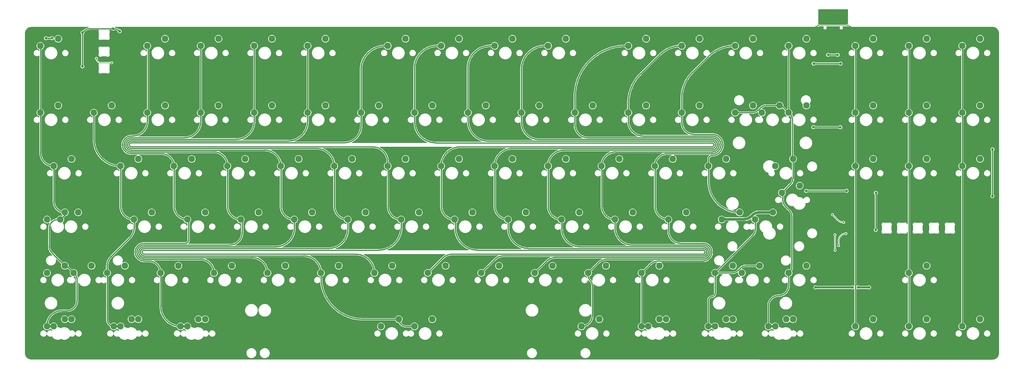
<source format=gbr>
%TF.GenerationSoftware,KiCad,Pcbnew,(6.0.5)*%
%TF.CreationDate,2022-07-03T10:27:10+08:00*%
%TF.ProjectId,orion-PCB,6f72696f-6e2d-4504-9342-2e6b69636164,rev?*%
%TF.SameCoordinates,Original*%
%TF.FileFunction,Copper,L1,Top*%
%TF.FilePolarity,Positive*%
%FSLAX46Y46*%
G04 Gerber Fmt 4.6, Leading zero omitted, Abs format (unit mm)*
G04 Created by KiCad (PCBNEW (6.0.5)) date 2022-07-03 10:27:10*
%MOMM*%
%LPD*%
G01*
G04 APERTURE LIST*
%TA.AperFunction,ComponentPad*%
%ADD10C,2.300000*%
%TD*%
%TA.AperFunction,ComponentPad*%
%ADD11C,0.600000*%
%TD*%
%TA.AperFunction,ComponentPad*%
%ADD12O,1.000000X1.600000*%
%TD*%
%TA.AperFunction,ComponentPad*%
%ADD13O,1.000000X2.100000*%
%TD*%
%TA.AperFunction,ViaPad*%
%ADD14C,1.000000*%
%TD*%
%TA.AperFunction,ViaPad*%
%ADD15C,0.800000*%
%TD*%
%TA.AperFunction,ViaPad*%
%ADD16C,0.600000*%
%TD*%
%TA.AperFunction,Conductor*%
%ADD17C,0.400000*%
%TD*%
%TA.AperFunction,Conductor*%
%ADD18C,0.381000*%
%TD*%
%TA.AperFunction,Conductor*%
%ADD19C,0.200000*%
%TD*%
%TA.AperFunction,Conductor*%
%ADD20C,0.700000*%
%TD*%
%TA.AperFunction,Conductor*%
%ADD21C,0.900000*%
%TD*%
G04 APERTURE END LIST*
D10*
%TO.P,SW33,1,1*%
%TO.N,COL13*%
X233640000Y-75872500D03*
%TO.P,SW33,2,2*%
%TO.N,Net-(D31-Pad2)*%
X239990000Y-73332500D03*
%TD*%
%TO.P,SW82,1,1*%
%TO.N,COL11*%
X200302500Y-133022500D03*
%TO.P,SW82,2,2*%
%TO.N,Net-(D76-Pad2)*%
X206652500Y-130482500D03*
%TD*%
%TO.P,SW76,1,1*%
%TO.N,COL5*%
X86002500Y-133022500D03*
%TO.P,SW76,2,2*%
%TO.N,Net-(D70-Pad2)*%
X92352500Y-130482500D03*
%TD*%
%TO.P,SW8,1,1*%
%TO.N,COL7*%
X128865000Y-52060000D03*
%TO.P,SW8,2,2*%
%TO.N,Net-(D7-Pad2)*%
X135215000Y-49520000D03*
%TD*%
%TO.P,SW83,1,1*%
%TO.N,Net-(D77-Pad2)*%
X236021250Y-133022500D03*
%TO.P,SW83,2,2*%
%TO.N,COL12*%
X242371250Y-130482500D03*
%TD*%
%TO.P,SW2,1,1*%
%TO.N,COL0*%
X-13985000Y-52085000D03*
%TO.P,SW2,2,2*%
%TO.N,Net-(D1-Pad2)*%
X-7635000Y-49545000D03*
%TD*%
%TO.P,SW28,1,1*%
%TO.N,COL9*%
X157440000Y-75872500D03*
%TO.P,SW28,2,2*%
%TO.N,Net-(D27-Pad2)*%
X163790000Y-73332500D03*
%TD*%
%TO.P,SW42,1,1*%
%TO.N,COL5*%
X90765000Y-94922500D03*
%TO.P,SW42,2,2*%
%TO.N,Net-(D40-Pad2)*%
X97115000Y-92382500D03*
%TD*%
%TO.P,SW36,1,1*%
%TO.N,COL16*%
X314602500Y-75872500D03*
%TO.P,SW36,2,2*%
%TO.N,Net-(D34-Pad2)*%
X320952500Y-73332500D03*
%TD*%
%TO.P,SW95,1,1*%
%TO.N,COL10*%
X178871250Y-152072500D03*
%TO.P,SW95,2,2*%
%TO.N,Net-(D84-Pad2)*%
X185221250Y-149532500D03*
%TD*%
%TO.P,SW97,1,1*%
%TO.N,COL11*%
X202683750Y-152072500D03*
%TO.P,SW97,2,2*%
%TO.N,Net-(D85-Pad2)*%
X209033750Y-149532500D03*
%TD*%
%TO.P,SW84,1,1*%
%TO.N,COL12*%
X226496250Y-133022500D03*
%TO.P,SW84,2,2*%
%TO.N,Net-(D77-Pad2)*%
X232846250Y-130482500D03*
%TD*%
%TO.P,SW90,1,1*%
%TO.N,COL1*%
X14565000Y-152072500D03*
%TO.P,SW90,2,2*%
%TO.N,Net-(D81-Pad2)*%
X20915000Y-149532500D03*
%TD*%
%TO.P,SW51,1,1*%
%TO.N,COL13*%
X250308750Y-104447500D03*
%TO.P,SW51,2,2*%
%TO.N,Net-(D48-Pad2)*%
X256658750Y-101907500D03*
%TD*%
%TO.P,SW87,1,1*%
%TO.N,COL0*%
X-11628750Y-152072500D03*
%TO.P,SW87,2,2*%
%TO.N,Net-(D80-Pad2)*%
X-5278750Y-149532500D03*
%TD*%
%TO.P,SW80,1,1*%
%TO.N,COL9*%
X162202500Y-133022500D03*
%TO.P,SW80,2,2*%
%TO.N,Net-(D74-Pad2)*%
X168552500Y-130482500D03*
%TD*%
%TO.P,SW27,1,1*%
%TO.N,COL8*%
X138390000Y-75872500D03*
%TO.P,SW27,2,2*%
%TO.N,Net-(D26-Pad2)*%
X144740000Y-73332500D03*
%TD*%
%TO.P,SW9,1,1*%
%TO.N,COL8*%
X147915000Y-52060000D03*
%TO.P,SW9,2,2*%
%TO.N,Net-(D8-Pad2)*%
X154265000Y-49520000D03*
%TD*%
%TO.P,SW100,1,1*%
%TO.N,COL13*%
X245546250Y-152072500D03*
%TO.P,SW100,2,2*%
%TO.N,Net-(D87-Pad2)*%
X251896250Y-149532500D03*
%TD*%
%TO.P,SW67,1,1*%
%TO.N,COL11*%
X209827500Y-113972500D03*
%TO.P,SW67,2,2*%
%TO.N,Net-(D63-Pad2)*%
X216177500Y-111432500D03*
%TD*%
%TO.P,SW71,1,1*%
%TO.N,COL0*%
X-2103750Y-133022500D03*
%TO.P,SW71,2,2*%
%TO.N,Net-(D65-Pad2)*%
X4246250Y-130482500D03*
%TD*%
%TO.P,SW40,1,1*%
%TO.N,COL3*%
X52665000Y-94922500D03*
%TO.P,SW40,2,2*%
%TO.N,Net-(D38-Pad2)*%
X59015000Y-92382500D03*
%TD*%
%TO.P,SW52,1,1*%
%TO.N,COL14*%
X276502500Y-94922500D03*
%TO.P,SW52,2,2*%
%TO.N,Net-(D49-Pad2)*%
X282852500Y-92382500D03*
%TD*%
%TO.P,SW15,1,1*%
%TO.N,COL14*%
X276502500Y-52060000D03*
%TO.P,SW15,2,2*%
%TO.N,Net-(D14-Pad2)*%
X282852500Y-49520000D03*
%TD*%
%TO.P,SW46,1,1*%
%TO.N,COL9*%
X166960000Y-94920000D03*
%TO.P,SW46,2,2*%
%TO.N,Net-(D44-Pad2)*%
X173310000Y-92380000D03*
%TD*%
%TO.P,SW49,1,1*%
%TO.N,COL12*%
X224115000Y-94920000D03*
%TO.P,SW49,2,2*%
%TO.N,Net-(D47-Pad2)*%
X230465000Y-92380000D03*
%TD*%
%TO.P,SW68,1,1*%
%TO.N,Net-(D64-Pad2)*%
X228877500Y-113972500D03*
%TO.P,SW68,2,2*%
%TO.N,COL12*%
X235227500Y-111432500D03*
%TD*%
%TO.P,SW65,1,1*%
%TO.N,COL9*%
X171727500Y-113972500D03*
%TO.P,SW65,2,2*%
%TO.N,Net-(D61-Pad2)*%
X178077500Y-111432500D03*
%TD*%
%TO.P,SW101,1,1*%
%TO.N,COL13*%
X247927500Y-152072500D03*
%TO.P,SW101,2,2*%
%TO.N,Net-(D87-Pad2)*%
X254277500Y-149532500D03*
%TD*%
%TO.P,SW43,1,1*%
%TO.N,COL6*%
X109815000Y-94922500D03*
%TO.P,SW43,2,2*%
%TO.N,Net-(D41-Pad2)*%
X116165000Y-92382500D03*
%TD*%
%TO.P,SW79,1,1*%
%TO.N,COL8*%
X143152500Y-133022500D03*
%TO.P,SW79,2,2*%
%TO.N,Net-(D73-Pad2)*%
X149502500Y-130482500D03*
%TD*%
%TO.P,SW61,1,1*%
%TO.N,COL5*%
X95527500Y-113972500D03*
%TO.P,SW61,2,2*%
%TO.N,Net-(D57-Pad2)*%
X101877500Y-111432500D03*
%TD*%
%TO.P,SW38,1,1*%
%TO.N,COL1*%
X14565000Y-94922500D03*
%TO.P,SW38,2,2*%
%TO.N,Net-(D36-Pad2)*%
X20915000Y-92382500D03*
%TD*%
%TO.P,SW34,1,1*%
%TO.N,COL14*%
X276502500Y-75872500D03*
%TO.P,SW34,2,2*%
%TO.N,Net-(D32-Pad2)*%
X282852500Y-73332500D03*
%TD*%
%TO.P,SW5,1,1*%
%TO.N,COL4*%
X62190000Y-52060000D03*
%TO.P,SW5,2,2*%
%TO.N,Net-(D4-Pad2)*%
X68540000Y-49520000D03*
%TD*%
%TO.P,SW30,1,1*%
%TO.N,COL11*%
X195540000Y-75872500D03*
%TO.P,SW30,2,2*%
%TO.N,Net-(D29-Pad2)*%
X201890000Y-73332500D03*
%TD*%
%TO.P,SW57,1,1*%
%TO.N,COL1*%
X19327500Y-113972500D03*
%TO.P,SW57,2,2*%
%TO.N,Net-(D53-Pad2)*%
X25677500Y-111432500D03*
%TD*%
%TO.P,SW53,1,1*%
%TO.N,COL15*%
X295552500Y-94922500D03*
%TO.P,SW53,2,2*%
%TO.N,Net-(D50-Pad2)*%
X301902500Y-92382500D03*
%TD*%
%TO.P,SW21,1,1*%
%TO.N,COL2*%
X24090000Y-75872500D03*
%TO.P,SW21,2,2*%
%TO.N,Net-(D20-Pad2)*%
X30440000Y-73332500D03*
%TD*%
%TO.P,SW16,1,1*%
%TO.N,COL15*%
X295552500Y-52060000D03*
%TO.P,SW16,2,2*%
%TO.N,Net-(D15-Pad2)*%
X301902500Y-49520000D03*
%TD*%
%TO.P,SW47,1,1*%
%TO.N,COL10*%
X186015000Y-94920000D03*
%TO.P,SW47,2,2*%
%TO.N,Net-(D45-Pad2)*%
X192365000Y-92380000D03*
%TD*%
%TO.P,SW104,1,1*%
%TO.N,COL16*%
X314602500Y-152072500D03*
%TO.P,SW104,2,2*%
%TO.N,Net-(D90-Pad2)*%
X320952500Y-149532500D03*
%TD*%
%TO.P,SW102,1,1*%
%TO.N,COL14*%
X276502500Y-152072500D03*
%TO.P,SW102,2,2*%
%TO.N,Net-(D88-Pad2)*%
X282852500Y-149532500D03*
%TD*%
%TO.P,SW69,1,1*%
%TO.N,COL12*%
X240783750Y-113972500D03*
%TO.P,SW69,2,2*%
%TO.N,Net-(D64-Pad2)*%
X247133750Y-111432500D03*
%TD*%
%TO.P,SW75,1,1*%
%TO.N,COL4*%
X66952500Y-133022500D03*
%TO.P,SW75,2,2*%
%TO.N,Net-(D69-Pad2)*%
X73302500Y-130482500D03*
%TD*%
%TO.P,SW31,1,1*%
%TO.N,COL12*%
X214590000Y-75872500D03*
%TO.P,SW31,2,2*%
%TO.N,Net-(D30-Pad2)*%
X220940000Y-73332500D03*
%TD*%
%TO.P,SW24,1,1*%
%TO.N,COL5*%
X81240000Y-75872500D03*
%TO.P,SW24,2,2*%
%TO.N,Net-(D23-Pad2)*%
X87590000Y-73332500D03*
%TD*%
%TO.P,SW92,1,1*%
%TO.N,COL2*%
X38377500Y-152072500D03*
%TO.P,SW92,2,2*%
%TO.N,Net-(D82-Pad2)*%
X44727500Y-149532500D03*
%TD*%
%TO.P,SW32,1,1*%
%TO.N,Net-(D31-Pad2)*%
X243165000Y-75872500D03*
%TO.P,SW32,2,2*%
%TO.N,COL13*%
X249515000Y-73332500D03*
%TD*%
%TO.P,SW59,1,1*%
%TO.N,COL3*%
X57427500Y-113972500D03*
%TO.P,SW59,2,2*%
%TO.N,Net-(D55-Pad2)*%
X63777500Y-111432500D03*
%TD*%
%TO.P,SW6,1,1*%
%TO.N,COL5*%
X81240000Y-52060000D03*
%TO.P,SW6,2,2*%
%TO.N,Net-(D5-Pad2)*%
X87590000Y-49520000D03*
%TD*%
%TO.P,SW58,1,1*%
%TO.N,COL2*%
X38377500Y-113972500D03*
%TO.P,SW58,2,2*%
%TO.N,Net-(D54-Pad2)*%
X44727500Y-111432500D03*
%TD*%
%TO.P,SW77,1,1*%
%TO.N,COL6*%
X105052500Y-133022500D03*
%TO.P,SW77,2,2*%
%TO.N,Net-(D71-Pad2)*%
X111402500Y-130482500D03*
%TD*%
%TO.P,SW103,1,1*%
%TO.N,COL15*%
X295552500Y-152072500D03*
%TO.P,SW103,2,2*%
%TO.N,Net-(D89-Pad2)*%
X301902500Y-149532500D03*
%TD*%
%TO.P,SW62,1,1*%
%TO.N,COL6*%
X114577500Y-113972500D03*
%TO.P,SW62,2,2*%
%TO.N,Net-(D58-Pad2)*%
X120927500Y-111432500D03*
%TD*%
%TO.P,SW20,1,1*%
%TO.N,COL1*%
X5040000Y-75872500D03*
%TO.P,SW20,2,2*%
%TO.N,Net-(D19-Pad2)*%
X11390000Y-73332500D03*
%TD*%
%TO.P,SW44,1,1*%
%TO.N,COL7*%
X128865000Y-94922500D03*
%TO.P,SW44,2,2*%
%TO.N,Net-(D42-Pad2)*%
X135215000Y-92382500D03*
%TD*%
%TO.P,SW45,1,1*%
%TO.N,COL8*%
X147915000Y-94922500D03*
%TO.P,SW45,2,2*%
%TO.N,Net-(D43-Pad2)*%
X154265000Y-92382500D03*
%TD*%
%TO.P,SW4,1,1*%
%TO.N,COL3*%
X43140000Y-52060000D03*
%TO.P,SW4,2,2*%
%TO.N,Net-(D3-Pad2)*%
X49490000Y-49520000D03*
%TD*%
%TO.P,SW74,1,1*%
%TO.N,COL3*%
X47902500Y-133022500D03*
%TO.P,SW74,2,2*%
%TO.N,Net-(D68-Pad2)*%
X54252500Y-130482500D03*
%TD*%
%TO.P,SW26,1,1*%
%TO.N,COL7*%
X119340000Y-75872500D03*
%TO.P,SW26,2,2*%
%TO.N,Net-(D25-Pad2)*%
X125690000Y-73332500D03*
%TD*%
%TO.P,SW89,1,1*%
%TO.N,COL1*%
X12183750Y-152072500D03*
%TO.P,SW89,2,2*%
%TO.N,Net-(D81-Pad2)*%
X18533750Y-149532500D03*
%TD*%
%TO.P,SW50,1,1*%
%TO.N,Net-(D48-Pad2)*%
X247927500Y-94920000D03*
%TO.P,SW50,2,2*%
%TO.N,COL13*%
X254277500Y-92380000D03*
%TD*%
%TO.P,SW91,1,1*%
%TO.N,COL2*%
X35996250Y-152072500D03*
%TO.P,SW91,2,2*%
%TO.N,Net-(D82-Pad2)*%
X42346250Y-149532500D03*
%TD*%
%TO.P,SW13,1,1*%
%TO.N,COL12*%
X233640000Y-52060000D03*
%TO.P,SW13,2,2*%
%TO.N,Net-(D12-Pad2)*%
X239990000Y-49520000D03*
%TD*%
%TO.P,SW17,1,1*%
%TO.N,COL16*%
X314602500Y-52060000D03*
%TO.P,SW17,2,2*%
%TO.N,Net-(D16-Pad2)*%
X320952500Y-49520000D03*
%TD*%
%TO.P,SW85,1,1*%
%TO.N,COL13*%
X252690000Y-133022500D03*
%TO.P,SW85,2,2*%
%TO.N,Net-(D78-Pad2)*%
X259040000Y-130482500D03*
%TD*%
%TO.P,SW60,1,1*%
%TO.N,COL4*%
X76477500Y-113972500D03*
%TO.P,SW60,2,2*%
%TO.N,Net-(D56-Pad2)*%
X82827500Y-111432500D03*
%TD*%
%TO.P,SW48,1,1*%
%TO.N,COL11*%
X205065000Y-94920000D03*
%TO.P,SW48,2,2*%
%TO.N,Net-(D46-Pad2)*%
X211415000Y-92380000D03*
%TD*%
%TO.P,SW3,1,1*%
%TO.N,COL2*%
X24090000Y-52060000D03*
%TO.P,SW3,2,2*%
%TO.N,Net-(D2-Pad2)*%
X30440000Y-49520000D03*
%TD*%
%TO.P,SW56,1,1*%
%TO.N,COL0*%
X-6866250Y-113972500D03*
%TO.P,SW56,2,2*%
%TO.N,Net-(D52-Pad2)*%
X-516250Y-111432500D03*
%TD*%
%TO.P,SW93,1,1*%
%TO.N,Net-(D83-Pad2)*%
X107433750Y-152072500D03*
%TO.P,SW93,2,2*%
%TO.N,COL5*%
X113783750Y-149532500D03*
%TD*%
%TO.P,SW41,1,1*%
%TO.N,COL4*%
X71715000Y-94922500D03*
%TO.P,SW41,2,2*%
%TO.N,Net-(D39-Pad2)*%
X78065000Y-92382500D03*
%TD*%
%TO.P,SW98,1,1*%
%TO.N,COL12*%
X224115000Y-152072500D03*
%TO.P,SW98,2,2*%
%TO.N,Net-(D86-Pad2)*%
X230465000Y-149532500D03*
%TD*%
%TO.P,SW73,1,1*%
%TO.N,COL2*%
X28852500Y-133022500D03*
%TO.P,SW73,2,2*%
%TO.N,Net-(D67-Pad2)*%
X35202500Y-130482500D03*
%TD*%
%TO.P,SW64,1,1*%
%TO.N,COL8*%
X152677500Y-113972500D03*
%TO.P,SW64,2,2*%
%TO.N,Net-(D60-Pad2)*%
X159027500Y-111432500D03*
%TD*%
%TO.P,SW54,1,1*%
%TO.N,COL16*%
X314602500Y-94922500D03*
%TO.P,SW54,2,2*%
%TO.N,Net-(D51-Pad2)*%
X320952500Y-92382500D03*
%TD*%
%TO.P,SW88,1,1*%
%TO.N,COL0*%
X-9247500Y-152072500D03*
%TO.P,SW88,2,2*%
%TO.N,Net-(D80-Pad2)*%
X-2897500Y-149532500D03*
%TD*%
%TO.P,SW78,1,1*%
%TO.N,COL7*%
X124102500Y-133022500D03*
%TO.P,SW78,2,2*%
%TO.N,Net-(D72-Pad2)*%
X130452500Y-130482500D03*
%TD*%
%TO.P,SW23,1,1*%
%TO.N,COL4*%
X62190000Y-75872500D03*
%TO.P,SW23,2,2*%
%TO.N,Net-(D22-Pad2)*%
X68540000Y-73332500D03*
%TD*%
%TO.P,SW39,1,1*%
%TO.N,COL2*%
X33615000Y-94922500D03*
%TO.P,SW39,2,2*%
%TO.N,Net-(D37-Pad2)*%
X39965000Y-92382500D03*
%TD*%
%TO.P,SW10,1,1*%
%TO.N,COL9*%
X166965000Y-52060000D03*
%TO.P,SW10,2,2*%
%TO.N,Net-(D9-Pad2)*%
X173315000Y-49520000D03*
%TD*%
%TO.P,SW22,1,1*%
%TO.N,COL3*%
X43140000Y-75872500D03*
%TO.P,SW22,2,2*%
%TO.N,Net-(D21-Pad2)*%
X49490000Y-73332500D03*
%TD*%
%TO.P,SW70,1,1*%
%TO.N,Net-(D65-Pad2)*%
X-11628750Y-133022500D03*
%TO.P,SW70,2,2*%
%TO.N,COL0*%
X-5278750Y-130482500D03*
%TD*%
%TO.P,SW99,1,1*%
%TO.N,COL12*%
X226496250Y-152072500D03*
%TO.P,SW99,2,2*%
%TO.N,Net-(D86-Pad2)*%
X232846250Y-149532500D03*
%TD*%
%TO.P,SW96,1,1*%
%TO.N,COL11*%
X200302500Y-152072500D03*
%TO.P,SW96,2,2*%
%TO.N,Net-(D85-Pad2)*%
X206652500Y-149532500D03*
%TD*%
%TO.P,SW7,1,1*%
%TO.N,COL6*%
X109815000Y-52060000D03*
%TO.P,SW7,2,2*%
%TO.N,Net-(D6-Pad2)*%
X116165000Y-49520000D03*
%TD*%
%TO.P,SW25,1,1*%
%TO.N,COL6*%
X100290000Y-75872500D03*
%TO.P,SW25,2,2*%
%TO.N,Net-(D24-Pad2)*%
X106640000Y-73332500D03*
%TD*%
%TO.P,SW37,1,1*%
%TO.N,COL0*%
X-9247500Y-94922500D03*
%TO.P,SW37,2,2*%
%TO.N,Net-(D35-Pad2)*%
X-2897500Y-92382500D03*
%TD*%
%TO.P,SW35,1,1*%
%TO.N,COL15*%
X295552500Y-75872500D03*
%TO.P,SW35,2,2*%
%TO.N,Net-(D33-Pad2)*%
X301902500Y-73332500D03*
%TD*%
%TO.P,SW86,1,1*%
%TO.N,COL15*%
X295552500Y-133022500D03*
%TO.P,SW86,2,2*%
%TO.N,Net-(D79-Pad2)*%
X301902500Y-130482500D03*
%TD*%
%TO.P,SW12,1,1*%
%TO.N,COL11*%
X214590000Y-52060000D03*
%TO.P,SW12,2,2*%
%TO.N,Net-(D11-Pad2)*%
X220940000Y-49520000D03*
%TD*%
%TO.P,SW55,1,1*%
%TO.N,Net-(D52-Pad2)*%
X-11628750Y-113972500D03*
%TO.P,SW55,2,2*%
%TO.N,COL0*%
X-5278750Y-111432500D03*
%TD*%
%TO.P,SW11,1,1*%
%TO.N,COL10*%
X195570000Y-52060000D03*
%TO.P,SW11,2,2*%
%TO.N,Net-(D10-Pad2)*%
X201920000Y-49520000D03*
%TD*%
%TO.P,SW66,1,1*%
%TO.N,COL10*%
X190777500Y-113972500D03*
%TO.P,SW66,2,2*%
%TO.N,Net-(D62-Pad2)*%
X197127500Y-111432500D03*
%TD*%
%TO.P,SW29,1,1*%
%TO.N,COL10*%
X176490000Y-75872500D03*
%TO.P,SW29,2,2*%
%TO.N,Net-(D28-Pad2)*%
X182840000Y-73332500D03*
%TD*%
%TO.P,SW14,1,1*%
%TO.N,COL13*%
X252690000Y-52060000D03*
%TO.P,SW14,2,2*%
%TO.N,Net-(D13-Pad2)*%
X259040000Y-49520000D03*
%TD*%
%TO.P,SW72,1,1*%
%TO.N,COL1*%
X9802500Y-133022500D03*
%TO.P,SW72,2,2*%
%TO.N,Net-(D66-Pad2)*%
X16152500Y-130482500D03*
%TD*%
%TO.P,SW18,1,1*%
%TO.N,COL13*%
X252690000Y-75872500D03*
%TO.P,SW18,2,2*%
%TO.N,Net-(D17-Pad2)*%
X259040000Y-73332500D03*
%TD*%
%TO.P,SW94,1,1*%
%TO.N,COL5*%
X119340000Y-152072500D03*
%TO.P,SW94,2,2*%
%TO.N,Net-(D83-Pad2)*%
X125690000Y-149532500D03*
%TD*%
%TO.P,SW63,1,1*%
%TO.N,COL7*%
X133627500Y-113972500D03*
%TO.P,SW63,2,2*%
%TO.N,Net-(D59-Pad2)*%
X139977500Y-111432500D03*
%TD*%
%TO.P,SW19,1,1*%
%TO.N,COL0*%
X-13985000Y-75872500D03*
%TO.P,SW19,2,2*%
%TO.N,Net-(D18-Pad2)*%
X-7635000Y-73332500D03*
%TD*%
%TO.P,SW81,1,1*%
%TO.N,COL10*%
X181252500Y-133022500D03*
%TO.P,SW81,2,2*%
%TO.N,Net-(D75-Pad2)*%
X187602500Y-130482500D03*
%TD*%
D11*
%TO.P,U4,57,GND*%
%TO.N,GND*%
X272396750Y-115900000D03*
X271121750Y-117175000D03*
X269846750Y-117175000D03*
X269846750Y-118450000D03*
X272396750Y-117175000D03*
X272396750Y-118450000D03*
X271121750Y-115900000D03*
X271121750Y-118450000D03*
X269846750Y-115900000D03*
%TD*%
D12*
%TO.P,J1,S1,SHIELD*%
%TO.N,GND*%
X272906250Y-41987500D03*
X264266250Y-41987500D03*
D13*
X272906250Y-46167500D03*
X264266250Y-46167500D03*
%TD*%
D14*
%TO.N,+5V*%
X1002500Y-47332500D03*
X14252500Y-46852500D03*
X283825000Y-104452500D03*
X325352500Y-105622500D03*
X283782500Y-117672500D03*
X-11997500Y-49352500D03*
X11912500Y-45912500D03*
X266812500Y-55272500D03*
X-9877500Y-49292500D03*
X1002500Y-59362500D03*
X270182500Y-55252500D03*
X325372500Y-88952500D03*
%TO.N,GND*%
X272880000Y-108590000D03*
X306882500Y-50032500D03*
X38242500Y-108092500D03*
X265210000Y-111340000D03*
X4102500Y-55472500D03*
D15*
X264046000Y-48562000D03*
D14*
X275332500Y-162112500D03*
X260985000Y-123472500D03*
X323602500Y-51862500D03*
X238782500Y-144062500D03*
X31135000Y-65732500D03*
X286842500Y-143312500D03*
X162002500Y-47982500D03*
X13172500Y-54872500D03*
X69472500Y-162132500D03*
X264205000Y-120462500D03*
X263970000Y-108590000D03*
X289892500Y-87902500D03*
X113312500Y-47962500D03*
X29192500Y-46762500D03*
X58132500Y-162482500D03*
X322775000Y-102512500D03*
X308962500Y-68822500D03*
X290395000Y-120532500D03*
X99562500Y-108092500D03*
X56822500Y-108092500D03*
X148635000Y-162392500D03*
X270482500Y-128282500D03*
X279812500Y-46762500D03*
X177405000Y-162632500D03*
X98972500Y-162132500D03*
X301685000Y-120532500D03*
D15*
X273182500Y-48422500D03*
D14*
X307355000Y-120482500D03*
X277612500Y-112632500D03*
X240472500Y-149842500D03*
X114642500Y-153252500D03*
X279322500Y-50892500D03*
X79762500Y-108022500D03*
X289892500Y-68932500D03*
X265922500Y-60542500D03*
X228452500Y-49632500D03*
X2932500Y-60362500D03*
X153602500Y-108232500D03*
X-17117500Y-54022500D03*
X137282500Y-108322500D03*
X250865000Y-119412500D03*
X13132500Y-48842500D03*
X308142500Y-143832500D03*
X28442500Y-162082500D03*
X80225000Y-151122500D03*
X240082500Y-162162500D03*
X207302500Y-48032500D03*
X282460000Y-110240000D03*
X304925000Y-132712500D03*
X134252500Y-162152500D03*
X217732500Y-151722500D03*
X169532500Y-162082500D03*
X13262500Y-60802500D03*
X34482500Y-49212500D03*
X299872500Y-46582500D03*
D15*
X264808000Y-50594000D03*
D14*
X296735000Y-120362500D03*
X-9415000Y-51392500D03*
X256575000Y-119382500D03*
X287352500Y-50032500D03*
X75131457Y-47833000D03*
X289150000Y-106560000D03*
X309002500Y-88012500D03*
X267062500Y-145362500D03*
X118862500Y-108162500D03*
X191412500Y-108232500D03*
X173042500Y-108232500D03*
X204832500Y-162152500D03*
X277755000Y-119572500D03*
X4092500Y-49432500D03*
X-9227500Y-46312500D03*
X-11777500Y-48062500D03*
D16*
%TO.N,+3V3*%
X269242500Y-119422500D03*
X269262500Y-124942500D03*
%TO.N,+1V1*%
X273110649Y-118991710D03*
X268323000Y-112225000D03*
X270512500Y-123252500D03*
X272333000Y-114985000D03*
D14*
%TO.N,ROW0*%
X261642500Y-58412500D03*
X271222500Y-58392500D03*
%TO.N,ROW1*%
X261502500Y-81022500D03*
X271112500Y-81062500D03*
%TO.N,ROW2*%
X258962500Y-103782500D03*
X273362500Y-103742500D03*
%TO.N,ROW4*%
X277532500Y-138172500D03*
X275502500Y-138172500D03*
X281372500Y-138172500D03*
X262312500Y-138172500D03*
D16*
%TO.N,Net-(LED11-Pad3)*%
X263222500Y-44772500D03*
X273882500Y-44722500D03*
%TO.N,Net-(LED18-Pad2)*%
X6002500Y-56510500D03*
X11462500Y-58102500D03*
%TD*%
D17*
%TO.N,+5V*%
X-9947500Y-49362500D02*
X-9877500Y-49292500D01*
X11973820Y-45973820D02*
X11912500Y-45912500D01*
X1543820Y-46791180D02*
X1002500Y-47332500D01*
X325360000Y-105615000D02*
X325360000Y-88965000D01*
X12079859Y-45912500D02*
X11912500Y-45912500D01*
X283822500Y-117632500D02*
X283782500Y-117672500D01*
X-9937500Y-49352500D02*
X-9877500Y-49292500D01*
X283822500Y-104452500D02*
X283822500Y-117632500D01*
X325352500Y-105622500D02*
X325360000Y-105615000D01*
X325360000Y-88965000D02*
X325372500Y-88952500D01*
X-11997500Y-49352500D02*
X-9937500Y-49352500D01*
X270162500Y-55272500D02*
X270182500Y-55252500D01*
X1002500Y-47332500D02*
X1002500Y-59362500D01*
X266812500Y-55272500D02*
X270162500Y-55272500D01*
X14262500Y-46852500D02*
X14201179Y-46791179D01*
X11912500Y-45912500D02*
X3665141Y-45912500D01*
X1543820Y-46791180D02*
G75*
G02*
X3665141Y-45912500I2121320J-2121320D01*
G01*
X14201179Y-46791179D02*
G75*
G03*
X12079859Y-45912500I-2121319J-2121321D01*
G01*
D18*
%TO.N,GND*%
X264808000Y-49324000D02*
X264046000Y-48562000D01*
X264808000Y-50594000D02*
X264808000Y-49324000D01*
D19*
%TO.N,+3V3*%
X269262500Y-124942500D02*
X269262500Y-119442500D01*
X269262500Y-119442500D02*
X269242500Y-119422500D01*
%TO.N,+1V1*%
X272325641Y-114985000D02*
X272333000Y-114985000D01*
X268323000Y-112225000D02*
X270204321Y-114106321D01*
X270512500Y-123252500D02*
X270512500Y-121589859D01*
X273110649Y-118991800D02*
G75*
G03*
X270512500Y-121589859I-49J-2598100D01*
G01*
X270204301Y-114106341D02*
G75*
G03*
X272325641Y-114985000I2121299J2121341D01*
G01*
D17*
%TO.N,ROW0*%
X271202500Y-58412500D02*
X271222500Y-58392500D01*
X261642500Y-58412500D02*
X271202500Y-58412500D01*
%TO.N,ROW1*%
X271072500Y-81022500D02*
X271112500Y-81062500D01*
X261502500Y-81022500D02*
X271072500Y-81022500D01*
%TO.N,ROW2*%
X258962500Y-103782500D02*
X273302500Y-103782500D01*
D19*
X273312500Y-103792500D02*
X273362500Y-103742500D01*
D17*
X273302500Y-103782500D02*
X273312500Y-103792500D01*
%TO.N,COL0*%
X-4440091Y-146502500D02*
X-6377500Y-146502500D01*
X-11628750Y-151753750D02*
X-11628750Y-152072500D01*
X-9192979Y-94977021D02*
X-9192979Y-107518271D01*
X-9938820Y-125822430D02*
X-8797705Y-126963545D01*
X-10817500Y-117005141D02*
X-10817500Y-123701109D01*
X-6866250Y-113972500D02*
X-7784859Y-113972500D01*
X-2103750Y-133022500D02*
X-1539536Y-133586714D01*
X-13985000Y-75872500D02*
X-13930479Y-75817979D01*
X-2103750Y-133022500D02*
X-4643750Y-130482500D01*
X-8797705Y-126963545D02*
X-5278750Y-130482500D01*
X-13985000Y-75872500D02*
X-13930479Y-75927021D01*
D20*
X-9247500Y-152072500D02*
X-11628750Y-152072500D01*
D17*
X-9906180Y-114851180D02*
X-9938821Y-114883821D01*
X-9247500Y-94922500D02*
X-9192979Y-94977021D01*
X-13930479Y-75817979D02*
X-13930479Y-62315479D01*
X-13985000Y-52085000D02*
X-13930479Y-52139521D01*
X-13930479Y-75927021D02*
X-13930479Y-90239521D01*
X-953750Y-135000927D02*
X-953750Y-143016159D01*
X-5278750Y-112385000D02*
X-6866250Y-113972500D01*
X-5278750Y-111432500D02*
X-5278750Y-112385000D01*
X-4643750Y-130482500D02*
X-5278750Y-130482500D01*
X-13930479Y-52139521D02*
X-13930479Y-62315479D01*
X-9938820Y-125822430D02*
G75*
G02*
X-10817500Y-123701109I2121325J2121323D01*
G01*
X-5278750Y-111432500D02*
G75*
G02*
X-9192979Y-107518271I0J3914229D01*
G01*
X-11628750Y-151753750D02*
G75*
G02*
X-6377500Y-146502500I5251252J-2D01*
G01*
X-4440091Y-146502500D02*
G75*
G03*
X-953750Y-143016159I-1J3486342D01*
G01*
X-7784859Y-113972501D02*
G75*
G03*
X-9906179Y-114851181I-3J-2999993D01*
G01*
X-953751Y-135000927D02*
G75*
G03*
X-1539537Y-133586715I-1999999J0D01*
G01*
X-9247500Y-94922500D02*
G75*
G02*
X-13930479Y-90239521I1J4682980D01*
G01*
X-9938821Y-114883821D02*
G75*
G03*
X-10817500Y-117005141I2121319J-2121319D01*
G01*
%TO.N,COL1*%
X9802500Y-133022500D02*
X9857021Y-133077021D01*
X14619521Y-94977021D02*
X14619521Y-109264521D01*
X14565000Y-94922500D02*
X14619521Y-94977021D01*
X5094521Y-75927021D02*
X5094521Y-85452021D01*
X19452500Y-114097500D02*
X19327500Y-113972500D01*
X19452500Y-116871432D02*
X19452500Y-114097500D01*
D20*
X14565000Y-152072500D02*
X12183750Y-152072500D01*
D17*
X9857021Y-133077021D02*
X9857021Y-149745771D01*
X9802500Y-130663568D02*
X9802500Y-133022500D01*
X5040000Y-75872500D02*
X5094521Y-75927021D01*
X17988034Y-120406966D02*
X11266966Y-127128034D01*
X14565000Y-94922499D02*
G75*
G02*
X5094521Y-85452021I0J9470479D01*
G01*
X19452501Y-116871432D02*
G75*
G02*
X17988034Y-120406966I-5000001J2D01*
G01*
X12183750Y-152072499D02*
G75*
G02*
X9857021Y-149745771I0J2326729D01*
G01*
X19327500Y-113972499D02*
G75*
G02*
X14619521Y-109264521I0J4707979D01*
G01*
X11266967Y-127128035D02*
G75*
G03*
X9802500Y-130663568I3535533J-3535535D01*
G01*
%TO.N,COL2*%
X18345292Y-90482500D02*
X29175000Y-90482500D01*
X24144521Y-75927021D02*
X24144521Y-78961136D01*
X33669521Y-94977021D02*
X33669521Y-109264521D01*
X16232500Y-85082500D02*
X16139313Y-85175687D01*
X24090000Y-52060000D02*
X24418750Y-52388750D01*
X24090000Y-75872500D02*
X24144521Y-75927021D01*
X38825000Y-121421208D02*
X38825000Y-114420000D01*
X19812500Y-125615566D02*
X19812500Y-125592500D01*
X28852500Y-133022500D02*
X28907021Y-133077021D01*
X24418750Y-65168750D02*
X24418750Y-75543750D01*
X15262500Y-87292500D02*
X15262500Y-87385566D01*
X24582500Y-128752500D02*
X22842500Y-128752500D01*
X28907021Y-133077021D02*
X28907021Y-144983271D01*
X18899905Y-84205752D02*
X18349156Y-84205752D01*
X20703455Y-123441545D02*
X20732500Y-123412500D01*
D20*
X35996250Y-152072500D02*
X38377500Y-152072500D01*
D17*
X33615000Y-94922500D02*
X33669521Y-94977021D01*
X22977718Y-122482500D02*
X37763708Y-122482500D01*
X20828113Y-127918113D02*
X20722500Y-127812500D01*
X24418750Y-52388750D02*
X24418750Y-65168750D01*
X19812515Y-125615566D02*
G75*
G03*
X20722501Y-127812499I3106885J-34D01*
G01*
X16232498Y-85082498D02*
G75*
G02*
X18349156Y-84205752I2116652J-2116652D01*
G01*
X18345292Y-90482503D02*
G75*
G02*
X16172500Y-89582500I8J3072803D01*
G01*
X38377500Y-113972499D02*
G75*
G02*
X33669521Y-109264521I0J4707979D01*
G01*
X38825000Y-121421208D02*
G75*
G02*
X37763708Y-122482500I-1061300J8D01*
G01*
X15262493Y-87292500D02*
G75*
G02*
X16139313Y-85175687I2993607J0D01*
G01*
X38377500Y-113972500D02*
G75*
G02*
X38825000Y-114420000I0J-447500D01*
G01*
X35996250Y-152072499D02*
G75*
G02*
X28907021Y-144983271I0J7089229D01*
G01*
X18899905Y-84205751D02*
G75*
G03*
X24144521Y-78961136I5J5244611D01*
G01*
X33615000Y-94922500D02*
G75*
G03*
X29175000Y-90482500I-4440000J0D01*
G01*
X24582500Y-128752500D02*
G75*
G02*
X28852500Y-133022500I0J-4270000D01*
G01*
X16172502Y-89582498D02*
G75*
G02*
X15262500Y-87385566I2196938J2196938D01*
G01*
X22977718Y-122482508D02*
G75*
G03*
X20732500Y-123412500I-18J-3175192D01*
G01*
X20828107Y-127918119D02*
G75*
G03*
X22842500Y-128752500I2014393J2014419D01*
G01*
X20703457Y-123441547D02*
G75*
G03*
X19812500Y-125592500I2150943J-2150953D01*
G01*
D20*
%TO.N,ROW4*%
X262312500Y-138172500D02*
X275502500Y-138172500D01*
X277532500Y-138172500D02*
X281372500Y-138172500D01*
D21*
%TO.N,Net-(D64-Pad2)*%
X229030921Y-113819079D02*
X237149636Y-113819079D01*
X239270957Y-112940399D02*
X239900177Y-112311179D01*
X242021497Y-111432500D02*
X247133750Y-111432500D01*
X228877500Y-113972500D02*
X229030921Y-113819079D01*
X242021497Y-111432498D02*
G75*
G03*
X239900177Y-112311179I3J-3000002D01*
G01*
X239270934Y-112940376D02*
G75*
G02*
X237149636Y-113819079I-2121334J2121276D01*
G01*
D19*
%TO.N,Net-(LED11-Pad3)*%
X263222500Y-44772500D02*
X273832500Y-44772500D01*
X273832500Y-44772500D02*
X273882500Y-44722500D01*
%TO.N,Net-(LED18-Pad2)*%
X7594500Y-58102500D02*
X11462500Y-58102500D01*
X7594500Y-58102500D02*
G75*
G02*
X6002500Y-56510500I0J1592000D01*
G01*
D17*
%TO.N,COL3*%
X43140000Y-75872500D02*
X43194521Y-75927021D01*
X16592500Y-89112500D02*
X16624180Y-89144180D01*
X52719521Y-94977021D02*
X52719521Y-109264521D01*
X18382500Y-89872500D02*
X47772500Y-89872500D01*
X21250748Y-127470748D02*
X21202500Y-127422500D01*
X43194521Y-75927021D02*
X43194521Y-78961136D01*
X15882500Y-87292500D02*
X15882500Y-87398409D01*
X16692500Y-85492500D02*
X16582536Y-85602464D01*
X43022500Y-128142500D02*
X22872500Y-128142500D01*
X52665000Y-94922500D02*
X52719521Y-94977021D01*
X57965000Y-118610000D02*
X57965000Y-114510000D01*
X52665000Y-94765000D02*
X52665000Y-94922500D01*
X37341717Y-84813940D02*
X18330688Y-84813940D01*
X21202500Y-127422500D02*
X21166212Y-127386211D01*
X43194521Y-52114521D02*
X43140000Y-52060000D01*
X22982664Y-123090279D02*
X53484721Y-123090279D01*
X43194521Y-75817979D02*
X43194521Y-52114521D01*
X43140000Y-75872500D02*
X43194521Y-75817979D01*
X21250749Y-127470747D02*
G75*
G03*
X22872500Y-128142500I1621751J1621747D01*
G01*
X52665000Y-94765000D02*
G75*
G03*
X47772500Y-89872500I-4892500J0D01*
G01*
X57964979Y-118610000D02*
G75*
G02*
X53484721Y-123090279I-4480279J0D01*
G01*
X43022500Y-128142500D02*
G75*
G02*
X47902500Y-133022500I0J-4880000D01*
G01*
X57427500Y-113972500D02*
G75*
G02*
X57965000Y-114510000I0J-537500D01*
G01*
X22982664Y-123090265D02*
G75*
G03*
X21142501Y-123852501I36J-2602435D01*
G01*
X20422481Y-125590733D02*
G75*
G03*
X21166213Y-127386210I2539219J33D01*
G01*
X21142499Y-123852499D02*
G75*
G03*
X20422500Y-125590733I1738231J-1738231D01*
G01*
X16692503Y-85492503D02*
G75*
G02*
X18330688Y-84813940I1638197J-1638197D01*
G01*
X16592502Y-89112498D02*
G75*
G02*
X15882500Y-87398409I1714098J1714098D01*
G01*
X18382500Y-89872511D02*
G75*
G02*
X16624180Y-89144180I0J2486611D01*
G01*
X37341717Y-84813931D02*
G75*
G03*
X43194521Y-78961136I3J5852801D01*
G01*
X57427500Y-113972499D02*
G75*
G02*
X52719521Y-109264521I0J4707979D01*
G01*
X15882509Y-87292500D02*
G75*
G02*
X16582536Y-85602464I2390091J0D01*
G01*
%TO.N,COL4*%
X21042500Y-125632500D02*
X21042500Y-125600317D01*
X62244521Y-75817979D02*
X62244521Y-52114521D01*
X55792197Y-85413460D02*
X18572500Y-85413460D01*
X62244521Y-52114521D02*
X62190000Y-52060000D01*
X17092500Y-85942500D02*
X17019901Y-86015099D01*
X21692500Y-127052500D02*
X21586972Y-126946972D01*
X17012500Y-88672500D02*
X17036815Y-88696815D01*
X71715000Y-94922500D02*
X71769521Y-94977021D01*
X69894902Y-123698255D02*
X69916745Y-123698255D01*
X71769521Y-94977021D02*
X71769521Y-109264521D01*
X16482500Y-87312500D02*
X16482500Y-87392967D01*
X62244521Y-75927021D02*
X62244521Y-78961136D01*
X18572500Y-85413460D02*
X18369715Y-85413460D01*
X62190000Y-75872500D02*
X62244521Y-75927021D01*
X76552500Y-117062500D02*
X76552500Y-114047500D01*
X61462500Y-127532500D02*
X22851322Y-127532500D01*
X22978850Y-123698255D02*
X69894902Y-123698255D01*
X18402500Y-89262500D02*
X66055000Y-89262500D01*
X21692493Y-127052507D02*
G75*
G03*
X22851322Y-127532500I1158807J1158807D01*
G01*
X71715000Y-94922500D02*
G75*
G03*
X66055000Y-89262500I-5660000J0D01*
G01*
X16482500Y-87312500D02*
G75*
G02*
X17019901Y-86015099I1834800J0D01*
G01*
X76477500Y-113972499D02*
G75*
G02*
X71769521Y-109264521I0J4707979D01*
G01*
X17012502Y-88672498D02*
G75*
G02*
X16482500Y-87392967I1279538J1279538D01*
G01*
X21592495Y-124272495D02*
G75*
G03*
X21042500Y-125600317I1327805J-1327805D01*
G01*
X18402500Y-89262491D02*
G75*
G02*
X17036815Y-88696815I0J1931391D01*
G01*
X22978850Y-123698276D02*
G75*
G03*
X21592500Y-124272500I-50J-1960524D01*
G01*
X55792197Y-85413461D02*
G75*
G03*
X62244521Y-78961136I3J6452321D01*
G01*
X76477500Y-113972500D02*
G75*
G02*
X76552500Y-114047500I0J-75000D01*
G01*
X76552495Y-117062500D02*
G75*
G02*
X69916745Y-123698255I-6635755J0D01*
G01*
X76532000Y-114027021D02*
G75*
G03*
X76477500Y-113972500I-54500J21D01*
G01*
X21042487Y-125632500D02*
G75*
G03*
X21586972Y-126946972I1858913J0D01*
G01*
X61462500Y-127532500D02*
G75*
G02*
X66952500Y-133022500I0J-5490000D01*
G01*
X17092495Y-85942495D02*
G75*
G02*
X18369715Y-85413460I1277205J-1277205D01*
G01*
%TO.N,COL5*%
X22963575Y-124306836D02*
X88586836Y-124306836D01*
X86057021Y-133077021D02*
X86057021Y-134605953D01*
X22006053Y-124718947D02*
X22032500Y-124692500D01*
X22102500Y-126602500D02*
X22022500Y-126522500D01*
X81240000Y-75872500D02*
X81294521Y-75927021D01*
X21652500Y-125629241D02*
X21652500Y-125572500D01*
X113783750Y-149532500D02*
X100983568Y-149532500D01*
X81294521Y-75927021D02*
X81294521Y-78961136D01*
X17512500Y-86382500D02*
X17460196Y-86434804D01*
X17092500Y-87322500D02*
X17092500Y-87383384D01*
X95582500Y-117492500D02*
X95582500Y-114027500D01*
X81294521Y-55300479D02*
X81292500Y-55302500D01*
X95527500Y-113972500D02*
X95582021Y-114027021D01*
X88586836Y-124306836D02*
X88768164Y-124306836D01*
X74242677Y-86012980D02*
X18404600Y-86012980D01*
X81294521Y-52114521D02*
X81294521Y-55300479D01*
X90765000Y-94922500D02*
X90819521Y-94977021D01*
X90819521Y-94977021D02*
X90819521Y-109264521D01*
X79912500Y-126932500D02*
X22899190Y-126932500D01*
X81292500Y-75820000D02*
X81240000Y-75872500D01*
X81240000Y-52060000D02*
X81294521Y-52114521D01*
X86002500Y-133022500D02*
X86057021Y-133077021D01*
X116323750Y-152072500D02*
X119340000Y-152072500D01*
X17452500Y-88252500D02*
X17466520Y-88266520D01*
X18397199Y-88652020D02*
X84494520Y-88652020D01*
X81292500Y-55302500D02*
X81292500Y-75820000D01*
X21652484Y-125629241D02*
G75*
G03*
X22022501Y-126522499I1263316J41D01*
G01*
X90764980Y-94922500D02*
G75*
G03*
X84494520Y-88652020I-6270480J0D01*
G01*
X17512500Y-86382500D02*
G75*
G02*
X18404600Y-86012980I892100J-892100D01*
G01*
X95582536Y-117492500D02*
G75*
G02*
X88768164Y-124306836I-6814336J0D01*
G01*
X74242677Y-86012981D02*
G75*
G03*
X81294521Y-78961136I3J7051841D01*
G01*
X95527500Y-113972500D02*
G75*
G02*
X95582500Y-114027500I0J-55000D01*
G01*
X116323750Y-152072550D02*
G75*
G02*
X113783750Y-149532500I50J2540050D01*
G01*
X17452495Y-88252505D02*
G75*
G02*
X17092500Y-87383384I869105J869105D01*
G01*
X95527500Y-113972479D02*
G75*
G02*
X90819521Y-109264521I0J4707979D01*
G01*
X100983568Y-149532499D02*
G75*
G02*
X86057021Y-134605953I2J14926549D01*
G01*
X17092503Y-87322500D02*
G75*
G02*
X17460196Y-86434804I1255397J0D01*
G01*
X22006054Y-124718948D02*
G75*
G03*
X21652500Y-125572500I853546J-853552D01*
G01*
X22102503Y-126602497D02*
G75*
G03*
X22899190Y-126932500I796697J796697D01*
G01*
X22963575Y-124306826D02*
G75*
G03*
X22032500Y-124692500I25J-1316774D01*
G01*
X18397199Y-88652008D02*
G75*
G02*
X17466520Y-88266520I1J1316208D01*
G01*
X79912500Y-126932500D02*
G75*
G02*
X86002500Y-133022500I0J-6090000D01*
G01*
%TO.N,COL6*%
X114632021Y-114027021D02*
X114577500Y-113972500D01*
X24992500Y-126322500D02*
X98352500Y-126322500D01*
X100290000Y-60626068D02*
X100290000Y-75872500D01*
X100290000Y-75872500D02*
X100344521Y-75927021D01*
X17702500Y-87309069D02*
X17702500Y-87373800D01*
X18412500Y-88052500D02*
X104409030Y-88052500D01*
X109815000Y-96104479D02*
X109936160Y-96225639D01*
X109815000Y-93458470D02*
X109815000Y-94922500D01*
X22974317Y-124906356D02*
X106595307Y-124906356D01*
X22446348Y-125128652D02*
X22452500Y-125122500D01*
X22262500Y-125572500D02*
X22262500Y-125643800D01*
X100344521Y-75927021D02*
X100344521Y-80552369D01*
X22262500Y-125572500D02*
X22262500Y-125629658D01*
X17932500Y-86822500D02*
X17883922Y-86871078D01*
X109815000Y-52060000D02*
X108856068Y-52060000D01*
X22969484Y-126322500D02*
X24992500Y-126322500D01*
X109815000Y-94922500D02*
X109815000Y-96104479D01*
X17892500Y-87832500D02*
X17900367Y-87840367D01*
X109936160Y-96225639D02*
X109936160Y-109331160D01*
X94274390Y-86622500D02*
X18415342Y-86622500D01*
X114632021Y-116869642D02*
X114632021Y-114027021D01*
X114632056Y-116869642D02*
G75*
G02*
X106595307Y-124906356I-8036756J42D01*
G01*
X109815000Y-93458470D02*
G75*
G03*
X104409030Y-88052500I-5406000J-30D01*
G01*
X94274390Y-86622501D02*
G75*
G03*
X100344521Y-80552369I0J6070131D01*
G01*
X105052500Y-133022500D02*
G75*
G03*
X98352500Y-126322500I-6700000J0D01*
G01*
X22462487Y-126112513D02*
G75*
G02*
X22262500Y-125629658I482813J482813D01*
G01*
X100290000Y-60626068D02*
G75*
G02*
X108856068Y-52060000I8566100J-32D01*
G01*
X22974317Y-124906364D02*
G75*
G03*
X22452500Y-125122500I-17J-737936D01*
G01*
X17932487Y-86822487D02*
G75*
G02*
X18415342Y-86622500I482813J-482813D01*
G01*
X17702475Y-87309069D02*
G75*
G02*
X17883922Y-86871078I619425J-31D01*
G01*
X22446347Y-125128651D02*
G75*
G03*
X22262500Y-125572500I443853J-443849D01*
G01*
X114577500Y-113972500D02*
G75*
G02*
X109936160Y-109331160I0J4641340D01*
G01*
X17892500Y-87832500D02*
G75*
G02*
X17702500Y-87373800I458700J458700D01*
G01*
X22969484Y-126322506D02*
G75*
G02*
X22462500Y-126112500I16J717006D01*
G01*
X18412500Y-88052489D02*
G75*
G02*
X17900367Y-87840367I0J724289D01*
G01*
%TO.N,COL7*%
X128865000Y-52060000D02*
X127390000Y-52060000D01*
X126903547Y-86632479D02*
X225395000Y-86632479D01*
X141843549Y-124912481D02*
X151372481Y-124912481D01*
X133627500Y-113972500D02*
X133912510Y-114257510D01*
X222642136Y-125058927D02*
X222757853Y-125174644D01*
X128919521Y-94977021D02*
X128919521Y-109264521D01*
X133912510Y-114257510D02*
X133912510Y-116981442D01*
X222288582Y-126312520D02*
X132883548Y-126312520D01*
X222904299Y-125528197D02*
X222904299Y-125696803D01*
X129348014Y-127776986D02*
X124102500Y-133022500D01*
X119340000Y-60110000D02*
X119340000Y-75872500D01*
X225395000Y-88032519D02*
X135754981Y-88032519D01*
X151372481Y-124912481D02*
X222288582Y-124912480D01*
X222757852Y-126050357D02*
X222642135Y-126166074D01*
X128865000Y-94922500D02*
X128919521Y-94977021D01*
X226095000Y-87332479D02*
X226095000Y-87332519D01*
X119394521Y-75927021D02*
X119394521Y-79123453D01*
X133627500Y-113972479D02*
G75*
G02*
X128919521Y-109264521I0J4707979D01*
G01*
X222904301Y-125528197D02*
G75*
G03*
X222757853Y-125174644I-500001J-3D01*
G01*
X128865019Y-94922500D02*
G75*
G02*
X135754981Y-88032519I6889981J0D01*
G01*
X226095021Y-87332479D02*
G75*
G03*
X225395000Y-86632479I-700021J-21D01*
G01*
X129347994Y-127776966D02*
G75*
G02*
X132883548Y-126312520I3535506J-3535534D01*
G01*
X222288582Y-126312501D02*
G75*
G03*
X222642135Y-126166074I18J500001D01*
G01*
X126903547Y-86632479D02*
G75*
G02*
X119394521Y-79123453I3J7509029D01*
G01*
X141843549Y-124912480D02*
G75*
G02*
X133912510Y-116981442I1J7931040D01*
G01*
X222757850Y-126050355D02*
G75*
G03*
X222904299Y-125696803I-353550J353555D01*
G01*
X226095019Y-87332519D02*
G75*
G02*
X225395000Y-88032519I-700019J19D01*
G01*
X222642149Y-125058914D02*
G75*
G03*
X222288582Y-124912480I-353549J-353586D01*
G01*
X119340000Y-60110000D02*
G75*
G02*
X127390000Y-52060000I8050000J0D01*
G01*
%TO.N,COL8*%
X159984029Y-124312961D02*
X170192039Y-124312961D01*
X222329805Y-126912040D02*
X151334028Y-126912040D01*
X147798494Y-128376506D02*
X143152500Y-133022500D01*
X223036912Y-124605853D02*
X223210926Y-124779867D01*
X223210926Y-126445132D02*
X223036912Y-126619146D01*
X138444521Y-75927021D02*
X138444521Y-78833453D01*
X145644027Y-86032959D02*
X225425250Y-86032959D01*
X225425250Y-88632500D02*
X154205922Y-88632500D01*
X223503819Y-125486974D02*
X223503819Y-125738025D01*
X147969521Y-94977021D02*
X147969521Y-109264521D01*
X170192039Y-124312961D02*
X222329805Y-124312960D01*
X152677500Y-113972500D02*
X152732021Y-114027021D01*
X138390000Y-75872500D02*
X138444521Y-75927021D01*
X152732021Y-114027021D02*
X152732021Y-117060953D01*
X138390000Y-59985000D02*
X138390000Y-75872500D01*
X147915000Y-52060000D02*
X146315000Y-52060000D01*
X226725000Y-87332709D02*
X226725000Y-87332750D01*
X147915000Y-94922500D02*
X147969521Y-94977021D01*
X138390000Y-59985000D02*
G75*
G02*
X146315000Y-52060000I7925000J0D01*
G01*
X223210917Y-126445123D02*
G75*
G03*
X223503819Y-125738025I-707117J707123D01*
G01*
X225425250Y-86032900D02*
G75*
G02*
X226725000Y-87332709I-50J-1299800D01*
G01*
X225425250Y-88632500D02*
G75*
G03*
X226725000Y-87332750I-50J1299800D01*
G01*
X152677500Y-113972479D02*
G75*
G02*
X147969521Y-109264521I0J4707979D01*
G01*
X223036918Y-124605847D02*
G75*
G03*
X222329805Y-124312960I-707118J-707153D01*
G01*
X154205402Y-88632044D02*
G75*
G03*
X154205922Y-88632500I498J44D01*
G01*
X223503832Y-125486974D02*
G75*
G03*
X223210926Y-124779867I-1000032J-26D01*
G01*
X222329805Y-126912031D02*
G75*
G03*
X223036912Y-126619146I-5J1000031D01*
G01*
X147798488Y-128376500D02*
G75*
G02*
X151334028Y-126912040I3535512J-3535500D01*
G01*
X159984029Y-124312959D02*
G75*
G02*
X152732021Y-117060953I1J7252009D01*
G01*
X145644027Y-86032959D02*
G75*
G02*
X138444521Y-78833453I3J7199509D01*
G01*
X147915039Y-94922500D02*
G75*
G02*
X154205461Y-88632039I6290461J0D01*
G01*
%TO.N,COL9*%
X157440000Y-60525000D02*
X157440000Y-75872500D01*
X224103339Y-125445751D02*
X224103339Y-125779248D01*
X166248974Y-128976026D02*
X162202500Y-133022500D01*
X173345000Y-89252500D02*
X172627500Y-89252500D01*
X178364509Y-123713441D02*
X222371029Y-123713441D01*
X223664000Y-126839908D02*
X223431688Y-127072220D01*
X163613439Y-85433439D02*
X225455470Y-85433439D01*
X166965000Y-52060000D02*
X165905000Y-52060000D01*
X157440000Y-75872500D02*
X157494521Y-75927021D01*
X225455470Y-89252500D02*
X173345000Y-89252500D01*
X222371028Y-127511560D02*
X169784508Y-127511560D01*
X166960000Y-94920000D02*
X167014521Y-94974521D01*
X171822500Y-114067500D02*
X171822500Y-117171432D01*
X167014521Y-94974521D02*
X167014521Y-109259521D01*
X223431689Y-124152781D02*
X223663999Y-124385091D01*
X171892500Y-114137500D02*
X171727500Y-113972500D01*
X171727500Y-113972500D02*
X171822500Y-114067500D01*
X157494521Y-75927021D02*
X157494521Y-79314521D01*
X227365000Y-87342969D02*
X227365000Y-87342970D01*
X227365000Y-87342970D02*
G75*
G02*
X225455470Y-89252500I-1909500J-30D01*
G01*
X224103361Y-125445751D02*
G75*
G03*
X223663998Y-124385092I-1500061J-49D01*
G01*
X178364509Y-123713400D02*
G75*
G02*
X171822500Y-117171432I-9J6542000D01*
G01*
X157440000Y-60525000D02*
G75*
G02*
X165905000Y-52060000I8465000J0D01*
G01*
X223663984Y-126839892D02*
G75*
G03*
X224103339Y-125779248I-1060684J1060692D01*
G01*
X163613439Y-85433379D02*
G75*
G02*
X157494521Y-79314521I-39J6118879D01*
G01*
X223431666Y-124152804D02*
G75*
G03*
X222371029Y-123713441I-1060666J-1060596D01*
G01*
X222371028Y-127511591D02*
G75*
G03*
X223431688Y-127072220I-28J1499991D01*
G01*
X171727500Y-113972479D02*
G75*
G02*
X167014521Y-109259521I0J4712979D01*
G01*
X166960000Y-94920000D02*
G75*
G02*
X172627500Y-89252500I5667500J0D01*
G01*
X227365061Y-87342969D02*
G75*
G03*
X225455470Y-85433439I-1909561J-31D01*
G01*
X166248962Y-128976014D02*
G75*
G02*
X169784508Y-127511560I3535538J-3535586D01*
G01*
%TO.N,COL10*%
X196205000Y-89862500D02*
X191072500Y-89862500D01*
X181252500Y-133022500D02*
X181252500Y-134130916D01*
X222411310Y-128112020D02*
X188234048Y-128112020D01*
X186015000Y-96106791D02*
X186136160Y-96227951D01*
X197002147Y-123113921D02*
X222412251Y-123113921D01*
X186015000Y-94920000D02*
X186015000Y-96106791D01*
X190777500Y-113972500D02*
X190832021Y-114027021D01*
X224702859Y-125404529D02*
X224702859Y-125820471D01*
X186136160Y-96227951D02*
X186136160Y-109331160D01*
X182344987Y-84833919D02*
X225470900Y-84833919D01*
X181122500Y-84832500D02*
X182343568Y-84832500D01*
X182743421Y-137278691D02*
X182743421Y-148200329D01*
X184698514Y-129576486D02*
X181252500Y-133022500D01*
X181838287Y-135545130D02*
X182157635Y-135864478D01*
X227985000Y-87348019D02*
X227985000Y-87348400D01*
X176490000Y-75872500D02*
X176544521Y-75927021D01*
X224117072Y-127234685D02*
X223825523Y-127526234D01*
X176490000Y-70186068D02*
X176490000Y-75872500D01*
X190832021Y-114027021D02*
X190832021Y-116943795D01*
X176544521Y-75927021D02*
X176544521Y-80254521D01*
X225470900Y-89862500D02*
X196205000Y-89862500D01*
X223826465Y-123699708D02*
X224117073Y-123990316D01*
X195570000Y-52060000D02*
X194616068Y-52060000D01*
X197002147Y-123113879D02*
G75*
G02*
X190832021Y-116943795I-47J6170079D01*
G01*
X227984981Y-87348019D02*
G75*
G03*
X225470900Y-84833919I-2514081J19D01*
G01*
X178871250Y-152072521D02*
G75*
G03*
X182743421Y-148200329I-50J3872221D01*
G01*
X222411310Y-128112021D02*
G75*
G03*
X223825523Y-127526234I-10J2000021D01*
G01*
X224702850Y-125404529D02*
G75*
G03*
X224117073Y-123990316I-1999950J29D01*
G01*
X181838295Y-135545122D02*
G75*
G02*
X181252500Y-134130916I1414205J1414222D01*
G01*
X223826485Y-123699688D02*
G75*
G03*
X222412251Y-123113921I-1414185J-1414212D01*
G01*
X184698494Y-129576466D02*
G75*
G02*
X188234048Y-128112020I3535506J-3535534D01*
G01*
X227985000Y-87348400D02*
G75*
G02*
X225470900Y-89862500I-2514100J0D01*
G01*
X186015000Y-94920000D02*
G75*
G02*
X191072500Y-89862500I5057500J0D01*
G01*
X182743421Y-137278691D02*
G75*
G03*
X182157635Y-135864478I-2000021J-9D01*
G01*
X190777500Y-113972540D02*
G75*
G02*
X186136160Y-109331160I0J4641340D01*
G01*
X181122500Y-84832479D02*
G75*
G02*
X176544521Y-80254521I0J4577979D01*
G01*
X182345000Y-84833919D02*
G75*
G03*
X182343568Y-84832500I-1400J19D01*
G01*
X224117078Y-127234691D02*
G75*
G03*
X224702859Y-125820471I-1414178J1414191D01*
G01*
X176490000Y-70186068D02*
G75*
G02*
X194616068Y-52060000I18126100J-32D01*
G01*
%TO.N,COL11*%
X222452532Y-128711540D02*
X206684528Y-128711540D01*
X214590000Y-52060000D02*
X214483849Y-52060000D01*
X205065000Y-94920000D02*
X205119521Y-94974521D01*
X225480970Y-90482500D02*
X209502500Y-90482500D01*
X224570146Y-127629460D02*
X224220299Y-127979307D01*
X195540000Y-75872500D02*
X195594521Y-75927021D01*
X195540000Y-72660703D02*
X195540000Y-75872500D01*
X200357021Y-142667021D02*
X200357021Y-152017979D01*
X206705674Y-55281826D02*
X199933398Y-62054102D01*
X209902500Y-114047500D02*
X209902500Y-118152500D01*
D20*
X200302500Y-152072500D02*
X202683750Y-152072500D01*
D17*
X225302379Y-125363306D02*
X225302379Y-125861693D01*
X203148994Y-130176006D02*
X200302500Y-133022500D01*
X205119521Y-94974521D02*
X205119521Y-109264521D01*
X224221241Y-123246634D02*
X224570146Y-123595539D01*
X228605000Y-87358429D02*
X228605000Y-87358470D01*
X209827500Y-113972500D02*
X209882021Y-114027021D01*
X195594521Y-75927021D02*
X195594521Y-78993453D01*
X200357021Y-133077021D02*
X200357021Y-142667021D01*
X209827500Y-113972500D02*
X209902500Y-114047500D01*
X214242500Y-122492500D02*
X222400601Y-122492500D01*
X200835467Y-84234399D02*
X225480970Y-84234399D01*
X222452532Y-128711550D02*
G75*
G03*
X224220298Y-127979306I-32J2500050D01*
G01*
X224570145Y-127629459D02*
G75*
G03*
X225302379Y-125861693I-1767745J1767759D01*
G01*
X224221254Y-123246621D02*
G75*
G03*
X222453474Y-122514401I-1767754J-1767779D01*
G01*
X195540003Y-72660703D02*
G75*
G02*
X199933398Y-62054102I14999997J3D01*
G01*
X200835467Y-84234479D02*
G75*
G02*
X195594521Y-78993453I33J5240979D01*
G01*
X205065000Y-94920000D02*
G75*
G02*
X209502500Y-90482500I4437500J0D01*
G01*
X209827500Y-113972479D02*
G75*
G02*
X205119521Y-109264521I0J4707979D01*
G01*
X214483849Y-52060035D02*
G75*
G03*
X206705674Y-55281826I-49J-10999965D01*
G01*
X225302380Y-125363306D02*
G75*
G03*
X224570145Y-123595540I-2499980J6D01*
G01*
X214242500Y-122492500D02*
G75*
G02*
X209902500Y-118152500I0J4340000D01*
G01*
X228605001Y-87358429D02*
G75*
G03*
X225480970Y-84234399I-3124001J29D01*
G01*
X225480970Y-90482500D02*
G75*
G03*
X228605000Y-87358470I30J3124000D01*
G01*
X222453479Y-122514396D02*
G75*
G03*
X222400601Y-122492500I-52879J-52904D01*
G01*
X203148988Y-130176000D02*
G75*
G02*
X206684528Y-128711540I3535512J-3535500D01*
G01*
%TO.N,COL12*%
X240852500Y-117423609D02*
X240852500Y-114041250D01*
X234708589Y-132143820D02*
X235491230Y-131361179D01*
X214590000Y-70747933D02*
X214590000Y-75872500D01*
X226496250Y-133022500D02*
X226550771Y-133077021D01*
X224115000Y-94920000D02*
X224169521Y-94974521D01*
X233640000Y-52060000D02*
X233277933Y-52060000D01*
D20*
X224115000Y-152072500D02*
X226496250Y-152072500D01*
D17*
X218892500Y-83622500D02*
X225495200Y-83622500D01*
X224169521Y-94974521D02*
X224169521Y-100374521D01*
X240852500Y-114041250D02*
X240783750Y-113972500D01*
X226496250Y-133022500D02*
X239973821Y-119544929D01*
X237612550Y-130482500D02*
X242371250Y-130482500D01*
X214590000Y-75872500D02*
X214644521Y-75927021D01*
X224115000Y-92482700D02*
X224115000Y-94920000D01*
X214644521Y-75927021D02*
X214644521Y-79374521D01*
X226550771Y-133077021D02*
X226550771Y-140234229D01*
X224115000Y-142670000D02*
X224115000Y-152072500D01*
X224085545Y-55867612D02*
X218397612Y-61555545D01*
X229235000Y-87362300D02*
X229235000Y-87362700D01*
X226496250Y-133022500D02*
X232587268Y-133022500D01*
X229235000Y-87362300D02*
G75*
G03*
X225495200Y-83622500I-3739800J0D01*
G01*
X224115000Y-92482700D02*
G75*
G02*
X225495200Y-91102500I1380200J0D01*
G01*
X218892500Y-83622479D02*
G75*
G02*
X214644521Y-79374521I0J4247979D01*
G01*
X224115000Y-142670000D02*
G75*
G02*
X225252500Y-141532500I1137500J0D01*
G01*
X225252500Y-141532471D02*
G75*
G03*
X226550771Y-140234229I0J1298271D01*
G01*
X233277933Y-52060024D02*
G75*
G03*
X224085545Y-55867612I-33J-12999976D01*
G01*
X235227500Y-111432479D02*
G75*
G02*
X224169521Y-100374521I0J11057979D01*
G01*
X234708605Y-132143836D02*
G75*
G02*
X232587268Y-133022500I-2121305J2121336D01*
G01*
X214590024Y-70747933D02*
G75*
G02*
X218397612Y-61555545I12999976J33D01*
G01*
X229235000Y-87362700D02*
G75*
G02*
X225495200Y-91102500I-3739800J0D01*
G01*
X239973816Y-119544924D02*
G75*
G03*
X240852500Y-117423609I-2121316J2121324D01*
G01*
X235491205Y-131361154D02*
G75*
G02*
X237612550Y-130482500I2121295J-2121346D01*
G01*
%TO.N,COL13*%
X252744521Y-75817979D02*
X252744521Y-52114521D01*
X254277500Y-92380000D02*
X254277500Y-99236109D01*
D20*
X245546250Y-152072500D02*
X247927500Y-152072500D01*
D17*
X252690000Y-75872500D02*
X252744521Y-75817979D01*
X253840000Y-131044073D02*
X253840000Y-112792641D01*
X250150000Y-73332500D02*
X249515000Y-73332500D01*
X252690000Y-75872500D02*
X250150000Y-73332500D01*
X253398820Y-101357430D02*
X250308750Y-104447500D01*
X241852339Y-74993820D02*
X242634980Y-74211179D01*
X253470792Y-76653292D02*
X252690000Y-75872500D01*
X250592500Y-107059859D02*
X250592500Y-104731250D01*
X250592500Y-104731250D02*
X250308750Y-104447500D01*
X252961320Y-110671320D02*
X251471179Y-109181179D01*
X233640000Y-75872500D02*
X239731018Y-75872500D01*
X254277500Y-92380000D02*
X254056579Y-92159079D01*
X254056579Y-92159079D02*
X254056579Y-78067506D01*
X244756300Y-73332500D02*
X249515000Y-73332500D01*
X252690000Y-133022500D02*
X252744521Y-133077021D01*
X252744521Y-133077021D02*
X252744521Y-137510479D01*
X252690000Y-133022500D02*
X253254214Y-132458286D01*
X245546250Y-144708750D02*
X245546250Y-152072500D01*
X252744521Y-52114521D02*
X252690000Y-52060000D01*
X241852330Y-74993811D02*
G75*
G02*
X239731018Y-75872500I-2121330J2121311D01*
G01*
X250592529Y-107059859D02*
G75*
G03*
X251471179Y-109181179I2999971J-41D01*
G01*
X253839980Y-131044073D02*
G75*
G02*
X253254213Y-132458285I-1999980J-27D01*
G01*
X252961340Y-110671300D02*
G75*
G02*
X253840000Y-112792641I-2121340J-2121300D01*
G01*
X254277506Y-99236109D02*
G75*
G02*
X253398820Y-101357430I-3000006J9D01*
G01*
X244756300Y-73332500D02*
G75*
G03*
X242634980Y-74211179I0J-3000000D01*
G01*
X253470791Y-76653293D02*
G75*
G02*
X254056579Y-78067506I-1414191J-1414207D01*
G01*
X245546300Y-144708750D02*
G75*
G02*
X249132500Y-141122500I3586200J50D01*
G01*
X249132500Y-141122521D02*
G75*
G03*
X252744521Y-137510479I0J3612021D01*
G01*
%TO.N,COL14*%
X276557021Y-52114521D02*
X276502500Y-52060000D01*
X276557021Y-94977021D02*
X276557021Y-152017979D01*
X276502500Y-94922500D02*
X276557021Y-94977021D01*
X276557021Y-94867979D02*
X276502500Y-94922500D01*
X276557021Y-152017979D02*
X276502500Y-152072500D01*
X276557021Y-75817979D02*
X276557021Y-52114521D01*
X276557021Y-75927021D02*
X276557021Y-94867979D01*
X276502500Y-75872500D02*
X276557021Y-75927021D01*
X276502500Y-75872500D02*
X276557021Y-75817979D01*
%TO.N,COL15*%
X295552500Y-52060000D02*
X295607021Y-52114521D01*
X295552500Y-94922500D02*
X295607021Y-94867979D01*
X295642500Y-151982500D02*
X295642500Y-133112500D01*
X295552500Y-94922500D02*
X295607021Y-94977021D01*
X295607021Y-75817979D02*
X295552500Y-75872500D01*
X295607021Y-52114521D02*
X295607021Y-75817979D01*
X295607021Y-75927021D02*
X295552500Y-75872500D01*
X295607021Y-94977021D02*
X295607021Y-132967979D01*
X295607021Y-94867979D02*
X295607021Y-75927021D01*
X295642500Y-133112500D02*
X295552500Y-133022500D01*
X295607021Y-132967979D02*
X295552500Y-133022500D01*
X295552500Y-152072500D02*
X295642500Y-151982500D01*
%TO.N,COL16*%
X314657021Y-131607979D02*
X314657021Y-94977021D01*
X314657021Y-152017979D02*
X314657021Y-131607979D01*
X314657021Y-94867979D02*
X314657021Y-75927021D01*
X314657021Y-94977021D02*
X314602500Y-94922500D01*
X314602500Y-75872500D02*
X314657021Y-75817979D01*
X314657021Y-75817979D02*
X314657021Y-52114521D01*
X314657021Y-75927021D02*
X314602500Y-75872500D01*
X314602500Y-94922500D02*
X314657021Y-94867979D01*
X314602500Y-152072500D02*
X314657021Y-152017979D01*
X314657021Y-52114521D02*
X314602500Y-52060000D01*
%TD*%
%TA.AperFunction,Conductor*%
%TO.N,GND*%
G36*
X274529281Y-44762630D02*
G01*
X274579998Y-44793548D01*
X274992616Y-45206166D01*
X274994218Y-45207961D01*
X274999046Y-45218016D01*
X275010122Y-45226875D01*
X275010124Y-45226877D01*
X275020670Y-45235311D01*
X275027210Y-45241164D01*
X275029207Y-45242757D01*
X275034208Y-45247758D01*
X275040187Y-45251516D01*
X275042630Y-45253465D01*
X275049248Y-45258169D01*
X275070483Y-45275152D01*
X275082012Y-45277804D01*
X275092028Y-45284099D01*
X275119060Y-45287155D01*
X275127321Y-45288568D01*
X275130267Y-45288902D01*
X275137209Y-45290499D01*
X275144335Y-45290500D01*
X275147087Y-45290812D01*
X275155691Y-45291297D01*
X275168823Y-45292782D01*
X275168827Y-45292782D01*
X275182924Y-45294375D01*
X275193599Y-45290647D01*
X275196197Y-45290502D01*
X325377922Y-45292979D01*
X325395250Y-45294947D01*
X325400810Y-45294957D01*
X325414641Y-45298137D01*
X325428483Y-45295004D01*
X325442671Y-45295029D01*
X325442670Y-45295778D01*
X325450610Y-45295135D01*
X325686980Y-45309433D01*
X325702084Y-45311267D01*
X325962599Y-45359008D01*
X325977372Y-45362649D01*
X326230244Y-45441447D01*
X326244462Y-45446839D01*
X326485983Y-45555540D01*
X326499453Y-45562609D01*
X326726115Y-45699631D01*
X326738636Y-45708274D01*
X326947131Y-45871619D01*
X326958520Y-45881709D01*
X327145791Y-46068980D01*
X327155881Y-46080369D01*
X327319226Y-46288864D01*
X327327869Y-46301385D01*
X327464891Y-46528047D01*
X327471960Y-46541517D01*
X327578684Y-46778645D01*
X327580659Y-46783034D01*
X327586053Y-46797256D01*
X327648271Y-46996920D01*
X327664851Y-47050128D01*
X327668492Y-47064901D01*
X327716233Y-47325416D01*
X327718067Y-47340520D01*
X327730998Y-47554279D01*
X327732338Y-47576439D01*
X327732568Y-47584268D01*
X327732543Y-47598311D01*
X327729363Y-47612141D01*
X327732494Y-47625980D01*
X327732486Y-47630796D01*
X327734522Y-47649009D01*
X327738387Y-106564835D01*
X327741997Y-161585425D01*
X327740034Y-161602724D01*
X327740024Y-161608311D01*
X327736844Y-161622141D01*
X327739977Y-161635983D01*
X327739952Y-161650171D01*
X327739203Y-161650170D01*
X327739846Y-161658110D01*
X327725548Y-161894478D01*
X327723714Y-161909582D01*
X327675975Y-162170092D01*
X327672335Y-162184860D01*
X327593536Y-162437735D01*
X327588141Y-162451958D01*
X327485159Y-162680776D01*
X327479445Y-162693471D01*
X327472377Y-162706940D01*
X327335346Y-162933617D01*
X327326720Y-162946114D01*
X327163363Y-163154624D01*
X327153281Y-163166003D01*
X326966003Y-163353281D01*
X326954624Y-163363363D01*
X326746114Y-163526720D01*
X326733617Y-163535346D01*
X326506943Y-163672375D01*
X326493474Y-163679443D01*
X326315727Y-163759441D01*
X326251961Y-163788140D01*
X326237739Y-163793535D01*
X325984860Y-163872335D01*
X325970098Y-163875973D01*
X325801641Y-163906844D01*
X325709582Y-163923714D01*
X325694478Y-163925548D01*
X325626783Y-163929643D01*
X325458552Y-163939819D01*
X325450732Y-163940049D01*
X325436689Y-163940024D01*
X325422859Y-163936844D01*
X325409020Y-163939976D01*
X325404168Y-163939967D01*
X325386001Y-163941997D01*
X160646184Y-163927572D01*
X-17147916Y-163912003D01*
X-17165259Y-163910034D01*
X-17170810Y-163910024D01*
X-17184641Y-163906844D01*
X-17198483Y-163909977D01*
X-17212671Y-163909952D01*
X-17212670Y-163909203D01*
X-17220610Y-163909846D01*
X-17454567Y-163895694D01*
X-17469671Y-163893860D01*
X-17727808Y-163846555D01*
X-17742581Y-163842914D01*
X-17901041Y-163793536D01*
X-17993145Y-163764835D01*
X-18007363Y-163759443D01*
X-18246681Y-163651734D01*
X-18260152Y-163644664D01*
X-18484741Y-163508895D01*
X-18497263Y-163500252D01*
X-18703857Y-163338396D01*
X-18715245Y-163328306D01*
X-18900806Y-163142745D01*
X-18910896Y-163131357D01*
X-18977613Y-163046199D01*
X-19072753Y-162924762D01*
X-19081395Y-162912241D01*
X-19085128Y-162906065D01*
X-19217165Y-162687651D01*
X-19224235Y-162674179D01*
X-19292527Y-162522440D01*
X-19331943Y-162434863D01*
X-19337337Y-162420640D01*
X-19415414Y-162170081D01*
X-19419055Y-162155308D01*
X-19466360Y-161897171D01*
X-19468194Y-161882067D01*
X-19478836Y-161706134D01*
X59461343Y-161706134D01*
X59496910Y-161967474D01*
X59570714Y-162220686D01*
X59681135Y-162460207D01*
X59683698Y-162464116D01*
X59823181Y-162676863D01*
X59823185Y-162676868D01*
X59825747Y-162680776D01*
X59849102Y-162706943D01*
X59936390Y-162804741D01*
X60001372Y-162877548D01*
X60204153Y-163046199D01*
X60316894Y-163114612D01*
X60425638Y-163180600D01*
X60425643Y-163180602D01*
X60429635Y-163183025D01*
X60672864Y-163285019D01*
X60928497Y-163349942D01*
X61112576Y-163368477D01*
X61144420Y-163371684D01*
X61144421Y-163371684D01*
X61147559Y-163372000D01*
X61304460Y-163372000D01*
X61306785Y-163371827D01*
X61306791Y-163371827D01*
X61495871Y-163357776D01*
X61495875Y-163357775D01*
X61500523Y-163357430D01*
X61505071Y-163356401D01*
X61505077Y-163356400D01*
X61693106Y-163313853D01*
X61757768Y-163299221D01*
X61794289Y-163285019D01*
X61999226Y-163205324D01*
X61999229Y-163205322D01*
X62003584Y-163203629D01*
X62007638Y-163201312D01*
X62007642Y-163201310D01*
X62130033Y-163131357D01*
X62232570Y-163072752D01*
X62439697Y-162909467D01*
X62620413Y-162717361D01*
X62643370Y-162684268D01*
X62768086Y-162504490D01*
X62768089Y-162504485D01*
X62770748Y-162500652D01*
X62803190Y-162434867D01*
X62885336Y-162268291D01*
X62885337Y-162268288D01*
X62887401Y-162264103D01*
X62967809Y-162012910D01*
X63010205Y-161752592D01*
X63010813Y-161706134D01*
X64223843Y-161706134D01*
X64259410Y-161967474D01*
X64333214Y-162220686D01*
X64443635Y-162460207D01*
X64446198Y-162464116D01*
X64585681Y-162676863D01*
X64585685Y-162676868D01*
X64588247Y-162680776D01*
X64611602Y-162706943D01*
X64698890Y-162804741D01*
X64763872Y-162877548D01*
X64966653Y-163046199D01*
X65079394Y-163114612D01*
X65188138Y-163180600D01*
X65188143Y-163180602D01*
X65192135Y-163183025D01*
X65435364Y-163285019D01*
X65690997Y-163349942D01*
X65875076Y-163368477D01*
X65906920Y-163371684D01*
X65906921Y-163371684D01*
X65910059Y-163372000D01*
X66066960Y-163372000D01*
X66069285Y-163371827D01*
X66069291Y-163371827D01*
X66258371Y-163357776D01*
X66258375Y-163357775D01*
X66263023Y-163357430D01*
X66267571Y-163356401D01*
X66267577Y-163356400D01*
X66455606Y-163313853D01*
X66520268Y-163299221D01*
X66556789Y-163285019D01*
X66761726Y-163205324D01*
X66761729Y-163205322D01*
X66766084Y-163203629D01*
X66770138Y-163201312D01*
X66770142Y-163201310D01*
X66892533Y-163131357D01*
X66995070Y-163072752D01*
X67202197Y-162909467D01*
X67382913Y-162717361D01*
X67405870Y-162684268D01*
X67530586Y-162504490D01*
X67530589Y-162504485D01*
X67533248Y-162500652D01*
X67565690Y-162434867D01*
X67647836Y-162268291D01*
X67647837Y-162268288D01*
X67649901Y-162264103D01*
X67730309Y-162012910D01*
X67772705Y-161752592D01*
X67773313Y-161706134D01*
X159473843Y-161706134D01*
X159509410Y-161967474D01*
X159583214Y-162220686D01*
X159693635Y-162460207D01*
X159696198Y-162464116D01*
X159835681Y-162676863D01*
X159835685Y-162676868D01*
X159838247Y-162680776D01*
X159861602Y-162706943D01*
X159948890Y-162804741D01*
X160013872Y-162877548D01*
X160216653Y-163046199D01*
X160329394Y-163114612D01*
X160438138Y-163180600D01*
X160438143Y-163180602D01*
X160442135Y-163183025D01*
X160685364Y-163285019D01*
X160940997Y-163349942D01*
X161125076Y-163368477D01*
X161156920Y-163371684D01*
X161156921Y-163371684D01*
X161160059Y-163372000D01*
X161316960Y-163372000D01*
X161319285Y-163371827D01*
X161319291Y-163371827D01*
X161508371Y-163357776D01*
X161508375Y-163357775D01*
X161513023Y-163357430D01*
X161517571Y-163356401D01*
X161517577Y-163356400D01*
X161705606Y-163313853D01*
X161770268Y-163299221D01*
X161806789Y-163285019D01*
X162011726Y-163205324D01*
X162011729Y-163205322D01*
X162016084Y-163203629D01*
X162020138Y-163201312D01*
X162020142Y-163201310D01*
X162142533Y-163131357D01*
X162245070Y-163072752D01*
X162452197Y-162909467D01*
X162632913Y-162717361D01*
X162655870Y-162684268D01*
X162780586Y-162504490D01*
X162780589Y-162504485D01*
X162783248Y-162500652D01*
X162815690Y-162434867D01*
X162897836Y-162268291D01*
X162897837Y-162268288D01*
X162899901Y-162264103D01*
X162980309Y-162012910D01*
X163022705Y-161752592D01*
X163023313Y-161706134D01*
X178523843Y-161706134D01*
X178559410Y-161967474D01*
X178633214Y-162220686D01*
X178743635Y-162460207D01*
X178746198Y-162464116D01*
X178885681Y-162676863D01*
X178885685Y-162676868D01*
X178888247Y-162680776D01*
X178911602Y-162706943D01*
X178998890Y-162804741D01*
X179063872Y-162877548D01*
X179266653Y-163046199D01*
X179379394Y-163114612D01*
X179488138Y-163180600D01*
X179488143Y-163180602D01*
X179492135Y-163183025D01*
X179735364Y-163285019D01*
X179990997Y-163349942D01*
X180175076Y-163368477D01*
X180206920Y-163371684D01*
X180206921Y-163371684D01*
X180210059Y-163372000D01*
X180366960Y-163372000D01*
X180369285Y-163371827D01*
X180369291Y-163371827D01*
X180558371Y-163357776D01*
X180558375Y-163357775D01*
X180563023Y-163357430D01*
X180567571Y-163356401D01*
X180567577Y-163356400D01*
X180755606Y-163313853D01*
X180820268Y-163299221D01*
X180856789Y-163285019D01*
X181061726Y-163205324D01*
X181061729Y-163205322D01*
X181066084Y-163203629D01*
X181070138Y-163201312D01*
X181070142Y-163201310D01*
X181192533Y-163131357D01*
X181295070Y-163072752D01*
X181502197Y-162909467D01*
X181682913Y-162717361D01*
X181705870Y-162684268D01*
X181830586Y-162504490D01*
X181830589Y-162504485D01*
X181833248Y-162500652D01*
X181865690Y-162434867D01*
X181947836Y-162268291D01*
X181947837Y-162268288D01*
X181949901Y-162264103D01*
X182030309Y-162012910D01*
X182072705Y-161752592D01*
X182076157Y-161488866D01*
X182040590Y-161227526D01*
X181966786Y-160974314D01*
X181856365Y-160734793D01*
X181824571Y-160686299D01*
X181714319Y-160518137D01*
X181714315Y-160518132D01*
X181711753Y-160514224D01*
X181536128Y-160317452D01*
X181333347Y-160148801D01*
X181220606Y-160080388D01*
X181111862Y-160014400D01*
X181111857Y-160014398D01*
X181107865Y-160011975D01*
X180864636Y-159909981D01*
X180609003Y-159845058D01*
X180424924Y-159826523D01*
X180393080Y-159823316D01*
X180393079Y-159823316D01*
X180389941Y-159823000D01*
X180233040Y-159823000D01*
X180230715Y-159823173D01*
X180230709Y-159823173D01*
X180041629Y-159837224D01*
X180041625Y-159837225D01*
X180036977Y-159837570D01*
X180032429Y-159838599D01*
X180032423Y-159838600D01*
X179844394Y-159881147D01*
X179779732Y-159895779D01*
X179775380Y-159897471D01*
X179775378Y-159897472D01*
X179538274Y-159989676D01*
X179538271Y-159989678D01*
X179533916Y-159991371D01*
X179529862Y-159993688D01*
X179529858Y-159993690D01*
X179438132Y-160046116D01*
X179304930Y-160122248D01*
X179097803Y-160285533D01*
X178917087Y-160477639D01*
X178766752Y-160694348D01*
X178650099Y-160930897D01*
X178569691Y-161182090D01*
X178527295Y-161442408D01*
X178527234Y-161447084D01*
X178524472Y-161658110D01*
X178523843Y-161706134D01*
X163023313Y-161706134D01*
X163026157Y-161488866D01*
X162990590Y-161227526D01*
X162916786Y-160974314D01*
X162806365Y-160734793D01*
X162774571Y-160686299D01*
X162664319Y-160518137D01*
X162664315Y-160518132D01*
X162661753Y-160514224D01*
X162486128Y-160317452D01*
X162283347Y-160148801D01*
X162170606Y-160080388D01*
X162061862Y-160014400D01*
X162061857Y-160014398D01*
X162057865Y-160011975D01*
X161814636Y-159909981D01*
X161559003Y-159845058D01*
X161374924Y-159826523D01*
X161343080Y-159823316D01*
X161343079Y-159823316D01*
X161339941Y-159823000D01*
X161183040Y-159823000D01*
X161180715Y-159823173D01*
X161180709Y-159823173D01*
X160991629Y-159837224D01*
X160991625Y-159837225D01*
X160986977Y-159837570D01*
X160982429Y-159838599D01*
X160982423Y-159838600D01*
X160794394Y-159881147D01*
X160729732Y-159895779D01*
X160725380Y-159897471D01*
X160725378Y-159897472D01*
X160488274Y-159989676D01*
X160488271Y-159989678D01*
X160483916Y-159991371D01*
X160479862Y-159993688D01*
X160479858Y-159993690D01*
X160388132Y-160046116D01*
X160254930Y-160122248D01*
X160047803Y-160285533D01*
X159867087Y-160477639D01*
X159716752Y-160694348D01*
X159600099Y-160930897D01*
X159519691Y-161182090D01*
X159477295Y-161442408D01*
X159477234Y-161447084D01*
X159474472Y-161658110D01*
X159473843Y-161706134D01*
X67773313Y-161706134D01*
X67776157Y-161488866D01*
X67740590Y-161227526D01*
X67666786Y-160974314D01*
X67556365Y-160734793D01*
X67524571Y-160686299D01*
X67414319Y-160518137D01*
X67414315Y-160518132D01*
X67411753Y-160514224D01*
X67236128Y-160317452D01*
X67033347Y-160148801D01*
X66920606Y-160080388D01*
X66811862Y-160014400D01*
X66811857Y-160014398D01*
X66807865Y-160011975D01*
X66564636Y-159909981D01*
X66309003Y-159845058D01*
X66124924Y-159826523D01*
X66093080Y-159823316D01*
X66093079Y-159823316D01*
X66089941Y-159823000D01*
X65933040Y-159823000D01*
X65930715Y-159823173D01*
X65930709Y-159823173D01*
X65741629Y-159837224D01*
X65741625Y-159837225D01*
X65736977Y-159837570D01*
X65732429Y-159838599D01*
X65732423Y-159838600D01*
X65544394Y-159881147D01*
X65479732Y-159895779D01*
X65475380Y-159897471D01*
X65475378Y-159897472D01*
X65238274Y-159989676D01*
X65238271Y-159989678D01*
X65233916Y-159991371D01*
X65229862Y-159993688D01*
X65229858Y-159993690D01*
X65138132Y-160046116D01*
X65004930Y-160122248D01*
X64797803Y-160285533D01*
X64617087Y-160477639D01*
X64466752Y-160694348D01*
X64350099Y-160930897D01*
X64269691Y-161182090D01*
X64227295Y-161442408D01*
X64227234Y-161447084D01*
X64224472Y-161658110D01*
X64223843Y-161706134D01*
X63010813Y-161706134D01*
X63013657Y-161488866D01*
X62978090Y-161227526D01*
X62904286Y-160974314D01*
X62793865Y-160734793D01*
X62762071Y-160686299D01*
X62651819Y-160518137D01*
X62651815Y-160518132D01*
X62649253Y-160514224D01*
X62473628Y-160317452D01*
X62270847Y-160148801D01*
X62158106Y-160080388D01*
X62049362Y-160014400D01*
X62049357Y-160014398D01*
X62045365Y-160011975D01*
X61802136Y-159909981D01*
X61546503Y-159845058D01*
X61362424Y-159826523D01*
X61330580Y-159823316D01*
X61330579Y-159823316D01*
X61327441Y-159823000D01*
X61170540Y-159823000D01*
X61168215Y-159823173D01*
X61168209Y-159823173D01*
X60979129Y-159837224D01*
X60979125Y-159837225D01*
X60974477Y-159837570D01*
X60969929Y-159838599D01*
X60969923Y-159838600D01*
X60781894Y-159881147D01*
X60717232Y-159895779D01*
X60712880Y-159897471D01*
X60712878Y-159897472D01*
X60475774Y-159989676D01*
X60475771Y-159989678D01*
X60471416Y-159991371D01*
X60467362Y-159993688D01*
X60467358Y-159993690D01*
X60375632Y-160046116D01*
X60242430Y-160122248D01*
X60035303Y-160285533D01*
X59854587Y-160477639D01*
X59704252Y-160694348D01*
X59587599Y-160930897D01*
X59507191Y-161182090D01*
X59464795Y-161442408D01*
X59464734Y-161447084D01*
X59461972Y-161658110D01*
X59461343Y-161706134D01*
X-19478836Y-161706134D01*
X-19482308Y-161648742D01*
X-19481712Y-161626726D01*
X-19480958Y-161620177D01*
X-19479345Y-161613218D01*
X-19479344Y-161612500D01*
X-19480926Y-161605564D01*
X-19480927Y-161605557D01*
X-19481348Y-161603712D01*
X-19484503Y-161575703D01*
X-19486056Y-143864608D01*
X-12448930Y-143864608D01*
X-12448567Y-143868756D01*
X-12448567Y-143868760D01*
X-12423309Y-144157464D01*
X-12423308Y-144157472D01*
X-12422944Y-144161630D01*
X-12422030Y-144165719D01*
X-12366204Y-144415467D01*
X-12357903Y-144452605D01*
X-12356459Y-144456530D01*
X-12356458Y-144456533D01*
X-12337457Y-144508175D01*
X-12254950Y-144732423D01*
X-12115894Y-144996166D01*
X-11943178Y-145239201D01*
X-11940334Y-145242251D01*
X-11940329Y-145242257D01*
X-11756973Y-145438882D01*
X-11739836Y-145457259D01*
X-11509441Y-145646508D01*
X-11256040Y-145803623D01*
X-11234474Y-145813315D01*
X-10987903Y-145924129D01*
X-10987897Y-145924131D01*
X-10984086Y-145925844D01*
X-10980080Y-145927038D01*
X-10980078Y-145927039D01*
X-10894079Y-145952676D01*
X-10698356Y-146011023D01*
X-10403871Y-146057665D01*
X-10358599Y-146059721D01*
X-10312031Y-146061836D01*
X-10312012Y-146061836D01*
X-10310612Y-146061900D01*
X-10124375Y-146061900D01*
X-9902499Y-146047163D01*
X-9610226Y-145988230D01*
X-9328314Y-145891160D01*
X-9324581Y-145889291D01*
X-9324577Y-145889289D01*
X-9065460Y-145759533D01*
X-9065458Y-145759532D01*
X-9061716Y-145757658D01*
X-8870500Y-145627708D01*
X-8818576Y-145592421D01*
X-8818573Y-145592419D01*
X-8815117Y-145590070D01*
X-8592849Y-145391339D01*
X-8590131Y-145388168D01*
X-8401536Y-145168131D01*
X-8401533Y-145168127D01*
X-8398816Y-145164957D01*
X-8396542Y-145161455D01*
X-8396538Y-145161450D01*
X-8238708Y-144918413D01*
X-8238705Y-144918408D01*
X-8236429Y-144914903D01*
X-8108539Y-144645568D01*
X-8078881Y-144553196D01*
X-8018674Y-144365672D01*
X-8018674Y-144365671D01*
X-8017394Y-144361685D01*
X-7996932Y-144247961D01*
X-7965335Y-144072350D01*
X-7965334Y-144072345D01*
X-7964596Y-144068241D01*
X-7963603Y-144046393D01*
X-7951259Y-143774562D01*
X-7951259Y-143774556D01*
X-7951070Y-143770392D01*
X-7954544Y-143730679D01*
X-7976691Y-143477536D01*
X-7976692Y-143477528D01*
X-7977056Y-143473370D01*
X-8042097Y-143182395D01*
X-8064405Y-143121762D01*
X-8099657Y-143025952D01*
X-8145050Y-142902577D01*
X-8182744Y-142831083D01*
X-8276965Y-142652379D01*
X-8284106Y-142638834D01*
X-8456822Y-142395799D01*
X-8459666Y-142392749D01*
X-8459671Y-142392743D01*
X-8657314Y-142180797D01*
X-8657316Y-142180795D01*
X-8660164Y-142177741D01*
X-8890559Y-141988492D01*
X-9143960Y-141831377D01*
X-9304196Y-141759364D01*
X-9412097Y-141710871D01*
X-9412103Y-141710869D01*
X-9415914Y-141709156D01*
X-9419920Y-141707962D01*
X-9419922Y-141707961D01*
X-9590648Y-141657066D01*
X-9701644Y-141623977D01*
X-9996129Y-141577335D01*
X-10041401Y-141575279D01*
X-10087969Y-141573164D01*
X-10087988Y-141573164D01*
X-10089388Y-141573100D01*
X-10275625Y-141573100D01*
X-10497501Y-141587837D01*
X-10789774Y-141646770D01*
X-11071686Y-141743840D01*
X-11075419Y-141745709D01*
X-11075423Y-141745711D01*
X-11322187Y-141869281D01*
X-11338284Y-141877342D01*
X-11426017Y-141936965D01*
X-11568317Y-142033672D01*
X-11584883Y-142044930D01*
X-11587999Y-142047716D01*
X-11628816Y-142084211D01*
X-11807151Y-142243661D01*
X-11809868Y-142246831D01*
X-11809869Y-142246832D01*
X-11844258Y-142286955D01*
X-12001184Y-142470043D01*
X-12003458Y-142473545D01*
X-12003462Y-142473550D01*
X-12161292Y-142716587D01*
X-12163571Y-142720097D01*
X-12291461Y-142989432D01*
X-12292740Y-142993415D01*
X-12292741Y-142993418D01*
X-12334592Y-143123769D01*
X-12382606Y-143273315D01*
X-12383347Y-143277434D01*
X-12422930Y-143497432D01*
X-12435404Y-143566759D01*
X-12435593Y-143570926D01*
X-12435594Y-143570933D01*
X-12444841Y-143774562D01*
X-12448930Y-143864608D01*
X-19486056Y-143864608D01*
X-19486789Y-135507269D01*
X-14028020Y-135507269D01*
X-14018091Y-135721806D01*
X-13967772Y-135930594D01*
X-13965290Y-135936052D01*
X-13965289Y-135936056D01*
X-13918779Y-136038349D01*
X-13878881Y-136126100D01*
X-13817316Y-136212890D01*
X-13773183Y-136275106D01*
X-13754624Y-136301270D01*
X-13750301Y-136305409D01*
X-13750297Y-136305413D01*
X-13621504Y-136428705D01*
X-13599485Y-136449784D01*
X-13419061Y-136566282D01*
X-13219863Y-136646561D01*
X-13117300Y-136666590D01*
X-13013525Y-136686856D01*
X-13013522Y-136686856D01*
X-13009079Y-136687724D01*
X-13003436Y-136688000D01*
X-12845086Y-136688000D01*
X-12684955Y-136672722D01*
X-12679199Y-136671033D01*
X-12679197Y-136671033D01*
X-12588130Y-136644317D01*
X-12478874Y-136612265D01*
X-12473546Y-136609521D01*
X-12293274Y-136516675D01*
X-12293271Y-136516673D01*
X-12287943Y-136513929D01*
X-12119052Y-136381263D01*
X-11978295Y-136219054D01*
X-11870749Y-136033155D01*
X-11800297Y-135830274D01*
X-11792956Y-135779648D01*
X-11770341Y-135623671D01*
X-11770341Y-135623668D01*
X-11769480Y-135617731D01*
X-11769856Y-135609608D01*
X-10067680Y-135609608D01*
X-10067317Y-135613756D01*
X-10067317Y-135613760D01*
X-10042059Y-135902464D01*
X-10042058Y-135902472D01*
X-10041694Y-135906630D01*
X-10040780Y-135910719D01*
X-9992636Y-136126100D01*
X-9976653Y-136197605D01*
X-9873700Y-136477423D01*
X-9871753Y-136481116D01*
X-9871752Y-136481118D01*
X-9854453Y-136513929D01*
X-9734644Y-136741166D01*
X-9561928Y-136984201D01*
X-9559084Y-136987251D01*
X-9559079Y-136987257D01*
X-9361436Y-137199203D01*
X-9358586Y-137202259D01*
X-9128191Y-137391508D01*
X-8874790Y-137548623D01*
X-8870978Y-137550336D01*
X-8606653Y-137669129D01*
X-8606647Y-137669131D01*
X-8602836Y-137670844D01*
X-8598830Y-137672038D01*
X-8598828Y-137672039D01*
X-8520675Y-137695337D01*
X-8317106Y-137756023D01*
X-8022621Y-137802665D01*
X-7977349Y-137804721D01*
X-7930781Y-137806836D01*
X-7930762Y-137806836D01*
X-7929362Y-137806900D01*
X-7743125Y-137806900D01*
X-7521249Y-137792163D01*
X-7228976Y-137733230D01*
X-6947064Y-137636160D01*
X-6943331Y-137634291D01*
X-6943327Y-137634289D01*
X-6684210Y-137504533D01*
X-6684208Y-137504532D01*
X-6680466Y-137502658D01*
X-6433867Y-137335070D01*
X-6211599Y-137136339D01*
X-6161731Y-137078157D01*
X-6020286Y-136913131D01*
X-6020283Y-136913127D01*
X-6017566Y-136909957D01*
X-6015292Y-136906455D01*
X-6015288Y-136906450D01*
X-5857458Y-136663413D01*
X-5857455Y-136663408D01*
X-5855179Y-136659903D01*
X-5727289Y-136390568D01*
X-5699948Y-136305413D01*
X-5637424Y-136110672D01*
X-5637424Y-136110671D01*
X-5636144Y-136106685D01*
X-5616866Y-135999538D01*
X-5584085Y-135817350D01*
X-5584084Y-135817345D01*
X-5583346Y-135813241D01*
X-5582453Y-135793589D01*
X-5570009Y-135519562D01*
X-5570009Y-135519556D01*
X-5569820Y-135515392D01*
X-5570183Y-135511240D01*
X-5595441Y-135222536D01*
X-5595442Y-135222528D01*
X-5595806Y-135218370D01*
X-5641415Y-135014328D01*
X-5659933Y-134931483D01*
X-5659934Y-134931480D01*
X-5660847Y-134927395D01*
X-5763800Y-134647577D01*
X-5780581Y-134615748D01*
X-5874222Y-134438144D01*
X-5902856Y-134383834D01*
X-6075572Y-134140799D01*
X-6078416Y-134137749D01*
X-6078421Y-134137743D01*
X-6276064Y-133925797D01*
X-6276066Y-133925795D01*
X-6278914Y-133922741D01*
X-6509309Y-133733492D01*
X-6762710Y-133576377D01*
X-6859030Y-133533089D01*
X-7030847Y-133455871D01*
X-7030853Y-133455869D01*
X-7034664Y-133454156D01*
X-7038670Y-133452962D01*
X-7038672Y-133452961D01*
X-7246710Y-133390943D01*
X-7320394Y-133368977D01*
X-7614879Y-133322335D01*
X-7660151Y-133320279D01*
X-7706719Y-133318164D01*
X-7706738Y-133318164D01*
X-7708138Y-133318100D01*
X-7894375Y-133318100D01*
X-8116251Y-133332837D01*
X-8408524Y-133391770D01*
X-8690436Y-133488840D01*
X-8694169Y-133490709D01*
X-8694173Y-133490711D01*
X-8953290Y-133620467D01*
X-8957034Y-133622342D01*
X-9203633Y-133789930D01*
X-9425901Y-133988661D01*
X-9428618Y-133991831D01*
X-9428619Y-133991832D01*
X-9608846Y-134202107D01*
X-9619934Y-134215043D01*
X-9622208Y-134218545D01*
X-9622212Y-134218550D01*
X-9780042Y-134461587D01*
X-9782321Y-134465097D01*
X-9910211Y-134734432D01*
X-9911490Y-134738415D01*
X-9911491Y-134738418D01*
X-9995123Y-134998900D01*
X-10001356Y-135018315D01*
X-10005683Y-135042363D01*
X-10052157Y-135300662D01*
X-10054154Y-135311759D01*
X-10054343Y-135315926D01*
X-10054344Y-135315933D01*
X-10067491Y-135605438D01*
X-10067680Y-135609608D01*
X-11769856Y-135609608D01*
X-11779409Y-135403194D01*
X-11802435Y-135307650D01*
X-11828322Y-135200240D01*
X-11829728Y-135194406D01*
X-11876359Y-135091845D01*
X-11909792Y-135018315D01*
X-11918619Y-134998900D01*
X-12013952Y-134864505D01*
X-12039410Y-134828616D01*
X-12039411Y-134828615D01*
X-12042876Y-134823730D01*
X-12047199Y-134819591D01*
X-12047203Y-134819587D01*
X-12193685Y-134679361D01*
X-12193686Y-134679360D01*
X-12198015Y-134675216D01*
X-12378439Y-134558718D01*
X-12577637Y-134478439D01*
X-12711600Y-134452278D01*
X-12783975Y-134438144D01*
X-12783978Y-134438144D01*
X-12788421Y-134437276D01*
X-12794064Y-134437000D01*
X-12952414Y-134437000D01*
X-13112545Y-134452278D01*
X-13118301Y-134453967D01*
X-13118303Y-134453967D01*
X-13176612Y-134471073D01*
X-13318626Y-134512735D01*
X-13323953Y-134515479D01*
X-13323954Y-134515479D01*
X-13504226Y-134608325D01*
X-13504229Y-134608327D01*
X-13509557Y-134611071D01*
X-13678448Y-134743737D01*
X-13819205Y-134905946D01*
X-13926751Y-135091845D01*
X-13997203Y-135294726D01*
X-13998063Y-135300659D01*
X-13998064Y-135300662D01*
X-14013927Y-135410069D01*
X-14028020Y-135507269D01*
X-19486789Y-135507269D01*
X-19487007Y-133022500D01*
X-12984409Y-133022500D01*
X-12963813Y-133257908D01*
X-12962389Y-133263222D01*
X-12962389Y-133263223D01*
X-12911549Y-133452961D01*
X-12902653Y-133486163D01*
X-12900331Y-133491143D01*
X-12900330Y-133491145D01*
X-12859559Y-133578577D01*
X-12802785Y-133700329D01*
X-12667245Y-133893901D01*
X-12500151Y-134060995D01*
X-12495643Y-134064152D01*
X-12495640Y-134064154D01*
X-12381308Y-134144210D01*
X-12306580Y-134196535D01*
X-12301598Y-134198858D01*
X-12301593Y-134198861D01*
X-12097395Y-134294080D01*
X-12092413Y-134296403D01*
X-12087105Y-134297825D01*
X-12087103Y-134297826D01*
X-11869473Y-134356139D01*
X-11864158Y-134357563D01*
X-11628750Y-134378159D01*
X-11393342Y-134357563D01*
X-11388027Y-134356139D01*
X-11170397Y-134297826D01*
X-11170395Y-134297825D01*
X-11165087Y-134296403D01*
X-11160105Y-134294080D01*
X-10955907Y-134198861D01*
X-10955902Y-134198858D01*
X-10950920Y-134196535D01*
X-10876192Y-134144210D01*
X-10761860Y-134064154D01*
X-10761857Y-134064152D01*
X-10757349Y-134060995D01*
X-10590255Y-133893901D01*
X-10454715Y-133700329D01*
X-10397940Y-133578577D01*
X-10357170Y-133491145D01*
X-10357169Y-133491143D01*
X-10354847Y-133486163D01*
X-10345950Y-133452961D01*
X-10295111Y-133263223D01*
X-10295111Y-133263222D01*
X-10293687Y-133257908D01*
X-10273091Y-133022500D01*
X-10293687Y-132787092D01*
X-10337923Y-132622000D01*
X-10353424Y-132564147D01*
X-10353425Y-132564145D01*
X-10354847Y-132558837D01*
X-10357172Y-132553850D01*
X-10452392Y-132349652D01*
X-10452394Y-132349649D01*
X-10454715Y-132344671D01*
X-10590255Y-132151099D01*
X-10757349Y-131984005D01*
X-10761857Y-131980848D01*
X-10761860Y-131980846D01*
X-10946411Y-131851622D01*
X-10946414Y-131851620D01*
X-10950920Y-131848465D01*
X-10955902Y-131846142D01*
X-10955907Y-131846139D01*
X-11160105Y-131750920D01*
X-11160106Y-131750919D01*
X-11165087Y-131748597D01*
X-11170395Y-131747175D01*
X-11170397Y-131747174D01*
X-11388027Y-131688861D01*
X-11388028Y-131688861D01*
X-11393342Y-131687437D01*
X-11628750Y-131666841D01*
X-11864158Y-131687437D01*
X-11869472Y-131688861D01*
X-11869473Y-131688861D01*
X-12087103Y-131747174D01*
X-12087105Y-131747175D01*
X-12092413Y-131748597D01*
X-12097393Y-131750919D01*
X-12097395Y-131750920D01*
X-12301598Y-131846142D01*
X-12301601Y-131846144D01*
X-12306579Y-131848465D01*
X-12500151Y-131984005D01*
X-12667245Y-132151099D01*
X-12802785Y-132344671D01*
X-12805106Y-132349649D01*
X-12805108Y-132349652D01*
X-12900328Y-132553850D01*
X-12902653Y-132558837D01*
X-12904075Y-132564145D01*
X-12904076Y-132564147D01*
X-12919577Y-132622000D01*
X-12963813Y-132787092D01*
X-12984409Y-133022500D01*
X-19487007Y-133022500D01*
X-19488460Y-116457269D01*
X-14028020Y-116457269D01*
X-14018091Y-116671806D01*
X-13967772Y-116880594D01*
X-13965290Y-116886052D01*
X-13965289Y-116886056D01*
X-13920005Y-116985652D01*
X-13878881Y-117076100D01*
X-13786843Y-117205849D01*
X-13773183Y-117225106D01*
X-13754624Y-117251270D01*
X-13750301Y-117255409D01*
X-13750297Y-117255413D01*
X-13607523Y-117392089D01*
X-13599485Y-117399784D01*
X-13419061Y-117516282D01*
X-13219863Y-117596561D01*
X-13132089Y-117613702D01*
X-13013525Y-117636856D01*
X-13013522Y-117636856D01*
X-13009079Y-117637724D01*
X-13003436Y-117638000D01*
X-12845086Y-117638000D01*
X-12684955Y-117622722D01*
X-12679199Y-117621033D01*
X-12679197Y-117621033D01*
X-12588130Y-117594317D01*
X-12478874Y-117562265D01*
X-12463240Y-117554213D01*
X-12293274Y-117466675D01*
X-12293271Y-117466673D01*
X-12287943Y-117463929D01*
X-12119052Y-117331263D01*
X-11978295Y-117169054D01*
X-11972467Y-117158981D01*
X-11880533Y-117000067D01*
X-11870749Y-116983155D01*
X-11800297Y-116780274D01*
X-11799158Y-116772422D01*
X-11770341Y-116573671D01*
X-11770341Y-116573668D01*
X-11769480Y-116567731D01*
X-11779409Y-116353194D01*
X-11783086Y-116337934D01*
X-11828322Y-116150240D01*
X-11829728Y-116144406D01*
X-11839800Y-116122252D01*
X-11910690Y-115966340D01*
X-11918619Y-115948900D01*
X-12018900Y-115807530D01*
X-12039410Y-115778616D01*
X-12039411Y-115778615D01*
X-12042876Y-115773730D01*
X-12047199Y-115769591D01*
X-12047203Y-115769587D01*
X-12193685Y-115629361D01*
X-12193686Y-115629361D01*
X-12198015Y-115625216D01*
X-12378439Y-115508718D01*
X-12577637Y-115428439D01*
X-12711600Y-115402278D01*
X-12783975Y-115388144D01*
X-12783978Y-115388144D01*
X-12788421Y-115387276D01*
X-12794064Y-115387000D01*
X-12952414Y-115387000D01*
X-13112545Y-115402278D01*
X-13118301Y-115403967D01*
X-13118303Y-115403967D01*
X-13197801Y-115427289D01*
X-13318626Y-115462735D01*
X-13323953Y-115465479D01*
X-13323954Y-115465479D01*
X-13504226Y-115558325D01*
X-13504229Y-115558327D01*
X-13509557Y-115561071D01*
X-13678448Y-115693737D01*
X-13682379Y-115698267D01*
X-13682380Y-115698268D01*
X-13684547Y-115700765D01*
X-13819205Y-115855946D01*
X-13822205Y-115861131D01*
X-13822206Y-115861133D01*
X-13843661Y-115898220D01*
X-13926751Y-116041845D01*
X-13997203Y-116244726D01*
X-13998063Y-116250659D01*
X-13998064Y-116250662D01*
X-14024599Y-116433674D01*
X-14028020Y-116457269D01*
X-19488460Y-116457269D01*
X-19489465Y-104999664D01*
X-19491802Y-78357269D01*
X-16384270Y-78357269D01*
X-16374341Y-78571806D01*
X-16324022Y-78780594D01*
X-16321540Y-78786052D01*
X-16321539Y-78786056D01*
X-16275029Y-78888349D01*
X-16235131Y-78976100D01*
X-16177509Y-79057332D01*
X-16128447Y-79126496D01*
X-16110874Y-79151270D01*
X-16106551Y-79155409D01*
X-16106547Y-79155413D01*
X-15978011Y-79278459D01*
X-15955735Y-79299784D01*
X-15775311Y-79416282D01*
X-15576113Y-79496561D01*
X-15471742Y-79516943D01*
X-15369775Y-79536856D01*
X-15369772Y-79536856D01*
X-15365329Y-79537724D01*
X-15359686Y-79538000D01*
X-15201336Y-79538000D01*
X-15041205Y-79522722D01*
X-15035449Y-79521033D01*
X-15035447Y-79521033D01*
X-14932620Y-79490867D01*
X-14835124Y-79462265D01*
X-14811935Y-79450322D01*
X-14649524Y-79366675D01*
X-14649521Y-79366673D01*
X-14644193Y-79363929D01*
X-14534812Y-79278009D01*
X-14468886Y-79251659D01*
X-14399180Y-79265134D01*
X-14347825Y-79314156D01*
X-14330979Y-79377095D01*
X-14330979Y-90198085D01*
X-14332530Y-90217795D01*
X-14335971Y-90239521D01*
X-14335097Y-90245041D01*
X-14317947Y-90659670D01*
X-14265934Y-91076949D01*
X-14179639Y-91488508D01*
X-14113801Y-91709652D01*
X-14069110Y-91859765D01*
X-14059652Y-91891535D01*
X-13997699Y-92050307D01*
X-13920225Y-92248855D01*
X-13906794Y-92283277D01*
X-13905648Y-92285621D01*
X-13723256Y-92658711D01*
X-13723250Y-92658723D01*
X-13722108Y-92661058D01*
X-13720776Y-92663294D01*
X-13720774Y-92663297D01*
X-13508192Y-93020056D01*
X-13508185Y-93020067D01*
X-13506856Y-93022297D01*
X-13262508Y-93364528D01*
X-12990734Y-93685411D01*
X-12693390Y-93982755D01*
X-12372507Y-94254529D01*
X-12030276Y-94498877D01*
X-12028046Y-94500206D01*
X-12028035Y-94500213D01*
X-11681357Y-94706788D01*
X-11669037Y-94714129D01*
X-11666702Y-94715271D01*
X-11666690Y-94715277D01*
X-11430978Y-94830509D01*
X-11291256Y-94898815D01*
X-11288827Y-94899763D01*
X-11288822Y-94899765D01*
X-10901942Y-95050726D01*
X-10901933Y-95050729D01*
X-10899514Y-95051673D01*
X-10653541Y-95124902D01*
X-10593960Y-95163510D01*
X-10567787Y-95213053D01*
X-10565970Y-95219835D01*
X-10530189Y-95353371D01*
X-10521403Y-95386163D01*
X-10519081Y-95391143D01*
X-10519080Y-95391145D01*
X-10425023Y-95592848D01*
X-10421535Y-95600329D01*
X-10285995Y-95793901D01*
X-10118901Y-95960995D01*
X-10114393Y-95964152D01*
X-10114390Y-95964154D01*
X-10000058Y-96044210D01*
X-9925330Y-96096535D01*
X-9920348Y-96098858D01*
X-9920343Y-96098861D01*
X-9716149Y-96194078D01*
X-9711163Y-96196403D01*
X-9705856Y-96197825D01*
X-9705845Y-96197829D01*
X-9686867Y-96202914D01*
X-9626245Y-96239865D01*
X-9595223Y-96303726D01*
X-9593479Y-96324620D01*
X-9593479Y-96493919D01*
X-9613481Y-96562040D01*
X-9667137Y-96608533D01*
X-9737411Y-96618637D01*
X-9806608Y-96584938D01*
X-9812429Y-96579366D01*
X-9812435Y-96579361D01*
X-9816765Y-96575216D01*
X-9997189Y-96458718D01*
X-10196387Y-96378439D01*
X-10306487Y-96356938D01*
X-10402725Y-96338144D01*
X-10402728Y-96338144D01*
X-10407171Y-96337276D01*
X-10412814Y-96337000D01*
X-10571164Y-96337000D01*
X-10731295Y-96352278D01*
X-10737051Y-96353967D01*
X-10737053Y-96353967D01*
X-10808029Y-96374789D01*
X-10937376Y-96412735D01*
X-10942703Y-96415479D01*
X-10942704Y-96415479D01*
X-11122976Y-96508325D01*
X-11122979Y-96508327D01*
X-11128307Y-96511071D01*
X-11297198Y-96643737D01*
X-11437955Y-96805946D01*
X-11440955Y-96811131D01*
X-11440956Y-96811133D01*
X-11466768Y-96855750D01*
X-11545501Y-96991845D01*
X-11615953Y-97194726D01*
X-11616813Y-97200659D01*
X-11616814Y-97200662D01*
X-11645909Y-97401329D01*
X-11646770Y-97407269D01*
X-11636841Y-97621806D01*
X-11586522Y-97830594D01*
X-11584040Y-97836052D01*
X-11584039Y-97836056D01*
X-11538666Y-97935849D01*
X-11497631Y-98026100D01*
X-11373374Y-98201270D01*
X-11369051Y-98205409D01*
X-11369047Y-98205413D01*
X-11222565Y-98345639D01*
X-11218235Y-98349784D01*
X-11037811Y-98466282D01*
X-10838613Y-98546561D01*
X-10734242Y-98566943D01*
X-10632275Y-98586856D01*
X-10632272Y-98586856D01*
X-10627829Y-98587724D01*
X-10622186Y-98588000D01*
X-10463836Y-98588000D01*
X-10303705Y-98572722D01*
X-10297949Y-98571033D01*
X-10297947Y-98571033D01*
X-10198359Y-98541817D01*
X-10097624Y-98512265D01*
X-10087442Y-98507021D01*
X-9912024Y-98416675D01*
X-9912021Y-98416673D01*
X-9906693Y-98413929D01*
X-9797312Y-98328009D01*
X-9731386Y-98301659D01*
X-9661680Y-98315134D01*
X-9610325Y-98364156D01*
X-9593479Y-98427095D01*
X-9593479Y-107476835D01*
X-9595030Y-107496545D01*
X-9598471Y-107518271D01*
X-9597930Y-107521686D01*
X-9597562Y-107529649D01*
X-9580156Y-107906118D01*
X-9579662Y-107916809D01*
X-9579262Y-107919676D01*
X-9526148Y-108300438D01*
X-9524543Y-108311947D01*
X-9485002Y-108480064D01*
X-9450382Y-108627259D01*
X-9433200Y-108700314D01*
X-9306413Y-109078596D01*
X-9145263Y-109443566D01*
X-9143841Y-109446119D01*
X-9143839Y-109446123D01*
X-9020402Y-109667733D01*
X-8951125Y-109792109D01*
X-8725656Y-110121254D01*
X-8723808Y-110123480D01*
X-8723800Y-110123490D01*
X-8487557Y-110407985D01*
X-8470779Y-110428190D01*
X-8188669Y-110710300D01*
X-8186436Y-110712154D01*
X-8186433Y-110712157D01*
X-7883969Y-110963321D01*
X-7883959Y-110963329D01*
X-7881733Y-110965177D01*
X-7552588Y-111190646D01*
X-7550035Y-111192068D01*
X-7251797Y-111358186D01*
X-7204045Y-111384784D01*
X-6839075Y-111545934D01*
X-6836306Y-111546862D01*
X-6691648Y-111595347D01*
X-6633415Y-111635960D01*
X-6609983Y-111682204D01*
X-6558818Y-111873155D01*
X-6552653Y-111896163D01*
X-6550331Y-111901143D01*
X-6550330Y-111901145D01*
X-6458088Y-112098956D01*
X-6452785Y-112110329D01*
X-6317245Y-112303901D01*
X-6150151Y-112470995D01*
X-6144347Y-112475059D01*
X-6143911Y-112475605D01*
X-6141427Y-112477689D01*
X-6141846Y-112478188D01*
X-6100014Y-112530513D01*
X-6092700Y-112601132D01*
X-6127515Y-112667372D01*
X-6173901Y-112713758D01*
X-6236213Y-112747784D01*
X-6307028Y-112742719D01*
X-6316245Y-112738858D01*
X-6397600Y-112700922D01*
X-6397605Y-112700920D01*
X-6402587Y-112698597D01*
X-6407895Y-112697175D01*
X-6407897Y-112697174D01*
X-6625527Y-112638861D01*
X-6625528Y-112638861D01*
X-6630842Y-112637437D01*
X-6866250Y-112616841D01*
X-7101658Y-112637437D01*
X-7106972Y-112638861D01*
X-7106973Y-112638861D01*
X-7324603Y-112697174D01*
X-7324605Y-112697175D01*
X-7329913Y-112698597D01*
X-7334893Y-112700919D01*
X-7334895Y-112700920D01*
X-7539098Y-112796142D01*
X-7539101Y-112796144D01*
X-7544079Y-112798465D01*
X-7737651Y-112934005D01*
X-7904745Y-113101099D01*
X-8040285Y-113294671D01*
X-8042606Y-113299649D01*
X-8042608Y-113299652D01*
X-8086556Y-113393899D01*
X-8140153Y-113508837D01*
X-8141576Y-113514146D01*
X-8143459Y-113519321D01*
X-8145415Y-113518609D01*
X-8177654Y-113571491D01*
X-8243915Y-113602888D01*
X-8324855Y-113614894D01*
X-8446006Y-113632864D01*
X-8446014Y-113632866D01*
X-8449064Y-113633318D01*
X-8452059Y-113634068D01*
X-8452058Y-113634068D01*
X-8770163Y-113713748D01*
X-8770173Y-113713751D01*
X-8773163Y-113714500D01*
X-8776062Y-113715537D01*
X-8776071Y-113715540D01*
X-8922076Y-113767782D01*
X-9087744Y-113827059D01*
X-9090527Y-113828375D01*
X-9090536Y-113828379D01*
X-9386995Y-113968594D01*
X-9389777Y-113969910D01*
X-9392419Y-113971493D01*
X-9392418Y-113971493D01*
X-9673704Y-114140089D01*
X-9673713Y-114140095D01*
X-9676354Y-114141678D01*
X-9678839Y-114143521D01*
X-9931010Y-114330545D01*
X-9944715Y-114340709D01*
X-10075526Y-114459269D01*
X-10135535Y-114513658D01*
X-10199441Y-114544584D01*
X-10269923Y-114536051D01*
X-10324603Y-114490767D01*
X-10346120Y-114423109D01*
X-10341858Y-114387687D01*
X-10295111Y-114213223D01*
X-10295111Y-114213222D01*
X-10293687Y-114207908D01*
X-10273091Y-113972500D01*
X-10293687Y-113737092D01*
X-10342301Y-113555660D01*
X-10353424Y-113514147D01*
X-10353425Y-113514145D01*
X-10354847Y-113508837D01*
X-10408444Y-113393899D01*
X-10452392Y-113299652D01*
X-10452394Y-113299649D01*
X-10454715Y-113294671D01*
X-10590255Y-113101099D01*
X-10757349Y-112934005D01*
X-10761857Y-112930848D01*
X-10761860Y-112930846D01*
X-10946411Y-112801622D01*
X-10946414Y-112801620D01*
X-10950920Y-112798465D01*
X-10955902Y-112796142D01*
X-10955907Y-112796139D01*
X-11160105Y-112700920D01*
X-11160106Y-112700919D01*
X-11165087Y-112698597D01*
X-11170395Y-112697175D01*
X-11170397Y-112697174D01*
X-11388027Y-112638861D01*
X-11388028Y-112638861D01*
X-11393342Y-112637437D01*
X-11628750Y-112616841D01*
X-11864158Y-112637437D01*
X-11869472Y-112638861D01*
X-11869473Y-112638861D01*
X-12087103Y-112697174D01*
X-12087105Y-112697175D01*
X-12092413Y-112698597D01*
X-12097393Y-112700919D01*
X-12097395Y-112700920D01*
X-12301598Y-112796142D01*
X-12301601Y-112796144D01*
X-12306579Y-112798465D01*
X-12500151Y-112934005D01*
X-12667245Y-113101099D01*
X-12802785Y-113294671D01*
X-12805106Y-113299649D01*
X-12805108Y-113299652D01*
X-12849056Y-113393899D01*
X-12902653Y-113508837D01*
X-12904075Y-113514145D01*
X-12904076Y-113514147D01*
X-12915199Y-113555660D01*
X-12963813Y-113737092D01*
X-12984409Y-113972500D01*
X-12963813Y-114207908D01*
X-12962389Y-114213222D01*
X-12962389Y-114213223D01*
X-12911549Y-114402961D01*
X-12902653Y-114436163D01*
X-12900331Y-114441143D01*
X-12900330Y-114441145D01*
X-12810283Y-114634249D01*
X-12802785Y-114650329D01*
X-12667245Y-114843901D01*
X-12500151Y-115010995D01*
X-12495643Y-115014152D01*
X-12495640Y-115014154D01*
X-12311089Y-115143378D01*
X-12306580Y-115146535D01*
X-12301598Y-115148858D01*
X-12301593Y-115148861D01*
X-12097395Y-115244080D01*
X-12092413Y-115246403D01*
X-12087105Y-115247825D01*
X-12087103Y-115247826D01*
X-11869473Y-115306139D01*
X-11864158Y-115307563D01*
X-11628750Y-115328159D01*
X-11393342Y-115307563D01*
X-11388027Y-115306139D01*
X-11170397Y-115247826D01*
X-11170395Y-115247825D01*
X-11165087Y-115246403D01*
X-11160105Y-115244080D01*
X-10955907Y-115148861D01*
X-10955902Y-115148858D01*
X-10950920Y-115146535D01*
X-10946411Y-115143378D01*
X-10941650Y-115140629D01*
X-10940866Y-115141987D01*
X-10880458Y-115121614D01*
X-10811597Y-115138899D01*
X-10763013Y-115190668D01*
X-10750129Y-115260486D01*
X-10767386Y-115312292D01*
X-10820090Y-115400224D01*
X-10821404Y-115403003D01*
X-10821406Y-115403006D01*
X-10961622Y-115699465D01*
X-10961626Y-115699474D01*
X-10962942Y-115702257D01*
X-11005347Y-115820772D01*
X-11062499Y-115980503D01*
X-11075500Y-116016838D01*
X-11097338Y-116104021D01*
X-11138453Y-116268161D01*
X-11156683Y-116340937D01*
X-11205707Y-116671432D01*
X-11205858Y-116674514D01*
X-11205859Y-116674520D01*
X-11221366Y-116990179D01*
X-11221440Y-116990895D01*
X-11221440Y-116991694D01*
X-11221700Y-116996986D01*
X-11222992Y-117005141D01*
X-11221441Y-117014934D01*
X-11221441Y-117014936D01*
X-11219551Y-117026867D01*
X-11218000Y-117046577D01*
X-11218000Y-123659673D01*
X-11219551Y-123679383D01*
X-11222992Y-123701109D01*
X-11221700Y-123709264D01*
X-11221440Y-123714556D01*
X-11221440Y-123715355D01*
X-11221366Y-123716071D01*
X-11207460Y-123999137D01*
X-11205707Y-124034819D01*
X-11156682Y-124365314D01*
X-11155932Y-124368308D01*
X-11076252Y-124686413D01*
X-11076249Y-124686423D01*
X-11075500Y-124689413D01*
X-11074463Y-124692312D01*
X-11074460Y-124692321D01*
X-11023343Y-124835183D01*
X-10962941Y-125003994D01*
X-10961625Y-125006777D01*
X-10961621Y-125006786D01*
X-10843561Y-125256400D01*
X-10820089Y-125306027D01*
X-10809062Y-125324425D01*
X-10649911Y-125589954D01*
X-10649905Y-125589964D01*
X-10648322Y-125592604D01*
X-10449292Y-125860965D01*
X-10447210Y-125863262D01*
X-10234971Y-126097433D01*
X-10234511Y-126097999D01*
X-10233941Y-126098569D01*
X-10230399Y-126102477D01*
X-10225546Y-126109156D01*
X-10217530Y-126114980D01*
X-10207751Y-126122085D01*
X-10192718Y-126134925D01*
X-9767099Y-126560543D01*
X-9694371Y-126633271D01*
X-9660346Y-126695584D01*
X-9665410Y-126766399D01*
X-9707957Y-126823235D01*
X-9774477Y-126848046D01*
X-9814481Y-126844490D01*
X-9886463Y-126826209D01*
X-9886469Y-126826208D01*
X-9890997Y-126825058D01*
X-10075076Y-126806523D01*
X-10106920Y-126803316D01*
X-10106921Y-126803316D01*
X-10110059Y-126803000D01*
X-10266960Y-126803000D01*
X-10269285Y-126803173D01*
X-10269291Y-126803173D01*
X-10458371Y-126817224D01*
X-10458375Y-126817225D01*
X-10463023Y-126817570D01*
X-10467571Y-126818599D01*
X-10467577Y-126818600D01*
X-10637065Y-126856952D01*
X-10720268Y-126875779D01*
X-10724620Y-126877471D01*
X-10724622Y-126877472D01*
X-10961726Y-126969676D01*
X-10961729Y-126969678D01*
X-10966084Y-126971371D01*
X-10970138Y-126973688D01*
X-10970142Y-126973690D01*
X-11019063Y-127001651D01*
X-11195070Y-127102248D01*
X-11402197Y-127265533D01*
X-11582913Y-127457639D01*
X-11585579Y-127461482D01*
X-11720550Y-127656044D01*
X-11733248Y-127674348D01*
X-11735314Y-127678537D01*
X-11735315Y-127678539D01*
X-11845565Y-127902105D01*
X-11849901Y-127910897D01*
X-11851323Y-127915340D01*
X-11851324Y-127915342D01*
X-11855616Y-127928749D01*
X-11930309Y-128162090D01*
X-11931059Y-128166697D01*
X-11931060Y-128166700D01*
X-11944940Y-128251928D01*
X-11972705Y-128422408D01*
X-11973950Y-128517512D01*
X-11976026Y-128676163D01*
X-11976157Y-128686134D01*
X-11940590Y-128947474D01*
X-11866786Y-129200686D01*
X-11756365Y-129440207D01*
X-11734780Y-129473130D01*
X-11614319Y-129656863D01*
X-11614315Y-129656868D01*
X-11611753Y-129660776D01*
X-11608636Y-129664268D01*
X-11440600Y-129852537D01*
X-11436128Y-129857548D01*
X-11233347Y-130026199D01*
X-11141390Y-130082000D01*
X-11011862Y-130160600D01*
X-11011857Y-130160602D01*
X-11007865Y-130163025D01*
X-10764636Y-130265019D01*
X-10509003Y-130329942D01*
X-10347482Y-130346206D01*
X-10293080Y-130351684D01*
X-10293079Y-130351684D01*
X-10289941Y-130352000D01*
X-10133040Y-130352000D01*
X-10130715Y-130351827D01*
X-10130709Y-130351827D01*
X-9941629Y-130337776D01*
X-9941625Y-130337775D01*
X-9936977Y-130337430D01*
X-9932429Y-130336401D01*
X-9932423Y-130336400D01*
X-9724049Y-130289249D01*
X-9679732Y-130279221D01*
X-9643211Y-130265019D01*
X-9438274Y-130185324D01*
X-9438271Y-130185322D01*
X-9433916Y-130183629D01*
X-9429862Y-130181312D01*
X-9429858Y-130181310D01*
X-9338132Y-130128884D01*
X-9204930Y-130052752D01*
X-8997803Y-129889467D01*
X-8817087Y-129697361D01*
X-8763031Y-129619439D01*
X-8669414Y-129484490D01*
X-8669411Y-129484485D01*
X-8666752Y-129480652D01*
X-8663405Y-129473865D01*
X-8552164Y-129248291D01*
X-8552163Y-129248288D01*
X-8550099Y-129244103D01*
X-8547301Y-129235364D01*
X-8524293Y-129163485D01*
X-8469691Y-128992910D01*
X-8468912Y-128988130D01*
X-8428046Y-128737203D01*
X-8427295Y-128732592D01*
X-8425379Y-128586178D01*
X-8423904Y-128473543D01*
X-8423904Y-128473540D01*
X-8423843Y-128468866D01*
X-8459410Y-128207526D01*
X-8461418Y-128200637D01*
X-8461416Y-128199754D01*
X-8461690Y-128198466D01*
X-8461414Y-128198407D01*
X-8461276Y-128129643D01*
X-8422773Y-128069993D01*
X-8358134Y-128040629D01*
X-8287880Y-128050873D01*
X-8251356Y-128076287D01*
X-6537492Y-129790151D01*
X-6503466Y-129852463D01*
X-6508531Y-129923278D01*
X-6512392Y-129932495D01*
X-6548183Y-130009250D01*
X-6552653Y-130018837D01*
X-6554075Y-130024145D01*
X-6554076Y-130024147D01*
X-6607554Y-130223732D01*
X-6613813Y-130247092D01*
X-6634409Y-130482500D01*
X-6613813Y-130717908D01*
X-6612389Y-130723222D01*
X-6612389Y-130723223D01*
X-6565305Y-130898943D01*
X-6552653Y-130946163D01*
X-6550331Y-130951143D01*
X-6550330Y-130951145D01*
X-6464849Y-131134457D01*
X-6452785Y-131160329D01*
X-6317245Y-131353901D01*
X-6150151Y-131520995D01*
X-6145643Y-131524152D01*
X-6145640Y-131524154D01*
X-5961089Y-131653378D01*
X-5956580Y-131656535D01*
X-5951598Y-131658858D01*
X-5951593Y-131658861D01*
X-5747395Y-131754080D01*
X-5742413Y-131756403D01*
X-5737105Y-131757825D01*
X-5737103Y-131757826D01*
X-5536853Y-131811482D01*
X-5514158Y-131817563D01*
X-5278750Y-131838159D01*
X-5043342Y-131817563D01*
X-5020647Y-131811482D01*
X-4820397Y-131757826D01*
X-4820395Y-131757825D01*
X-4815087Y-131756403D01*
X-4810105Y-131754080D01*
X-4605907Y-131658861D01*
X-4605902Y-131658858D01*
X-4600920Y-131656535D01*
X-4596411Y-131653378D01*
X-4411860Y-131524154D01*
X-4411857Y-131524152D01*
X-4407349Y-131520995D01*
X-4378593Y-131492239D01*
X-4316281Y-131458213D01*
X-4245466Y-131463278D01*
X-4200403Y-131492239D01*
X-3362491Y-132330151D01*
X-3328465Y-132392463D01*
X-3333530Y-132463278D01*
X-3337391Y-132472496D01*
X-3375327Y-132553850D01*
X-3377653Y-132558837D01*
X-3379075Y-132564145D01*
X-3379076Y-132564147D01*
X-3394577Y-132622000D01*
X-3438813Y-132787092D01*
X-3459409Y-133022500D01*
X-3438813Y-133257908D01*
X-3437389Y-133263222D01*
X-3437389Y-133263223D01*
X-3386549Y-133452961D01*
X-3377653Y-133486163D01*
X-3375331Y-133491143D01*
X-3375330Y-133491145D01*
X-3334559Y-133578577D01*
X-3277785Y-133700329D01*
X-3142245Y-133893901D01*
X-2975151Y-134060995D01*
X-2970643Y-134064152D01*
X-2970640Y-134064154D01*
X-2856308Y-134144210D01*
X-2781580Y-134196535D01*
X-2775429Y-134199403D01*
X-2774911Y-134199645D01*
X-2774296Y-134200187D01*
X-2771829Y-134201611D01*
X-2772115Y-134202107D01*
X-2721627Y-134246563D01*
X-2702167Y-134314841D01*
X-2722710Y-134382800D01*
X-2776733Y-134428865D01*
X-2816196Y-134439269D01*
X-2952545Y-134452278D01*
X-3016613Y-134471073D01*
X-3076228Y-134473832D01*
X-3189519Y-134451708D01*
X-3258975Y-134438144D01*
X-3258978Y-134438144D01*
X-3263421Y-134437276D01*
X-3269064Y-134437000D01*
X-3427414Y-134437000D01*
X-3587545Y-134452278D01*
X-3593301Y-134453967D01*
X-3593303Y-134453967D01*
X-3651612Y-134471073D01*
X-3793626Y-134512735D01*
X-3798953Y-134515479D01*
X-3798954Y-134515479D01*
X-3979226Y-134608325D01*
X-3979229Y-134608327D01*
X-3984557Y-134611071D01*
X-4153448Y-134743737D01*
X-4294205Y-134905946D01*
X-4401751Y-135091845D01*
X-4472203Y-135294726D01*
X-4473063Y-135300659D01*
X-4473064Y-135300662D01*
X-4488927Y-135410069D01*
X-4503020Y-135507269D01*
X-4493091Y-135721806D01*
X-4442772Y-135930594D01*
X-4440290Y-135936052D01*
X-4440289Y-135936056D01*
X-4393779Y-136038349D01*
X-4353881Y-136126100D01*
X-4292316Y-136212890D01*
X-4248183Y-136275106D01*
X-4229624Y-136301270D01*
X-4225301Y-136305409D01*
X-4225297Y-136305413D01*
X-4096504Y-136428705D01*
X-4074485Y-136449784D01*
X-3894061Y-136566282D01*
X-3694863Y-136646561D01*
X-3592300Y-136666590D01*
X-3488525Y-136686856D01*
X-3488522Y-136686856D01*
X-3484079Y-136687724D01*
X-3478436Y-136688000D01*
X-3320086Y-136688000D01*
X-3159955Y-136672722D01*
X-3095887Y-136653927D01*
X-3036272Y-136651168D01*
X-2957300Y-136666590D01*
X-2853525Y-136686856D01*
X-2853522Y-136686856D01*
X-2849079Y-136687724D01*
X-2843436Y-136688000D01*
X-2685086Y-136688000D01*
X-2524955Y-136672722D01*
X-2519199Y-136671033D01*
X-2519197Y-136671033D01*
X-2428130Y-136644317D01*
X-2318874Y-136612265D01*
X-2313546Y-136609521D01*
X-2133274Y-136516675D01*
X-2133271Y-136516673D01*
X-2127943Y-136513929D01*
X-1959052Y-136381263D01*
X-1818295Y-136219054D01*
X-1710749Y-136033155D01*
X-1640297Y-135830274D01*
X-1632956Y-135779648D01*
X-1610341Y-135623671D01*
X-1610341Y-135623668D01*
X-1609480Y-135617731D01*
X-1619409Y-135403194D01*
X-1642435Y-135307650D01*
X-1668322Y-135200240D01*
X-1669728Y-135194406D01*
X-1716359Y-135091845D01*
X-1749792Y-135018315D01*
X-1758619Y-134998900D01*
X-1853952Y-134864505D01*
X-1879410Y-134828616D01*
X-1879411Y-134828615D01*
X-1882876Y-134823730D01*
X-1887199Y-134819591D01*
X-1887203Y-134819587D01*
X-2033685Y-134679361D01*
X-2033686Y-134679360D01*
X-2038015Y-134675216D01*
X-2074879Y-134651413D01*
X-2142292Y-134607885D01*
X-2188670Y-134554130D01*
X-2198623Y-134483834D01*
X-2168991Y-134419317D01*
X-2109183Y-134381061D01*
X-2084927Y-134376512D01*
X-1868342Y-134357563D01*
X-1837764Y-134349370D01*
X-1640087Y-134296403D01*
X-1639755Y-134297643D01*
X-1575130Y-134293529D01*
X-1513086Y-134328042D01*
X-1489872Y-134360708D01*
X-1479658Y-134381420D01*
X-1473352Y-134396644D01*
X-1411406Y-134579131D01*
X-1407143Y-134595041D01*
X-1397428Y-134643882D01*
X-1369546Y-134784053D01*
X-1367395Y-134800393D01*
X-1356633Y-134964590D01*
X-1357691Y-134987689D01*
X-1357691Y-134991134D01*
X-1359242Y-135000927D01*
X-1357691Y-135010720D01*
X-1355801Y-135022653D01*
X-1354250Y-135042363D01*
X-1354250Y-142974723D01*
X-1355801Y-142994433D01*
X-1359242Y-143016159D01*
X-1357691Y-143025951D01*
X-1357691Y-143025952D01*
X-1357563Y-143026760D01*
X-1356184Y-143053067D01*
X-1367727Y-143273315D01*
X-1370809Y-143332118D01*
X-1372187Y-143345231D01*
X-1395885Y-143494855D01*
X-1420650Y-143651219D01*
X-1423392Y-143664119D01*
X-1478225Y-143868760D01*
X-1503574Y-143963362D01*
X-1507648Y-143975899D01*
X-1589117Y-144188133D01*
X-1618667Y-144265114D01*
X-1624031Y-144277162D01*
X-1764678Y-144553196D01*
X-1771272Y-144564617D01*
X-1821253Y-144641582D01*
X-1940002Y-144824441D01*
X-1947743Y-144835096D01*
X-2098326Y-145021049D01*
X-2142714Y-145075863D01*
X-2151539Y-145085663D01*
X-2370587Y-145304711D01*
X-2380387Y-145313536D01*
X-2621154Y-145508507D01*
X-2631809Y-145516248D01*
X-2652110Y-145529432D01*
X-2891633Y-145684978D01*
X-2903054Y-145691572D01*
X-3179088Y-145832219D01*
X-3191137Y-145837583D01*
X-3480351Y-145948602D01*
X-3492886Y-145952675D01*
X-3625577Y-145988230D01*
X-3792131Y-146032858D01*
X-3805031Y-146035600D01*
X-4111019Y-146084063D01*
X-4124129Y-146085441D01*
X-4403183Y-146100066D01*
X-4429490Y-146098687D01*
X-4430298Y-146098559D01*
X-4430299Y-146098559D01*
X-4440091Y-146097008D01*
X-4449884Y-146098559D01*
X-4461817Y-146100449D01*
X-4481527Y-146102000D01*
X-6336064Y-146102000D01*
X-6355774Y-146100449D01*
X-6367707Y-146098559D01*
X-6377500Y-146097008D01*
X-6382798Y-146097847D01*
X-6821273Y-146115075D01*
X-6823716Y-146115364D01*
X-6823727Y-146115365D01*
X-7119984Y-146150430D01*
X-7262311Y-146167275D01*
X-7415360Y-146197719D01*
X-7695462Y-146253434D01*
X-7695470Y-146253436D01*
X-7697893Y-146253918D01*
X-7700269Y-146254588D01*
X-7700281Y-146254591D01*
X-8122945Y-146373795D01*
X-8122950Y-146373797D01*
X-8125334Y-146374469D01*
X-8542000Y-146528185D01*
X-8544235Y-146529215D01*
X-8544239Y-146529217D01*
X-8706600Y-146604067D01*
X-8945320Y-146714119D01*
X-8947459Y-146715317D01*
X-8947469Y-146715322D01*
X-9315346Y-146921343D01*
X-9332809Y-146931123D01*
X-9334862Y-146932495D01*
X-9334864Y-146932496D01*
X-9577644Y-147094717D01*
X-9702078Y-147177861D01*
X-9826717Y-147276118D01*
X-10023501Y-147431250D01*
X-10050850Y-147452810D01*
X-10052664Y-147454487D01*
X-10052670Y-147454492D01*
X-10323621Y-147704957D01*
X-10376974Y-147754276D01*
X-10378637Y-147756075D01*
X-10642551Y-148041576D01*
X-10678440Y-148080400D01*
X-10679972Y-148082343D01*
X-10679976Y-148082348D01*
X-10759996Y-148183854D01*
X-10953389Y-148429172D01*
X-10954766Y-148431233D01*
X-10954769Y-148431237D01*
X-11181879Y-148771131D01*
X-11200127Y-148798441D01*
X-11201330Y-148800589D01*
X-11201333Y-148800594D01*
X-11399039Y-149153625D01*
X-11417131Y-149185930D01*
X-11459095Y-149276956D01*
X-11550191Y-149474559D01*
X-11603065Y-149589250D01*
X-11756781Y-150005916D01*
X-11757453Y-150008300D01*
X-11757455Y-150008305D01*
X-11870123Y-150407796D01*
X-11877332Y-150433357D01*
X-11924478Y-150670380D01*
X-11926678Y-150681438D01*
X-11959585Y-150744348D01*
X-12017647Y-150778564D01*
X-12023667Y-150780177D01*
X-12087101Y-150797173D01*
X-12087108Y-150797176D01*
X-12092413Y-150798597D01*
X-12097393Y-150800919D01*
X-12097395Y-150800920D01*
X-12301598Y-150896142D01*
X-12301601Y-150896144D01*
X-12306579Y-150898465D01*
X-12500151Y-151034005D01*
X-12667245Y-151201099D01*
X-12802785Y-151394671D01*
X-12805106Y-151399649D01*
X-12805108Y-151399652D01*
X-12898881Y-151600747D01*
X-12902653Y-151608837D01*
X-12904075Y-151614145D01*
X-12904076Y-151614147D01*
X-12953743Y-151799508D01*
X-12963813Y-151837092D01*
X-12984409Y-152072500D01*
X-12963813Y-152307908D01*
X-12962389Y-152313222D01*
X-12962389Y-152313223D01*
X-12911549Y-152502961D01*
X-12902653Y-152536163D01*
X-12900331Y-152541143D01*
X-12900330Y-152541145D01*
X-12841884Y-152666481D01*
X-12802785Y-152750329D01*
X-12667245Y-152943901D01*
X-12500151Y-153110995D01*
X-12495643Y-153114152D01*
X-12495640Y-153114154D01*
X-12381308Y-153194210D01*
X-12306580Y-153246535D01*
X-12301598Y-153248858D01*
X-12301593Y-153248861D01*
X-12097395Y-153344080D01*
X-12092413Y-153346403D01*
X-12087105Y-153347825D01*
X-12087103Y-153347826D01*
X-12059709Y-153355166D01*
X-11864158Y-153407563D01*
X-11628750Y-153428159D01*
X-11393342Y-153407563D01*
X-11197791Y-153355166D01*
X-11170397Y-153347826D01*
X-11170395Y-153347825D01*
X-11165087Y-153346403D01*
X-11160105Y-153344080D01*
X-10955907Y-153248861D01*
X-10955902Y-153248858D01*
X-10950920Y-153246535D01*
X-10876192Y-153194210D01*
X-10761860Y-153114154D01*
X-10761857Y-153114152D01*
X-10757349Y-153110995D01*
X-10590255Y-152943901D01*
X-10541338Y-152874040D01*
X-10485881Y-152829711D01*
X-10415262Y-152822402D01*
X-10351901Y-152854432D01*
X-10334912Y-152874040D01*
X-10285995Y-152943901D01*
X-10118901Y-153110995D01*
X-10114393Y-153114152D01*
X-10114390Y-153114154D01*
X-10000058Y-153194210D01*
X-9925330Y-153246535D01*
X-9920342Y-153248861D01*
X-9813060Y-153298888D01*
X-9759775Y-153345806D01*
X-9740314Y-153414083D01*
X-9760637Y-153481707D01*
X-9782321Y-153515097D01*
X-9804141Y-153561049D01*
X-9805191Y-153563261D01*
X-9852480Y-153616217D01*
X-9920891Y-153635200D01*
X-9987358Y-153615065D01*
X-9997189Y-153608718D01*
X-10002752Y-153606476D01*
X-10002756Y-153606474D01*
X-10190819Y-153530683D01*
X-10196387Y-153528439D01*
X-10330350Y-153502278D01*
X-10402725Y-153488144D01*
X-10402728Y-153488144D01*
X-10407171Y-153487276D01*
X-10412814Y-153487000D01*
X-10571164Y-153487000D01*
X-10731295Y-153502278D01*
X-10737051Y-153503967D01*
X-10737053Y-153503967D01*
X-10816551Y-153527289D01*
X-10937376Y-153562735D01*
X-10942703Y-153565479D01*
X-10942704Y-153565479D01*
X-11122976Y-153658325D01*
X-11122979Y-153658327D01*
X-11128307Y-153661071D01*
X-11297198Y-153793737D01*
X-11437955Y-153955946D01*
X-11545501Y-154141845D01*
X-11585109Y-154255906D01*
X-11586982Y-154261299D01*
X-11628224Y-154319089D01*
X-11694162Y-154345408D01*
X-11763862Y-154331900D01*
X-11815194Y-154282854D01*
X-11825995Y-154255777D01*
X-11826371Y-154255906D01*
X-11828322Y-154250238D01*
X-11829728Y-154244406D01*
X-11876359Y-154141845D01*
X-11909792Y-154068315D01*
X-11918619Y-154048900D01*
X-12013952Y-153914505D01*
X-12039410Y-153878616D01*
X-12039411Y-153878615D01*
X-12042876Y-153873730D01*
X-12047199Y-153869591D01*
X-12047203Y-153869587D01*
X-12193685Y-153729361D01*
X-12193686Y-153729361D01*
X-12198015Y-153725216D01*
X-12378439Y-153608718D01*
X-12577637Y-153528439D01*
X-12711600Y-153502278D01*
X-12783975Y-153488144D01*
X-12783978Y-153488144D01*
X-12788421Y-153487276D01*
X-12794064Y-153487000D01*
X-12952414Y-153487000D01*
X-13112545Y-153502278D01*
X-13118301Y-153503967D01*
X-13118303Y-153503967D01*
X-13197801Y-153527289D01*
X-13318626Y-153562735D01*
X-13323953Y-153565479D01*
X-13323954Y-153565479D01*
X-13504226Y-153658325D01*
X-13504229Y-153658327D01*
X-13509557Y-153661071D01*
X-13678448Y-153793737D01*
X-13819205Y-153955946D01*
X-13926751Y-154141845D01*
X-13997203Y-154344726D01*
X-13998063Y-154350659D01*
X-13998064Y-154350662D01*
X-14027159Y-154551329D01*
X-14028020Y-154557269D01*
X-14018091Y-154771806D01*
X-13967772Y-154980594D01*
X-13965290Y-154986052D01*
X-13965289Y-154986056D01*
X-13918779Y-155088349D01*
X-13878881Y-155176100D01*
X-13816623Y-155263867D01*
X-13773183Y-155325106D01*
X-13754624Y-155351270D01*
X-13750301Y-155355409D01*
X-13750297Y-155355413D01*
X-13661343Y-155440568D01*
X-13599485Y-155499784D01*
X-13419061Y-155616282D01*
X-13219863Y-155696561D01*
X-13115492Y-155716943D01*
X-13013525Y-155736856D01*
X-13013522Y-155736856D01*
X-13009079Y-155737724D01*
X-13003436Y-155738000D01*
X-12845086Y-155738000D01*
X-12684955Y-155722722D01*
X-12679199Y-155721033D01*
X-12679197Y-155721033D01*
X-12588130Y-155694317D01*
X-12478874Y-155662265D01*
X-12473546Y-155659521D01*
X-12293274Y-155566675D01*
X-12293271Y-155566673D01*
X-12287943Y-155563929D01*
X-12119052Y-155431263D01*
X-11978295Y-155269054D01*
X-11870749Y-155083155D01*
X-11829267Y-154963700D01*
X-11788026Y-154905911D01*
X-11722088Y-154879592D01*
X-11652388Y-154893100D01*
X-11601056Y-154942146D01*
X-11590255Y-154969223D01*
X-11589879Y-154969094D01*
X-11587928Y-154974760D01*
X-11586522Y-154980594D01*
X-11584040Y-154986052D01*
X-11584039Y-154986056D01*
X-11537529Y-155088349D01*
X-11497631Y-155176100D01*
X-11435373Y-155263867D01*
X-11391933Y-155325106D01*
X-11373374Y-155351270D01*
X-11369051Y-155355409D01*
X-11369047Y-155355413D01*
X-11280093Y-155440568D01*
X-11218235Y-155499784D01*
X-11037811Y-155616282D01*
X-10838613Y-155696561D01*
X-10734242Y-155716943D01*
X-10632275Y-155736856D01*
X-10632272Y-155736856D01*
X-10627829Y-155737724D01*
X-10622186Y-155738000D01*
X-10463836Y-155738000D01*
X-10303705Y-155722722D01*
X-10297949Y-155721033D01*
X-10297947Y-155721033D01*
X-10206880Y-155694317D01*
X-10097624Y-155662265D01*
X-9976554Y-155599910D01*
X-9906836Y-155586501D01*
X-9840936Y-155612914D01*
X-9807406Y-155653161D01*
X-9777489Y-155709903D01*
X-9734644Y-155791166D01*
X-9561928Y-156034201D01*
X-9559084Y-156037251D01*
X-9559079Y-156037257D01*
X-9361436Y-156249203D01*
X-9358586Y-156252259D01*
X-9128191Y-156441508D01*
X-8874790Y-156598623D01*
X-8792413Y-156635645D01*
X-8606653Y-156719129D01*
X-8606647Y-156719131D01*
X-8602836Y-156720844D01*
X-8598830Y-156722038D01*
X-8598828Y-156722039D01*
X-8459971Y-156763434D01*
X-8317106Y-156806023D01*
X-8022621Y-156852665D01*
X-7977349Y-156854721D01*
X-7930781Y-156856836D01*
X-7930762Y-156856836D01*
X-7929362Y-156856900D01*
X-7743125Y-156856900D01*
X-7521249Y-156842163D01*
X-7228976Y-156783230D01*
X-6947064Y-156686160D01*
X-6681032Y-156552941D01*
X-6611168Y-156540326D01*
X-6558221Y-156558519D01*
X-6493540Y-156598623D01*
X-6489728Y-156600336D01*
X-6489720Y-156600340D01*
X-6225403Y-156719129D01*
X-6225397Y-156719131D01*
X-6221586Y-156720844D01*
X-6217580Y-156722038D01*
X-6217578Y-156722039D01*
X-6078721Y-156763434D01*
X-5935856Y-156806023D01*
X-5641371Y-156852665D01*
X-5596099Y-156854721D01*
X-5549531Y-156856836D01*
X-5549512Y-156856836D01*
X-5548112Y-156856900D01*
X-5361875Y-156856900D01*
X-5139999Y-156842163D01*
X-4847726Y-156783230D01*
X-4565814Y-156686160D01*
X-4562081Y-156684291D01*
X-4562077Y-156684289D01*
X-4302960Y-156554533D01*
X-4302958Y-156554532D01*
X-4299216Y-156552658D01*
X-4052617Y-156385070D01*
X-3830349Y-156186339D01*
X-3636316Y-155959957D01*
X-3634042Y-155956455D01*
X-3634038Y-155956450D01*
X-3476208Y-155713413D01*
X-3476205Y-155713408D01*
X-3473929Y-155709903D01*
X-3451059Y-155661739D01*
X-3403770Y-155608783D01*
X-3335359Y-155589800D01*
X-3268892Y-155609935D01*
X-3259061Y-155616282D01*
X-3253498Y-155618524D01*
X-3253494Y-155618526D01*
X-3140779Y-155663951D01*
X-3059863Y-155696561D01*
X-2955492Y-155716943D01*
X-2853525Y-155736856D01*
X-2853522Y-155736856D01*
X-2849079Y-155737724D01*
X-2843436Y-155738000D01*
X-2685086Y-155738000D01*
X-2524955Y-155722722D01*
X-2519199Y-155721033D01*
X-2519197Y-155721033D01*
X-2428130Y-155694317D01*
X-2318874Y-155662265D01*
X-2313546Y-155659521D01*
X-2133274Y-155566675D01*
X-2133271Y-155566673D01*
X-2127943Y-155563929D01*
X-1959052Y-155431263D01*
X-1818295Y-155269054D01*
X-1710749Y-155083155D01*
X-1669267Y-154963700D01*
X-1628026Y-154905911D01*
X-1562088Y-154879592D01*
X-1492388Y-154893100D01*
X-1441056Y-154942146D01*
X-1430255Y-154969223D01*
X-1429879Y-154969094D01*
X-1427928Y-154974760D01*
X-1426522Y-154980594D01*
X-1424040Y-154986052D01*
X-1424039Y-154986056D01*
X-1377529Y-155088349D01*
X-1337631Y-155176100D01*
X-1275373Y-155263867D01*
X-1231933Y-155325106D01*
X-1213374Y-155351270D01*
X-1209051Y-155355409D01*
X-1209047Y-155355413D01*
X-1120093Y-155440568D01*
X-1058235Y-155499784D01*
X-877811Y-155616282D01*
X-678613Y-155696561D01*
X-574242Y-155716943D01*
X-472275Y-155736856D01*
X-472272Y-155736856D01*
X-467829Y-155737724D01*
X-462186Y-155738000D01*
X-303836Y-155738000D01*
X-143705Y-155722722D01*
X-137949Y-155721033D01*
X-137947Y-155721033D01*
X-46880Y-155694317D01*
X62376Y-155662265D01*
X67704Y-155659521D01*
X247976Y-155566675D01*
X247979Y-155566673D01*
X253307Y-155563929D01*
X422198Y-155431263D01*
X562955Y-155269054D01*
X670501Y-155083155D01*
X740953Y-154880274D01*
X755836Y-154777631D01*
X770909Y-154673671D01*
X770909Y-154673668D01*
X771770Y-154667731D01*
X761841Y-154453194D01*
X738815Y-154357650D01*
X712928Y-154250240D01*
X711522Y-154244406D01*
X664891Y-154141845D01*
X631458Y-154068315D01*
X622631Y-154048900D01*
X527298Y-153914505D01*
X501840Y-153878616D01*
X501839Y-153878615D01*
X498374Y-153873730D01*
X494051Y-153869591D01*
X494047Y-153869587D01*
X347565Y-153729361D01*
X347564Y-153729361D01*
X343235Y-153725216D01*
X162811Y-153608718D01*
X-36387Y-153528439D01*
X-170350Y-153502278D01*
X-242725Y-153488144D01*
X-242728Y-153488144D01*
X-247171Y-153487276D01*
X-252814Y-153487000D01*
X-411164Y-153487000D01*
X-571295Y-153502278D01*
X-577051Y-153503967D01*
X-577053Y-153503967D01*
X-656551Y-153527289D01*
X-777376Y-153562735D01*
X-782703Y-153565479D01*
X-782704Y-153565479D01*
X-962976Y-153658325D01*
X-962979Y-153658327D01*
X-968307Y-153661071D01*
X-1137198Y-153793737D01*
X-1277955Y-153955946D01*
X-1385501Y-154141845D01*
X-1425109Y-154255906D01*
X-1426982Y-154261299D01*
X-1468224Y-154319089D01*
X-1534162Y-154345408D01*
X-1603862Y-154331900D01*
X-1655194Y-154282854D01*
X-1665995Y-154255777D01*
X-1666371Y-154255906D01*
X-1668322Y-154250238D01*
X-1669728Y-154244406D01*
X-1716359Y-154141845D01*
X-1749792Y-154068315D01*
X-1758619Y-154048900D01*
X-1853952Y-153914505D01*
X-1879410Y-153878616D01*
X-1879411Y-153878615D01*
X-1882876Y-153873730D01*
X-1887199Y-153869591D01*
X-1887203Y-153869587D01*
X-2033685Y-153729361D01*
X-2033686Y-153729361D01*
X-2038015Y-153725216D01*
X-2218439Y-153608718D01*
X-2417637Y-153528439D01*
X-2551600Y-153502278D01*
X-2623975Y-153488144D01*
X-2623978Y-153488144D01*
X-2628421Y-153487276D01*
X-2634064Y-153487000D01*
X-2792414Y-153487000D01*
X-2952545Y-153502278D01*
X-2958301Y-153503967D01*
X-2958303Y-153503967D01*
X-3037801Y-153527289D01*
X-3158626Y-153562735D01*
X-3279696Y-153625090D01*
X-3349414Y-153638499D01*
X-3415314Y-153612086D01*
X-3448844Y-153571839D01*
X-3519659Y-153437527D01*
X-3521606Y-153433834D01*
X-3694322Y-153190799D01*
X-3697166Y-153187749D01*
X-3697171Y-153187743D01*
X-3894814Y-152975797D01*
X-3894816Y-152975795D01*
X-3897664Y-152972741D01*
X-4128059Y-152783492D01*
X-4381460Y-152626377D01*
X-4560863Y-152545750D01*
X-4649597Y-152505871D01*
X-4649603Y-152505869D01*
X-4653414Y-152504156D01*
X-4657420Y-152502962D01*
X-4657422Y-152502961D01*
X-4893644Y-152432541D01*
X-4939144Y-152418977D01*
X-5233629Y-152372335D01*
X-5278901Y-152370279D01*
X-5325469Y-152368164D01*
X-5325488Y-152368164D01*
X-5326888Y-152368100D01*
X-5513125Y-152368100D01*
X-5735001Y-152382837D01*
X-6027274Y-152441770D01*
X-6309186Y-152538840D01*
X-6575218Y-152672059D01*
X-6645082Y-152684674D01*
X-6698029Y-152666481D01*
X-6699361Y-152665655D01*
X-6762710Y-152626377D01*
X-6766530Y-152624660D01*
X-7030847Y-152505871D01*
X-7030853Y-152505869D01*
X-7034664Y-152504156D01*
X-7038670Y-152502962D01*
X-7038672Y-152502961D01*
X-7274894Y-152432541D01*
X-7320394Y-152418977D01*
X-7614879Y-152372335D01*
X-7660151Y-152370279D01*
X-7706719Y-152368164D01*
X-7706738Y-152368164D01*
X-7708138Y-152368100D01*
X-7780198Y-152368100D01*
X-7848319Y-152348098D01*
X-7894812Y-152294442D01*
X-7905718Y-152231118D01*
X-7892320Y-152077986D01*
X-7892320Y-152077975D01*
X-7891841Y-152072500D01*
X-7912437Y-151837092D01*
X-7922507Y-151799508D01*
X-7972174Y-151614147D01*
X-7972175Y-151614145D01*
X-7973597Y-151608837D01*
X-7977369Y-151600747D01*
X-8071142Y-151399652D01*
X-8071144Y-151399649D01*
X-8073465Y-151394671D01*
X-8209005Y-151201099D01*
X-8376099Y-151034005D01*
X-8380607Y-151030848D01*
X-8380610Y-151030846D01*
X-8565161Y-150901622D01*
X-8565164Y-150901620D01*
X-8569670Y-150898465D01*
X-8574652Y-150896142D01*
X-8574657Y-150896139D01*
X-8778855Y-150800920D01*
X-8778856Y-150800919D01*
X-8783837Y-150798597D01*
X-8789145Y-150797175D01*
X-8789147Y-150797174D01*
X-9006777Y-150738861D01*
X-9006778Y-150738861D01*
X-9012092Y-150737437D01*
X-9247500Y-150716841D01*
X-9482908Y-150737437D01*
X-9488222Y-150738861D01*
X-9488223Y-150738861D01*
X-9705853Y-150797174D01*
X-9705855Y-150797175D01*
X-9711163Y-150798597D01*
X-9716143Y-150800919D01*
X-9716145Y-150800920D01*
X-9920348Y-150896142D01*
X-9920351Y-150896144D01*
X-9925329Y-150898465D01*
X-10118901Y-151034005D01*
X-10285995Y-151201099D01*
X-10291970Y-151209632D01*
X-10334912Y-151270960D01*
X-10390369Y-151315289D01*
X-10460988Y-151322598D01*
X-10524349Y-151290568D01*
X-10541338Y-151270960D01*
X-10584280Y-151209632D01*
X-10590255Y-151201099D01*
X-10757349Y-151034005D01*
X-10761857Y-151030848D01*
X-10761860Y-151030846D01*
X-10946411Y-150901622D01*
X-10946414Y-150901620D01*
X-10950920Y-150898465D01*
X-10955908Y-150896139D01*
X-10955911Y-150896137D01*
X-11041221Y-150856357D01*
X-11094507Y-150809440D01*
X-11113968Y-150741163D01*
X-11110985Y-150714890D01*
X-11064154Y-150503653D01*
X-11061309Y-150493036D01*
X-10985355Y-150252138D01*
X-10937367Y-150099939D01*
X-10933611Y-150089618D01*
X-10775871Y-149708802D01*
X-10771229Y-149698849D01*
X-10742167Y-149643023D01*
X-10684632Y-149532500D01*
X-6634409Y-149532500D01*
X-6613813Y-149767908D01*
X-6612389Y-149773222D01*
X-6612389Y-149773223D01*
X-6568408Y-149937362D01*
X-6552653Y-149996163D01*
X-6550331Y-150001143D01*
X-6550330Y-150001145D01*
X-6490670Y-150129084D01*
X-6452785Y-150210329D01*
X-6317245Y-150403901D01*
X-6150151Y-150570995D01*
X-6145643Y-150574152D01*
X-6145640Y-150574154D01*
X-5981804Y-150688873D01*
X-5956580Y-150706535D01*
X-5951598Y-150708858D01*
X-5951593Y-150708861D01*
X-5749565Y-150803068D01*
X-5742413Y-150806403D01*
X-5737105Y-150807825D01*
X-5737103Y-150807826D01*
X-5598235Y-150845035D01*
X-5514158Y-150867563D01*
X-5289754Y-150887196D01*
X-5284453Y-150887660D01*
X-5278750Y-150888159D01*
X-5273046Y-150887660D01*
X-5267746Y-150887196D01*
X-5043342Y-150867563D01*
X-4959265Y-150845035D01*
X-4820397Y-150807826D01*
X-4820395Y-150807825D01*
X-4815087Y-150806403D01*
X-4807935Y-150803068D01*
X-4605907Y-150708861D01*
X-4605902Y-150708858D01*
X-4600920Y-150706535D01*
X-4575696Y-150688873D01*
X-4411860Y-150574154D01*
X-4411857Y-150574152D01*
X-4407349Y-150570995D01*
X-4240255Y-150403901D01*
X-4191338Y-150334040D01*
X-4135881Y-150289711D01*
X-4065262Y-150282402D01*
X-4001901Y-150314432D01*
X-3984912Y-150334040D01*
X-3935995Y-150403901D01*
X-3768901Y-150570995D01*
X-3764393Y-150574152D01*
X-3764390Y-150574154D01*
X-3600554Y-150688873D01*
X-3575330Y-150706535D01*
X-3570348Y-150708858D01*
X-3570343Y-150708861D01*
X-3368315Y-150803068D01*
X-3361163Y-150806403D01*
X-3355855Y-150807825D01*
X-3355853Y-150807826D01*
X-3216985Y-150845035D01*
X-3132908Y-150867563D01*
X-2908504Y-150887196D01*
X-2903203Y-150887660D01*
X-2897500Y-150888159D01*
X-2891796Y-150887660D01*
X-2886496Y-150887196D01*
X-2662092Y-150867563D01*
X-2578015Y-150845035D01*
X-2439147Y-150807826D01*
X-2439145Y-150807825D01*
X-2433837Y-150806403D01*
X-2426685Y-150803068D01*
X-2224657Y-150708861D01*
X-2224652Y-150708858D01*
X-2219670Y-150706535D01*
X-2194446Y-150688873D01*
X-2030610Y-150574154D01*
X-2030607Y-150574152D01*
X-2026099Y-150570995D01*
X-1859005Y-150403901D01*
X-1723465Y-150210329D01*
X-1685579Y-150129084D01*
X-1625920Y-150001145D01*
X-1625919Y-150001143D01*
X-1623597Y-149996163D01*
X-1607841Y-149937362D01*
X-1563861Y-149773223D01*
X-1563861Y-149773222D01*
X-1562437Y-149767908D01*
X-1541841Y-149532500D01*
X-1562437Y-149297092D01*
X-1567832Y-149276956D01*
X-1622174Y-149074147D01*
X-1622175Y-149074145D01*
X-1623597Y-149068837D01*
X-1625920Y-149063855D01*
X-1721142Y-148859652D01*
X-1721144Y-148859649D01*
X-1723465Y-148854671D01*
X-1859005Y-148661099D01*
X-2026099Y-148494005D01*
X-2030607Y-148490848D01*
X-2030610Y-148490846D01*
X-2215161Y-148361622D01*
X-2215164Y-148361620D01*
X-2219670Y-148358465D01*
X-2224652Y-148356142D01*
X-2224657Y-148356139D01*
X-2428855Y-148260920D01*
X-2428856Y-148260919D01*
X-2433837Y-148258597D01*
X-2439145Y-148257175D01*
X-2439147Y-148257174D01*
X-2656777Y-148198861D01*
X-2656778Y-148198861D01*
X-2662092Y-148197437D01*
X-2897500Y-148176841D01*
X-3132908Y-148197437D01*
X-3138222Y-148198861D01*
X-3138223Y-148198861D01*
X-3355853Y-148257174D01*
X-3355855Y-148257175D01*
X-3361163Y-148258597D01*
X-3366143Y-148260919D01*
X-3366145Y-148260920D01*
X-3570348Y-148356142D01*
X-3570351Y-148356144D01*
X-3575329Y-148358465D01*
X-3768901Y-148494005D01*
X-3935995Y-148661099D01*
X-3941532Y-148669007D01*
X-3984912Y-148730960D01*
X-4040369Y-148775289D01*
X-4110988Y-148782598D01*
X-4174349Y-148750568D01*
X-4191338Y-148730960D01*
X-4234718Y-148669007D01*
X-4240255Y-148661099D01*
X-4407349Y-148494005D01*
X-4411857Y-148490848D01*
X-4411860Y-148490846D01*
X-4596411Y-148361622D01*
X-4596414Y-148361620D01*
X-4600920Y-148358465D01*
X-4605902Y-148356142D01*
X-4605907Y-148356139D01*
X-4810105Y-148260920D01*
X-4810106Y-148260919D01*
X-4815087Y-148258597D01*
X-4820395Y-148257175D01*
X-4820397Y-148257174D01*
X-5038027Y-148198861D01*
X-5038028Y-148198861D01*
X-5043342Y-148197437D01*
X-5278750Y-148176841D01*
X-5514158Y-148197437D01*
X-5519472Y-148198861D01*
X-5519473Y-148198861D01*
X-5737103Y-148257174D01*
X-5737105Y-148257175D01*
X-5742413Y-148258597D01*
X-5747393Y-148260919D01*
X-5747395Y-148260920D01*
X-5951598Y-148356142D01*
X-5951601Y-148356144D01*
X-5956579Y-148358465D01*
X-6150151Y-148494005D01*
X-6317245Y-148661099D01*
X-6452785Y-148854671D01*
X-6455106Y-148859649D01*
X-6455108Y-148859652D01*
X-6550330Y-149063855D01*
X-6552653Y-149068837D01*
X-6554075Y-149074145D01*
X-6554076Y-149074147D01*
X-6608418Y-149276956D01*
X-6613813Y-149297092D01*
X-6634409Y-149532500D01*
X-10684632Y-149532500D01*
X-10580913Y-149333257D01*
X-10575418Y-149323738D01*
X-10558442Y-149297092D01*
X-10353955Y-148976112D01*
X-10347650Y-148967108D01*
X-10096739Y-148640115D01*
X-10089674Y-148631695D01*
X-9938482Y-148466697D01*
X-9811210Y-148327803D01*
X-9803442Y-148320035D01*
X-9781067Y-148299533D01*
X-9499555Y-148041576D01*
X-9491135Y-148034511D01*
X-9164142Y-147783600D01*
X-9155138Y-147777295D01*
X-8944686Y-147643222D01*
X-8807510Y-147555831D01*
X-8797992Y-147550336D01*
X-8432392Y-147360017D01*
X-8422448Y-147355379D01*
X-8041624Y-147197636D01*
X-8031311Y-147193883D01*
X-7723547Y-147096846D01*
X-7638214Y-147069941D01*
X-7627597Y-147067096D01*
X-7225196Y-146977885D01*
X-7214370Y-146975976D01*
X-6805725Y-146922177D01*
X-6794776Y-146921219D01*
X-6414879Y-146904632D01*
X-6389674Y-146906064D01*
X-6377500Y-146907992D01*
X-6367694Y-146906439D01*
X-6355774Y-146904551D01*
X-6336064Y-146903000D01*
X-4481527Y-146903000D01*
X-4461817Y-146904551D01*
X-4440091Y-146907992D01*
X-4437309Y-146907551D01*
X-4428817Y-146907134D01*
X-4428816Y-146907134D01*
X-4061743Y-146889101D01*
X-4061738Y-146889101D01*
X-4058654Y-146888949D01*
X-3680891Y-146832913D01*
X-3630605Y-146820317D01*
X-3313441Y-146740872D01*
X-3313436Y-146740870D01*
X-3310440Y-146740120D01*
X-3307541Y-146739083D01*
X-3307532Y-146739080D01*
X-3130654Y-146675792D01*
X-2950867Y-146611463D01*
X-2948084Y-146610147D01*
X-2948075Y-146610143D01*
X-2608419Y-146449497D01*
X-2608416Y-146449495D01*
X-2605637Y-146448181D01*
X-2482656Y-146374469D01*
X-2280724Y-146253436D01*
X-2280715Y-146253430D01*
X-2278074Y-146251847D01*
X-2076905Y-146102650D01*
X-1973817Y-146026195D01*
X-1973814Y-146026192D01*
X-1971331Y-146024351D01*
X-1688365Y-145767885D01*
X-1431899Y-145484919D01*
X-1427068Y-145478406D01*
X-1206246Y-145180661D01*
X-1204403Y-145178176D01*
X-1202820Y-145175535D01*
X-1202814Y-145175526D01*
X-1009652Y-144853254D01*
X-1008069Y-144850613D01*
X-960570Y-144750186D01*
X-846107Y-144508175D01*
X-846103Y-144508166D01*
X-844787Y-144505383D01*
X-761025Y-144271283D01*
X-717170Y-144148718D01*
X-717167Y-144148709D01*
X-716130Y-144145810D01*
X-711558Y-144127560D01*
X-624087Y-143778353D01*
X-623337Y-143775359D01*
X-567301Y-143397596D01*
X-564728Y-143345234D01*
X-549165Y-143028430D01*
X-549165Y-143028429D01*
X-548699Y-143018941D01*
X-548258Y-143016159D01*
X-551699Y-142994433D01*
X-553250Y-142974723D01*
X-553250Y-136598602D01*
X-533248Y-136530481D01*
X-479592Y-136483988D01*
X-409318Y-136473884D01*
X-344738Y-136503378D01*
X-315793Y-136539837D01*
X-209644Y-136741166D01*
X-36928Y-136984201D01*
X-34084Y-136987251D01*
X-34079Y-136987257D01*
X163564Y-137199203D01*
X166414Y-137202259D01*
X396809Y-137391508D01*
X650210Y-137548623D01*
X654022Y-137550336D01*
X918347Y-137669129D01*
X918353Y-137669131D01*
X922164Y-137670844D01*
X926170Y-137672038D01*
X926172Y-137672039D01*
X1004325Y-137695337D01*
X1207894Y-137756023D01*
X1502379Y-137802665D01*
X1547651Y-137804721D01*
X1594219Y-137806836D01*
X1594238Y-137806836D01*
X1595638Y-137806900D01*
X1781875Y-137806900D01*
X2003751Y-137792163D01*
X2296024Y-137733230D01*
X2577936Y-137636160D01*
X2581669Y-137634291D01*
X2581673Y-137634289D01*
X2840790Y-137504533D01*
X2840792Y-137504532D01*
X2844534Y-137502658D01*
X3091133Y-137335070D01*
X3313401Y-137136339D01*
X3363269Y-137078157D01*
X3504714Y-136913131D01*
X3504717Y-136913127D01*
X3507434Y-136909957D01*
X3509708Y-136906455D01*
X3509712Y-136906450D01*
X3667542Y-136663413D01*
X3667545Y-136663408D01*
X3669821Y-136659903D01*
X3797711Y-136390568D01*
X3825052Y-136305413D01*
X3887576Y-136110672D01*
X3887576Y-136110671D01*
X3888856Y-136106685D01*
X3908134Y-135999538D01*
X3940915Y-135817350D01*
X3940916Y-135817345D01*
X3941654Y-135813241D01*
X3942547Y-135793589D01*
X3954991Y-135519562D01*
X3954991Y-135519556D01*
X3955180Y-135515392D01*
X3954817Y-135511240D01*
X3929559Y-135222536D01*
X3929558Y-135222528D01*
X3929194Y-135218370D01*
X3883585Y-135014328D01*
X3865067Y-134931483D01*
X3865066Y-134931480D01*
X3864153Y-134927395D01*
X3761200Y-134647577D01*
X3744419Y-134615748D01*
X3650778Y-134438144D01*
X3622144Y-134383834D01*
X3449428Y-134140799D01*
X3446584Y-134137749D01*
X3446579Y-134137743D01*
X3248936Y-133925797D01*
X3248934Y-133925795D01*
X3246086Y-133922741D01*
X3015691Y-133733492D01*
X2762290Y-133576377D01*
X2665970Y-133533089D01*
X2494153Y-133455871D01*
X2494147Y-133455869D01*
X2490336Y-133454156D01*
X2486330Y-133452962D01*
X2486328Y-133452961D01*
X2278290Y-133390943D01*
X2204606Y-133368977D01*
X1910121Y-133322335D01*
X1864849Y-133320279D01*
X1818281Y-133318164D01*
X1818262Y-133318164D01*
X1816862Y-133318100D01*
X1630625Y-133318100D01*
X1408749Y-133332837D01*
X1116476Y-133391770D01*
X834564Y-133488840D01*
X830831Y-133490709D01*
X830827Y-133490711D01*
X571710Y-133620467D01*
X567966Y-133622342D01*
X321367Y-133789930D01*
X99099Y-133988661D01*
X96382Y-133991831D01*
X96381Y-133991832D01*
X-83846Y-134202107D01*
X-94934Y-134215043D01*
X-97208Y-134218545D01*
X-97212Y-134218550D01*
X-255042Y-134461587D01*
X-257321Y-134465097D01*
X-259115Y-134468876D01*
X-259116Y-134468877D01*
X-345791Y-134651413D01*
X-393079Y-134704369D01*
X-461491Y-134723353D01*
X-529305Y-134702337D01*
X-574993Y-134647994D01*
X-583830Y-134618476D01*
X-609749Y-134465924D01*
X-672946Y-134246563D01*
X-683410Y-134210242D01*
X-683410Y-134210241D01*
X-684389Y-134206844D01*
X-710333Y-134144210D01*
X-786213Y-133961017D01*
X-786216Y-133961012D01*
X-787567Y-133957749D01*
X-898764Y-133756554D01*
X-914209Y-133687258D01*
X-902681Y-133642355D01*
X-832170Y-133491145D01*
X-832169Y-133491143D01*
X-829847Y-133486163D01*
X-820950Y-133452961D01*
X-770111Y-133263223D01*
X-770111Y-133263222D01*
X-768687Y-133257908D01*
X-748091Y-133022500D01*
X-768687Y-132787092D01*
X-812923Y-132622000D01*
X-828424Y-132564147D01*
X-828425Y-132564145D01*
X-829847Y-132558837D01*
X-832172Y-132553850D01*
X-927392Y-132349652D01*
X-927394Y-132349649D01*
X-929715Y-132344671D01*
X-1065255Y-132151099D01*
X-1232349Y-131984005D01*
X-1236857Y-131980848D01*
X-1236860Y-131980846D01*
X-1421411Y-131851622D01*
X-1421414Y-131851620D01*
X-1425920Y-131848465D01*
X-1430902Y-131846142D01*
X-1430907Y-131846139D01*
X-1635105Y-131750920D01*
X-1635106Y-131750919D01*
X-1640087Y-131748597D01*
X-1645395Y-131747175D01*
X-1645397Y-131747174D01*
X-1863027Y-131688861D01*
X-1863028Y-131688861D01*
X-1868342Y-131687437D01*
X-2103750Y-131666841D01*
X-2339158Y-131687437D01*
X-2344472Y-131688861D01*
X-2344473Y-131688861D01*
X-2562103Y-131747174D01*
X-2562105Y-131747175D01*
X-2567413Y-131748597D01*
X-2572393Y-131750919D01*
X-2572395Y-131750920D01*
X-2653754Y-131788859D01*
X-2723945Y-131799520D01*
X-2788758Y-131770540D01*
X-2796099Y-131763759D01*
X-3893955Y-130665902D01*
X-3927981Y-130603590D01*
X-3930381Y-130565825D01*
X-3923570Y-130487975D01*
X-3923091Y-130482500D01*
X2890591Y-130482500D01*
X2911187Y-130717908D01*
X2912611Y-130723222D01*
X2912611Y-130723223D01*
X2959695Y-130898943D01*
X2972347Y-130946163D01*
X2974669Y-130951143D01*
X2974670Y-130951145D01*
X3060151Y-131134457D01*
X3072215Y-131160329D01*
X3207755Y-131353901D01*
X3374849Y-131520995D01*
X3379357Y-131524152D01*
X3379360Y-131524154D01*
X3563911Y-131653378D01*
X3568420Y-131656535D01*
X3573402Y-131658858D01*
X3573407Y-131658861D01*
X3777605Y-131754080D01*
X3782587Y-131756403D01*
X3787895Y-131757825D01*
X3787897Y-131757826D01*
X3988147Y-131811482D01*
X4010842Y-131817563D01*
X4246250Y-131838159D01*
X4481658Y-131817563D01*
X4504353Y-131811482D01*
X4704603Y-131757826D01*
X4704605Y-131757825D01*
X4709913Y-131756403D01*
X4714895Y-131754080D01*
X4919093Y-131658861D01*
X4919098Y-131658858D01*
X4924080Y-131656535D01*
X4928589Y-131653378D01*
X5113140Y-131524154D01*
X5113143Y-131524152D01*
X5117651Y-131520995D01*
X5284745Y-131353901D01*
X5420285Y-131160329D01*
X5432350Y-131134457D01*
X5517830Y-130951145D01*
X5517831Y-130951143D01*
X5520153Y-130946163D01*
X5532806Y-130898943D01*
X5579889Y-130723223D01*
X5579889Y-130723222D01*
X5581313Y-130717908D01*
X5601909Y-130482500D01*
X5581313Y-130247092D01*
X5575054Y-130223732D01*
X5521576Y-130024147D01*
X5521575Y-130024145D01*
X5520153Y-130018837D01*
X5517282Y-130012680D01*
X5422608Y-129809652D01*
X5422606Y-129809649D01*
X5420285Y-129804671D01*
X5284745Y-129611099D01*
X5117651Y-129444005D01*
X5113143Y-129440848D01*
X5113140Y-129440846D01*
X4928589Y-129311622D01*
X4928586Y-129311620D01*
X4924080Y-129308465D01*
X4919098Y-129306142D01*
X4919093Y-129306139D01*
X4714895Y-129210920D01*
X4714894Y-129210919D01*
X4709913Y-129208597D01*
X4704605Y-129207175D01*
X4704603Y-129207174D01*
X4486973Y-129148861D01*
X4486972Y-129148861D01*
X4481658Y-129147437D01*
X4246250Y-129126841D01*
X4010842Y-129147437D01*
X4005528Y-129148861D01*
X4005527Y-129148861D01*
X3787897Y-129207174D01*
X3787895Y-129207175D01*
X3782587Y-129208597D01*
X3777607Y-129210919D01*
X3777605Y-129210920D01*
X3573402Y-129306142D01*
X3573399Y-129306144D01*
X3568421Y-129308465D01*
X3374849Y-129444005D01*
X3207755Y-129611099D01*
X3072215Y-129804671D01*
X3069894Y-129809649D01*
X3069892Y-129809652D01*
X2975218Y-130012680D01*
X2972347Y-130018837D01*
X2970925Y-130024145D01*
X2970924Y-130024147D01*
X2917446Y-130223732D01*
X2911187Y-130247092D01*
X2890591Y-130482500D01*
X-3923091Y-130482500D01*
X-3943687Y-130247092D01*
X-3949946Y-130223732D01*
X-4003424Y-130024147D01*
X-4003425Y-130024145D01*
X-4004847Y-130018837D01*
X-4007718Y-130012680D01*
X-4102392Y-129809652D01*
X-4102394Y-129809649D01*
X-4104715Y-129804671D01*
X-4240255Y-129611099D01*
X-4407349Y-129444005D01*
X-4411857Y-129440848D01*
X-4411860Y-129440846D01*
X-4596411Y-129311622D01*
X-4596414Y-129311620D01*
X-4600920Y-129308465D01*
X-4605902Y-129306142D01*
X-4605907Y-129306139D01*
X-4810105Y-129210920D01*
X-4810106Y-129210919D01*
X-4815087Y-129208597D01*
X-4820395Y-129207175D01*
X-4820397Y-129207174D01*
X-5038027Y-129148861D01*
X-5038028Y-129148861D01*
X-5043342Y-129147437D01*
X-5278750Y-129126841D01*
X-5514158Y-129147437D01*
X-5519472Y-129148861D01*
X-5519473Y-129148861D01*
X-5737103Y-129207174D01*
X-5737105Y-129207175D01*
X-5742413Y-129208597D01*
X-5747395Y-129210920D01*
X-5747400Y-129210922D01*
X-5828755Y-129248858D01*
X-5898946Y-129259519D01*
X-5963759Y-129230539D01*
X-5971099Y-129223758D01*
X-8536796Y-126658061D01*
X-8536800Y-126658058D01*
X-9626325Y-125568532D01*
X-9639166Y-125553498D01*
X-9646268Y-125543723D01*
X-9652094Y-125535704D01*
X-9660246Y-125529781D01*
X-9680132Y-125511808D01*
X-9845153Y-125327149D01*
X-9853962Y-125316102D01*
X-10014466Y-125089895D01*
X-10021984Y-125077930D01*
X-10156145Y-124835183D01*
X-10162276Y-124822453D01*
X-10171651Y-124799819D01*
X-10268419Y-124566201D01*
X-10273080Y-124552880D01*
X-10329812Y-124355961D01*
X-10349866Y-124286351D01*
X-10353010Y-124272576D01*
X-10385206Y-124083088D01*
X-10399471Y-123999132D01*
X-10401052Y-123985095D01*
X-10405063Y-123913659D01*
X-10409769Y-123829867D01*
X-10414937Y-123737835D01*
X-10413585Y-123711065D01*
X-10413559Y-123710901D01*
X-10412008Y-123701109D01*
X-10415449Y-123679383D01*
X-10417000Y-123659673D01*
X-10417000Y-117046577D01*
X-10415449Y-117026867D01*
X-10413559Y-117014934D01*
X-10412008Y-117005141D01*
X-10413585Y-116995183D01*
X-10414937Y-116968415D01*
X-10404372Y-116780274D01*
X-10401052Y-116721152D01*
X-10399470Y-116707113D01*
X-10394460Y-116677631D01*
X-10353010Y-116433674D01*
X-10349866Y-116419899D01*
X-10302688Y-116256141D01*
X-10264609Y-116196220D01*
X-10200179Y-116166398D01*
X-10129855Y-116176143D01*
X-10075963Y-116222362D01*
X-10055742Y-116296737D01*
X-10058306Y-116353194D01*
X-10063401Y-116465392D01*
X-10067680Y-116559608D01*
X-10067317Y-116563756D01*
X-10067317Y-116563760D01*
X-10042059Y-116852464D01*
X-10042058Y-116852472D01*
X-10041694Y-116856630D01*
X-10040780Y-116860719D01*
X-9978372Y-117139913D01*
X-9976653Y-117147605D01*
X-9975209Y-117151530D01*
X-9975208Y-117151533D01*
X-9952921Y-117212108D01*
X-9873700Y-117427423D01*
X-9871753Y-117431116D01*
X-9871752Y-117431118D01*
X-9834222Y-117502299D01*
X-9734644Y-117691166D01*
X-9561928Y-117934201D01*
X-9559084Y-117937251D01*
X-9559079Y-117937257D01*
X-9366316Y-118143970D01*
X-9358586Y-118152259D01*
X-9128191Y-118341508D01*
X-8874790Y-118498623D01*
X-8804666Y-118530138D01*
X-8606653Y-118619129D01*
X-8606647Y-118619131D01*
X-8602836Y-118620844D01*
X-8598830Y-118622038D01*
X-8598828Y-118622039D01*
X-8518783Y-118645901D01*
X-8317106Y-118706023D01*
X-8022621Y-118752665D01*
X-7977349Y-118754721D01*
X-7930781Y-118756836D01*
X-7930762Y-118756836D01*
X-7929362Y-118756900D01*
X-7743125Y-118756900D01*
X-7521249Y-118742163D01*
X-7228976Y-118683230D01*
X-6947064Y-118586160D01*
X-6943331Y-118584291D01*
X-6943327Y-118584289D01*
X-6684210Y-118454533D01*
X-6684208Y-118454532D01*
X-6680466Y-118452658D01*
X-6509438Y-118336428D01*
X-6437326Y-118287421D01*
X-6437323Y-118287419D01*
X-6433867Y-118285070D01*
X-6211599Y-118086339D01*
X-6195400Y-118067439D01*
X-6020286Y-117863131D01*
X-6020283Y-117863127D01*
X-6017566Y-117859957D01*
X-6015292Y-117856455D01*
X-6015288Y-117856450D01*
X-5857458Y-117613413D01*
X-5857455Y-117613408D01*
X-5855179Y-117609903D01*
X-5727289Y-117340568D01*
X-5724804Y-117332830D01*
X-5637424Y-117060672D01*
X-5637424Y-117060671D01*
X-5636144Y-117056685D01*
X-5607568Y-116897864D01*
X-5584085Y-116767350D01*
X-5584084Y-116767345D01*
X-5583346Y-116763241D01*
X-5581434Y-116721155D01*
X-5574098Y-116559608D01*
X-5305180Y-116559608D01*
X-5304817Y-116563756D01*
X-5304817Y-116563760D01*
X-5279559Y-116852464D01*
X-5279558Y-116852472D01*
X-5279194Y-116856630D01*
X-5278280Y-116860719D01*
X-5215872Y-117139913D01*
X-5214153Y-117147605D01*
X-5212709Y-117151530D01*
X-5212708Y-117151533D01*
X-5190421Y-117212108D01*
X-5111200Y-117427423D01*
X-5109253Y-117431116D01*
X-5109252Y-117431118D01*
X-5071722Y-117502299D01*
X-4972144Y-117691166D01*
X-4799428Y-117934201D01*
X-4796584Y-117937251D01*
X-4796579Y-117937257D01*
X-4603816Y-118143970D01*
X-4596086Y-118152259D01*
X-4365691Y-118341508D01*
X-4112290Y-118498623D01*
X-4042166Y-118530138D01*
X-3844153Y-118619129D01*
X-3844147Y-118619131D01*
X-3840336Y-118620844D01*
X-3836330Y-118622038D01*
X-3836328Y-118622039D01*
X-3756283Y-118645901D01*
X-3554606Y-118706023D01*
X-3260121Y-118752665D01*
X-3214849Y-118754721D01*
X-3168281Y-118756836D01*
X-3168262Y-118756836D01*
X-3166862Y-118756900D01*
X-2980625Y-118756900D01*
X-2758749Y-118742163D01*
X-2466476Y-118683230D01*
X-2184564Y-118586160D01*
X-2180831Y-118584291D01*
X-2180827Y-118584289D01*
X-1921710Y-118454533D01*
X-1921708Y-118454532D01*
X-1917966Y-118452658D01*
X-1746938Y-118336428D01*
X-1674826Y-118287421D01*
X-1674823Y-118287419D01*
X-1671367Y-118285070D01*
X-1449099Y-118086339D01*
X-1432900Y-118067439D01*
X-1257786Y-117863131D01*
X-1257783Y-117863127D01*
X-1255066Y-117859957D01*
X-1252792Y-117856455D01*
X-1252788Y-117856450D01*
X-1094958Y-117613413D01*
X-1094955Y-117613408D01*
X-1092679Y-117609903D01*
X-964789Y-117340568D01*
X-962304Y-117332830D01*
X-874924Y-117060672D01*
X-874924Y-117060671D01*
X-873644Y-117056685D01*
X-845068Y-116897864D01*
X-821585Y-116767350D01*
X-821584Y-116767345D01*
X-820846Y-116763241D01*
X-818934Y-116721155D01*
X-807509Y-116469562D01*
X-807509Y-116469556D01*
X-807320Y-116465392D01*
X-807683Y-116461240D01*
X-808030Y-116457269D01*
X894480Y-116457269D01*
X904409Y-116671806D01*
X954728Y-116880594D01*
X957210Y-116886052D01*
X957211Y-116886056D01*
X1002495Y-116985652D01*
X1043619Y-117076100D01*
X1135657Y-117205849D01*
X1149317Y-117225106D01*
X1167876Y-117251270D01*
X1172199Y-117255409D01*
X1172203Y-117255413D01*
X1314977Y-117392089D01*
X1323015Y-117399784D01*
X1503439Y-117516282D01*
X1702637Y-117596561D01*
X1790411Y-117613702D01*
X1908975Y-117636856D01*
X1908978Y-117636856D01*
X1913421Y-117637724D01*
X1919064Y-117638000D01*
X2077414Y-117638000D01*
X2237545Y-117622722D01*
X2243301Y-117621033D01*
X2243303Y-117621033D01*
X2334370Y-117594317D01*
X2443626Y-117562265D01*
X2459260Y-117554213D01*
X2629226Y-117466675D01*
X2629229Y-117466673D01*
X2634557Y-117463929D01*
X2803448Y-117331263D01*
X2944205Y-117169054D01*
X2950033Y-117158981D01*
X3041967Y-117000067D01*
X3051751Y-116983155D01*
X3122203Y-116780274D01*
X3123342Y-116772422D01*
X3152159Y-116573671D01*
X3152159Y-116573668D01*
X3153020Y-116567731D01*
X3143091Y-116353194D01*
X3139414Y-116337934D01*
X3094178Y-116150240D01*
X3092772Y-116144406D01*
X3082700Y-116122252D01*
X3011810Y-115966340D01*
X3003881Y-115948900D01*
X2903600Y-115807530D01*
X2883090Y-115778616D01*
X2883089Y-115778615D01*
X2879624Y-115773730D01*
X2875301Y-115769591D01*
X2875297Y-115769587D01*
X2728815Y-115629361D01*
X2728814Y-115629361D01*
X2724485Y-115625216D01*
X2544061Y-115508718D01*
X2344863Y-115428439D01*
X2210900Y-115402278D01*
X2138525Y-115388144D01*
X2138522Y-115388144D01*
X2134079Y-115387276D01*
X2128436Y-115387000D01*
X1970086Y-115387000D01*
X1809955Y-115402278D01*
X1804199Y-115403967D01*
X1804197Y-115403967D01*
X1724699Y-115427289D01*
X1603874Y-115462735D01*
X1598547Y-115465479D01*
X1598546Y-115465479D01*
X1418274Y-115558325D01*
X1418271Y-115558327D01*
X1412943Y-115561071D01*
X1244052Y-115693737D01*
X1240121Y-115698267D01*
X1240120Y-115698268D01*
X1237953Y-115700765D01*
X1103295Y-115855946D01*
X1100295Y-115861131D01*
X1100294Y-115861133D01*
X1078839Y-115898220D01*
X995749Y-116041845D01*
X925297Y-116244726D01*
X924437Y-116250659D01*
X924436Y-116250662D01*
X897901Y-116433674D01*
X894480Y-116457269D01*
X-808030Y-116457269D01*
X-832941Y-116172536D01*
X-832942Y-116172528D01*
X-833306Y-116168370D01*
X-866508Y-116019833D01*
X-897433Y-115881483D01*
X-897434Y-115881480D01*
X-898347Y-115877395D01*
X-923338Y-115809470D01*
X-961715Y-115705165D01*
X-1001300Y-115597577D01*
X-1009159Y-115582670D01*
X-1111138Y-115389250D01*
X-1140356Y-115333834D01*
X-1313072Y-115090799D01*
X-1315916Y-115087749D01*
X-1315921Y-115087743D01*
X-1513564Y-114875797D01*
X-1513566Y-114875795D01*
X-1516414Y-114872741D01*
X-1746809Y-114683492D01*
X-2000210Y-114526377D01*
X-2116280Y-114474213D01*
X-2268347Y-114405871D01*
X-2268353Y-114405869D01*
X-2272164Y-114404156D01*
X-2276170Y-114402962D01*
X-2276172Y-114402961D01*
X-2415029Y-114361566D01*
X-2557894Y-114318977D01*
X-2852379Y-114272335D01*
X-2897651Y-114270279D01*
X-2944219Y-114268164D01*
X-2944238Y-114268164D01*
X-2945638Y-114268100D01*
X-3131875Y-114268100D01*
X-3353751Y-114282837D01*
X-3646024Y-114341770D01*
X-3927936Y-114438840D01*
X-3931669Y-114440709D01*
X-3931673Y-114440711D01*
X-4169083Y-114559597D01*
X-4194534Y-114572342D01*
X-4257106Y-114614866D01*
X-4427632Y-114730755D01*
X-4441133Y-114739930D01*
X-4663401Y-114938661D01*
X-4666118Y-114941831D01*
X-4666119Y-114941832D01*
X-4854577Y-115161710D01*
X-4857434Y-115165043D01*
X-4859708Y-115168545D01*
X-4859712Y-115168550D01*
X-5017542Y-115411587D01*
X-5019821Y-115415097D01*
X-5021615Y-115418876D01*
X-5021616Y-115418877D01*
X-5052606Y-115484142D01*
X-5147711Y-115684432D01*
X-5148990Y-115688415D01*
X-5148991Y-115688418D01*
X-5232623Y-115948900D01*
X-5238856Y-115968315D01*
X-5248125Y-116019833D01*
X-5289657Y-116250662D01*
X-5291654Y-116261759D01*
X-5291843Y-116265926D01*
X-5291844Y-116265933D01*
X-5301091Y-116469562D01*
X-5305180Y-116559608D01*
X-5574098Y-116559608D01*
X-5570009Y-116469562D01*
X-5570009Y-116469556D01*
X-5569820Y-116465392D01*
X-5570183Y-116461240D01*
X-5595441Y-116172536D01*
X-5595442Y-116172528D01*
X-5595806Y-116168370D01*
X-5629008Y-116019833D01*
X-5659933Y-115881483D01*
X-5659934Y-115881480D01*
X-5660847Y-115877395D01*
X-5685838Y-115809470D01*
X-5724215Y-115705165D01*
X-5763800Y-115597577D01*
X-5771659Y-115582670D01*
X-5873638Y-115389250D01*
X-5902856Y-115333834D01*
X-6013873Y-115177618D01*
X-6037029Y-115110507D01*
X-6020225Y-115041527D01*
X-5994703Y-115011141D01*
X-5994849Y-115010995D01*
X-5827755Y-114843901D01*
X-5692215Y-114650329D01*
X-5684716Y-114634249D01*
X-5594670Y-114441145D01*
X-5594669Y-114441143D01*
X-5592347Y-114436163D01*
X-5583450Y-114402961D01*
X-5532611Y-114213223D01*
X-5532611Y-114213222D01*
X-5531187Y-114207908D01*
X-5510591Y-113972500D01*
X-5531187Y-113737092D01*
X-5579801Y-113555660D01*
X-5590924Y-113514147D01*
X-5590925Y-113514145D01*
X-5592347Y-113508837D01*
X-5594672Y-113503850D01*
X-5632608Y-113422495D01*
X-5643269Y-113352304D01*
X-5614289Y-113287491D01*
X-5607508Y-113280151D01*
X-5132294Y-112804937D01*
X-5069982Y-112770911D01*
X-5054178Y-112768511D01*
X-5048822Y-112768043D01*
X-5048816Y-112768042D01*
X-5043342Y-112767563D01*
X-4936212Y-112738858D01*
X-4820397Y-112707826D01*
X-4820395Y-112707825D01*
X-4815087Y-112706403D01*
X-4803333Y-112700922D01*
X-4605907Y-112608861D01*
X-4605902Y-112608858D01*
X-4600920Y-112606535D01*
X-4596411Y-112603378D01*
X-4411860Y-112474154D01*
X-4411857Y-112474152D01*
X-4407349Y-112470995D01*
X-4240255Y-112303901D01*
X-4104715Y-112110329D01*
X-4099411Y-112098956D01*
X-4007170Y-111901145D01*
X-4007169Y-111901143D01*
X-4004847Y-111896163D01*
X-3996453Y-111864838D01*
X-3945111Y-111673223D01*
X-3945111Y-111673222D01*
X-3943687Y-111667908D01*
X-3923091Y-111432500D01*
X-1871909Y-111432500D01*
X-1851313Y-111667908D01*
X-1849889Y-111673222D01*
X-1849889Y-111673223D01*
X-1798546Y-111864838D01*
X-1790153Y-111896163D01*
X-1787831Y-111901143D01*
X-1787830Y-111901145D01*
X-1695588Y-112098956D01*
X-1690285Y-112110329D01*
X-1554745Y-112303901D01*
X-1387651Y-112470995D01*
X-1383143Y-112474152D01*
X-1383140Y-112474154D01*
X-1198589Y-112603378D01*
X-1194080Y-112606535D01*
X-1189098Y-112608858D01*
X-1189093Y-112608861D01*
X-991667Y-112700922D01*
X-979913Y-112706403D01*
X-974605Y-112707825D01*
X-974603Y-112707826D01*
X-814671Y-112750679D01*
X-751658Y-112767563D01*
X-516250Y-112788159D01*
X-280842Y-112767563D01*
X-217829Y-112750679D01*
X-57897Y-112707826D01*
X-57895Y-112707825D01*
X-52587Y-112706403D01*
X-40833Y-112700922D01*
X156593Y-112608861D01*
X156598Y-112608858D01*
X161580Y-112606535D01*
X166089Y-112603378D01*
X350640Y-112474154D01*
X350643Y-112474152D01*
X355151Y-112470995D01*
X522245Y-112303901D01*
X657785Y-112110329D01*
X663089Y-112098956D01*
X755330Y-111901145D01*
X755331Y-111901143D01*
X757653Y-111896163D01*
X766047Y-111864838D01*
X817389Y-111673223D01*
X817389Y-111673222D01*
X818813Y-111667908D01*
X839409Y-111432500D01*
X818813Y-111197092D01*
X817086Y-111190646D01*
X759076Y-110974147D01*
X759075Y-110974145D01*
X757653Y-110968837D01*
X748880Y-110950023D01*
X660108Y-110759652D01*
X660106Y-110759649D01*
X657785Y-110754671D01*
X522245Y-110561099D01*
X355151Y-110394005D01*
X350643Y-110390848D01*
X350640Y-110390846D01*
X166089Y-110261622D01*
X166086Y-110261620D01*
X161580Y-110258465D01*
X156598Y-110256142D01*
X156593Y-110256139D01*
X-47605Y-110160920D01*
X-47606Y-110160919D01*
X-52587Y-110158597D01*
X-57895Y-110157175D01*
X-57897Y-110157174D01*
X-275527Y-110098861D01*
X-275528Y-110098861D01*
X-280842Y-110097437D01*
X-516250Y-110076841D01*
X-751658Y-110097437D01*
X-756972Y-110098861D01*
X-756973Y-110098861D01*
X-974603Y-110157174D01*
X-974605Y-110157175D01*
X-979913Y-110158597D01*
X-984893Y-110160919D01*
X-984895Y-110160920D01*
X-1189098Y-110256142D01*
X-1189101Y-110256144D01*
X-1194079Y-110258465D01*
X-1387651Y-110394005D01*
X-1554745Y-110561099D01*
X-1690285Y-110754671D01*
X-1692606Y-110759649D01*
X-1692608Y-110759652D01*
X-1781380Y-110950023D01*
X-1790153Y-110968837D01*
X-1791575Y-110974145D01*
X-1791576Y-110974147D01*
X-1849586Y-111190646D01*
X-1851313Y-111197092D01*
X-1871909Y-111432500D01*
X-3923091Y-111432500D01*
X-3943687Y-111197092D01*
X-3945414Y-111190646D01*
X-4003424Y-110974147D01*
X-4003425Y-110974145D01*
X-4004847Y-110968837D01*
X-4013620Y-110950023D01*
X-4102392Y-110759652D01*
X-4102394Y-110759649D01*
X-4104715Y-110754671D01*
X-4240255Y-110561099D01*
X-4407349Y-110394005D01*
X-4411857Y-110390848D01*
X-4411860Y-110390846D01*
X-4596411Y-110261622D01*
X-4596414Y-110261620D01*
X-4600920Y-110258465D01*
X-4605902Y-110256142D01*
X-4605907Y-110256139D01*
X-4810105Y-110160920D01*
X-4810106Y-110160919D01*
X-4815087Y-110158597D01*
X-4820395Y-110157175D01*
X-4820397Y-110157174D01*
X-5038027Y-110098861D01*
X-5038028Y-110098861D01*
X-5043342Y-110097437D01*
X-5278750Y-110076841D01*
X-5514158Y-110097437D01*
X-5519472Y-110098861D01*
X-5519473Y-110098861D01*
X-5737103Y-110157174D01*
X-5737105Y-110157175D01*
X-5742413Y-110158597D01*
X-5747393Y-110160919D01*
X-5747395Y-110160920D01*
X-5951598Y-110256142D01*
X-5951601Y-110256144D01*
X-5956579Y-110258465D01*
X-6150151Y-110394005D01*
X-6317245Y-110561099D01*
X-6434298Y-110728270D01*
X-6437345Y-110732621D01*
X-6492802Y-110776950D01*
X-6563421Y-110784259D01*
X-6582999Y-110778987D01*
X-6617569Y-110766618D01*
X-6628986Y-110761889D01*
X-6859259Y-110652978D01*
X-6929520Y-110619747D01*
X-6940421Y-110613920D01*
X-6989915Y-110584254D01*
X-7131868Y-110499171D01*
X-7225567Y-110443010D01*
X-7235848Y-110436140D01*
X-7502864Y-110238107D01*
X-7512422Y-110230263D01*
X-7758745Y-110007010D01*
X-7767489Y-109998266D01*
X-7990742Y-109751943D01*
X-7998586Y-109742385D01*
X-8196619Y-109475369D01*
X-8203489Y-109465088D01*
X-8336726Y-109242795D01*
X-8374401Y-109179938D01*
X-8380228Y-109169037D01*
X-8380480Y-109168503D01*
X-8510095Y-108894456D01*
X-8522365Y-108868513D01*
X-8527097Y-108857089D01*
X-8639094Y-108544079D01*
X-8642683Y-108532247D01*
X-8723461Y-108209767D01*
X-8725873Y-108197639D01*
X-8730036Y-108169571D01*
X-8774651Y-107868795D01*
X-8775863Y-107856494D01*
X-8778148Y-107809969D01*
X-8786582Y-107638305D01*
X-8790657Y-107555347D01*
X-8789259Y-107529460D01*
X-8789038Y-107528064D01*
X-8787487Y-107518271D01*
X-8790928Y-107496545D01*
X-8792479Y-107476835D01*
X-8792479Y-97509608D01*
X-7686430Y-97509608D01*
X-7686067Y-97513756D01*
X-7686067Y-97513760D01*
X-7660809Y-97802464D01*
X-7660808Y-97802472D01*
X-7660444Y-97806630D01*
X-7659530Y-97810719D01*
X-7611386Y-98026100D01*
X-7595403Y-98097605D01*
X-7492450Y-98377423D01*
X-7490503Y-98381116D01*
X-7490502Y-98381118D01*
X-7445600Y-98466282D01*
X-7353394Y-98641166D01*
X-7180678Y-98884201D01*
X-7177834Y-98887251D01*
X-7177829Y-98887257D01*
X-6982517Y-99096703D01*
X-6977336Y-99102259D01*
X-6746941Y-99291508D01*
X-6493540Y-99448623D01*
X-6489728Y-99450336D01*
X-6225403Y-99569129D01*
X-6225397Y-99569131D01*
X-6221586Y-99570844D01*
X-6217580Y-99572038D01*
X-6217578Y-99572039D01*
X-6078721Y-99613434D01*
X-5935856Y-99656023D01*
X-5641371Y-99702665D01*
X-5596099Y-99704721D01*
X-5549531Y-99706836D01*
X-5549512Y-99706836D01*
X-5548112Y-99706900D01*
X-5361875Y-99706900D01*
X-5139999Y-99692163D01*
X-4847726Y-99633230D01*
X-4565814Y-99536160D01*
X-4562081Y-99534291D01*
X-4562077Y-99534289D01*
X-4302960Y-99404533D01*
X-4302958Y-99404532D01*
X-4299216Y-99402658D01*
X-4135223Y-99291209D01*
X-4056076Y-99237421D01*
X-4056073Y-99237419D01*
X-4052617Y-99235070D01*
X-3830349Y-99036339D01*
X-3697027Y-98880790D01*
X-3639036Y-98813131D01*
X-3639033Y-98813127D01*
X-3636316Y-98809957D01*
X-3634042Y-98806455D01*
X-3634038Y-98806450D01*
X-3476208Y-98563413D01*
X-3476205Y-98563408D01*
X-3473929Y-98559903D01*
X-3346039Y-98290568D01*
X-3343956Y-98284082D01*
X-3256174Y-98010672D01*
X-3256174Y-98010671D01*
X-3254894Y-98006685D01*
X-3240194Y-97924987D01*
X-3202835Y-97717350D01*
X-3202834Y-97717345D01*
X-3202096Y-97713241D01*
X-3201792Y-97706567D01*
X-3188759Y-97419562D01*
X-3188759Y-97419556D01*
X-3188570Y-97415392D01*
X-3188933Y-97411240D01*
X-3189280Y-97407269D01*
X-1486770Y-97407269D01*
X-1476841Y-97621806D01*
X-1426522Y-97830594D01*
X-1424040Y-97836052D01*
X-1424039Y-97836056D01*
X-1378666Y-97935849D01*
X-1337631Y-98026100D01*
X-1213374Y-98201270D01*
X-1209051Y-98205409D01*
X-1209047Y-98205413D01*
X-1062565Y-98345639D01*
X-1058235Y-98349784D01*
X-877811Y-98466282D01*
X-678613Y-98546561D01*
X-574242Y-98566943D01*
X-472275Y-98586856D01*
X-472272Y-98586856D01*
X-467829Y-98587724D01*
X-462186Y-98588000D01*
X-303836Y-98588000D01*
X-143705Y-98572722D01*
X-137949Y-98571033D01*
X-137947Y-98571033D01*
X-38359Y-98541817D01*
X62376Y-98512265D01*
X72558Y-98507021D01*
X247976Y-98416675D01*
X247979Y-98416673D01*
X253307Y-98413929D01*
X422198Y-98281263D01*
X562955Y-98119054D01*
X567968Y-98110390D01*
X667496Y-97938349D01*
X670501Y-97933155D01*
X740953Y-97730274D01*
X743190Y-97714850D01*
X770909Y-97523671D01*
X770909Y-97523668D01*
X771770Y-97517731D01*
X761841Y-97303194D01*
X757160Y-97283769D01*
X712928Y-97100240D01*
X711522Y-97094406D01*
X664891Y-96991845D01*
X633160Y-96922057D01*
X622631Y-96898900D01*
X498374Y-96723730D01*
X494051Y-96719591D01*
X494047Y-96719587D01*
X347565Y-96579361D01*
X347564Y-96579361D01*
X343235Y-96575216D01*
X162811Y-96458718D01*
X-36387Y-96378439D01*
X-146487Y-96356938D01*
X-242725Y-96338144D01*
X-242728Y-96338144D01*
X-247171Y-96337276D01*
X-252814Y-96337000D01*
X-411164Y-96337000D01*
X-571295Y-96352278D01*
X-577051Y-96353967D01*
X-577053Y-96353967D01*
X-648029Y-96374789D01*
X-777376Y-96412735D01*
X-782703Y-96415479D01*
X-782704Y-96415479D01*
X-962976Y-96508325D01*
X-962979Y-96508327D01*
X-968307Y-96511071D01*
X-1137198Y-96643737D01*
X-1277955Y-96805946D01*
X-1280955Y-96811131D01*
X-1280956Y-96811133D01*
X-1306768Y-96855750D01*
X-1385501Y-96991845D01*
X-1455953Y-97194726D01*
X-1456813Y-97200659D01*
X-1456814Y-97200662D01*
X-1485909Y-97401329D01*
X-1486770Y-97407269D01*
X-3189280Y-97407269D01*
X-3214191Y-97122536D01*
X-3214192Y-97122528D01*
X-3214556Y-97118370D01*
X-3262953Y-96901855D01*
X-3278683Y-96831483D01*
X-3278684Y-96831480D01*
X-3279597Y-96827395D01*
X-3288408Y-96803446D01*
X-3350594Y-96634432D01*
X-3382550Y-96547577D01*
X-3390565Y-96532374D01*
X-3492972Y-96338144D01*
X-3521606Y-96283834D01*
X-3694322Y-96040799D01*
X-3697166Y-96037749D01*
X-3697171Y-96037743D01*
X-3894814Y-95825797D01*
X-3894816Y-95825795D01*
X-3897664Y-95822741D01*
X-4128059Y-95633492D01*
X-4381460Y-95476377D01*
X-4504203Y-95421214D01*
X-4649597Y-95355871D01*
X-4649603Y-95355869D01*
X-4653414Y-95354156D01*
X-4657420Y-95352962D01*
X-4657422Y-95352961D01*
X-4873846Y-95288443D01*
X-4939144Y-95268977D01*
X-5233629Y-95222335D01*
X-5278901Y-95220279D01*
X-5325469Y-95218164D01*
X-5325488Y-95218164D01*
X-5326888Y-95218100D01*
X-5513125Y-95218100D01*
X-5735001Y-95232837D01*
X-6027274Y-95291770D01*
X-6309186Y-95388840D01*
X-6312919Y-95390709D01*
X-6312923Y-95390711D01*
X-6570792Y-95519842D01*
X-6575784Y-95522342D01*
X-6579249Y-95524697D01*
X-6818704Y-95687430D01*
X-6822383Y-95689930D01*
X-7044651Y-95888661D01*
X-7047368Y-95891831D01*
X-7047369Y-95891832D01*
X-7224814Y-96098861D01*
X-7238684Y-96115043D01*
X-7240958Y-96118545D01*
X-7240962Y-96118550D01*
X-7397168Y-96359087D01*
X-7401071Y-96365097D01*
X-7402865Y-96368876D01*
X-7402866Y-96368877D01*
X-7444339Y-96456218D01*
X-7528961Y-96634432D01*
X-7530240Y-96638415D01*
X-7530241Y-96638418D01*
X-7613070Y-96896400D01*
X-7620106Y-96918315D01*
X-7620847Y-96922434D01*
X-7670907Y-97200662D01*
X-7672904Y-97211759D01*
X-7673093Y-97215926D01*
X-7673094Y-97215933D01*
X-7682341Y-97419562D01*
X-7686430Y-97509608D01*
X-8792479Y-97509608D01*
X-8792479Y-96280704D01*
X-8772477Y-96212583D01*
X-8719729Y-96166509D01*
X-8574657Y-96098861D01*
X-8574652Y-96098858D01*
X-8569670Y-96096535D01*
X-8494942Y-96044210D01*
X-8380610Y-95964154D01*
X-8380607Y-95964152D01*
X-8376099Y-95960995D01*
X-8209005Y-95793901D01*
X-8073465Y-95600329D01*
X-8069976Y-95592848D01*
X-7975920Y-95391145D01*
X-7975919Y-95391143D01*
X-7973597Y-95386163D01*
X-7964810Y-95353371D01*
X-7913861Y-95163223D01*
X-7913861Y-95163222D01*
X-7912437Y-95157908D01*
X-7891841Y-94922500D01*
X-7912437Y-94687092D01*
X-7973597Y-94458837D01*
X-7986657Y-94430829D01*
X-8071142Y-94249652D01*
X-8071144Y-94249649D01*
X-8073465Y-94244671D01*
X-8209005Y-94051099D01*
X-8376099Y-93884005D01*
X-8380607Y-93880848D01*
X-8380610Y-93880846D01*
X-8565161Y-93751622D01*
X-8565164Y-93751620D01*
X-8569670Y-93748465D01*
X-8574652Y-93746142D01*
X-8574657Y-93746139D01*
X-8778855Y-93650920D01*
X-8778856Y-93650919D01*
X-8783837Y-93648597D01*
X-8789145Y-93647175D01*
X-8789147Y-93647174D01*
X-9006777Y-93588861D01*
X-9006778Y-93588861D01*
X-9012092Y-93587437D01*
X-9247500Y-93566841D01*
X-9482908Y-93587437D01*
X-9488222Y-93588861D01*
X-9488223Y-93588861D01*
X-9705853Y-93647174D01*
X-9705855Y-93647175D01*
X-9711163Y-93648597D01*
X-9716143Y-93650919D01*
X-9716145Y-93650920D01*
X-9920348Y-93746142D01*
X-9920351Y-93746144D01*
X-9925329Y-93748465D01*
X-10118901Y-93884005D01*
X-10285995Y-94051099D01*
X-10303950Y-94076742D01*
X-10411584Y-94230460D01*
X-10421535Y-94244671D01*
X-10423860Y-94249658D01*
X-10424308Y-94250433D01*
X-10475692Y-94299425D01*
X-10545406Y-94312860D01*
X-10573468Y-94306899D01*
X-10788986Y-94234664D01*
X-10799838Y-94230460D01*
X-11151040Y-94075390D01*
X-11161458Y-94070202D01*
X-11390514Y-93942619D01*
X-11496841Y-93883395D01*
X-11506734Y-93877270D01*
X-11823464Y-93660305D01*
X-11832752Y-93653291D01*
X-12128112Y-93408027D01*
X-12136712Y-93400186D01*
X-12408165Y-93128733D01*
X-12416006Y-93120133D01*
X-12661270Y-92824773D01*
X-12668284Y-92815485D01*
X-12885249Y-92498755D01*
X-12891375Y-92488860D01*
X-12891766Y-92488157D01*
X-12950617Y-92382500D01*
X-4253159Y-92382500D01*
X-4232563Y-92617908D01*
X-4231139Y-92623222D01*
X-4231139Y-92623223D01*
X-4173898Y-92836850D01*
X-4171403Y-92846163D01*
X-4169081Y-92851143D01*
X-4169080Y-92851145D01*
X-4075023Y-93052848D01*
X-4071535Y-93060329D01*
X-3935995Y-93253901D01*
X-3768901Y-93420995D01*
X-3764393Y-93424152D01*
X-3764390Y-93424154D01*
X-3579839Y-93553378D01*
X-3575330Y-93556535D01*
X-3570348Y-93558858D01*
X-3570343Y-93558861D01*
X-3366145Y-93654080D01*
X-3361163Y-93656403D01*
X-3355855Y-93657825D01*
X-3355853Y-93657826D01*
X-3140451Y-93715542D01*
X-3132908Y-93717563D01*
X-2897500Y-93738159D01*
X-2662092Y-93717563D01*
X-2654549Y-93715542D01*
X-2439147Y-93657826D01*
X-2439145Y-93657825D01*
X-2433837Y-93656403D01*
X-2428855Y-93654080D01*
X-2224657Y-93558861D01*
X-2224652Y-93558858D01*
X-2219670Y-93556535D01*
X-2215161Y-93553378D01*
X-2030610Y-93424154D01*
X-2030607Y-93424152D01*
X-2026099Y-93420995D01*
X-1859005Y-93253901D01*
X-1723465Y-93060329D01*
X-1719976Y-93052848D01*
X-1625920Y-92851145D01*
X-1625919Y-92851143D01*
X-1623597Y-92846163D01*
X-1621101Y-92836850D01*
X-1563861Y-92623223D01*
X-1563861Y-92623222D01*
X-1562437Y-92617908D01*
X-1541841Y-92382500D01*
X-1562437Y-92147092D01*
X-1563861Y-92141777D01*
X-1622174Y-91924147D01*
X-1622175Y-91924145D01*
X-1623597Y-91918837D01*
X-1637044Y-91890000D01*
X-1721142Y-91709652D01*
X-1721144Y-91709649D01*
X-1723465Y-91704671D01*
X-1859005Y-91511099D01*
X-2026099Y-91344005D01*
X-2030607Y-91340848D01*
X-2030610Y-91340846D01*
X-2215161Y-91211622D01*
X-2215164Y-91211620D01*
X-2219670Y-91208465D01*
X-2224652Y-91206142D01*
X-2224657Y-91206139D01*
X-2428855Y-91110920D01*
X-2428856Y-91110919D01*
X-2433837Y-91108597D01*
X-2439145Y-91107175D01*
X-2439147Y-91107174D01*
X-2656777Y-91048861D01*
X-2656778Y-91048861D01*
X-2662092Y-91047437D01*
X-2897500Y-91026841D01*
X-3132908Y-91047437D01*
X-3138222Y-91048861D01*
X-3138223Y-91048861D01*
X-3355853Y-91107174D01*
X-3355855Y-91107175D01*
X-3361163Y-91108597D01*
X-3366143Y-91110919D01*
X-3366145Y-91110920D01*
X-3570348Y-91206142D01*
X-3570351Y-91206144D01*
X-3575329Y-91208465D01*
X-3768901Y-91344005D01*
X-3935995Y-91511099D01*
X-4071535Y-91704671D01*
X-4073856Y-91709649D01*
X-4073858Y-91709652D01*
X-4157956Y-91890000D01*
X-4171403Y-91918837D01*
X-4172825Y-91924145D01*
X-4172826Y-91924147D01*
X-4231139Y-92141777D01*
X-4232563Y-92147092D01*
X-4253159Y-92382500D01*
X-12950617Y-92382500D01*
X-13027952Y-92243657D01*
X-13078181Y-92153479D01*
X-13083369Y-92143061D01*
X-13238439Y-91791859D01*
X-13242643Y-91781007D01*
X-13309111Y-91582697D01*
X-13364650Y-91416992D01*
X-13367832Y-91405807D01*
X-13377591Y-91364311D01*
X-13455727Y-91032100D01*
X-13457866Y-91020660D01*
X-13510906Y-90640429D01*
X-13511980Y-90628840D01*
X-13512811Y-90610867D01*
X-13528258Y-90276749D01*
X-13526840Y-90251219D01*
X-13526538Y-90249313D01*
X-13524987Y-90239521D01*
X-13528428Y-90217795D01*
X-13529979Y-90198085D01*
X-13529979Y-78459608D01*
X-12423930Y-78459608D01*
X-12423567Y-78463756D01*
X-12423567Y-78463760D01*
X-12398309Y-78752464D01*
X-12398308Y-78752472D01*
X-12397944Y-78756630D01*
X-12397030Y-78760719D01*
X-12336650Y-79030840D01*
X-12332903Y-79047605D01*
X-12331459Y-79051530D01*
X-12331458Y-79051533D01*
X-12304996Y-79123453D01*
X-12229950Y-79327423D01*
X-12228003Y-79331116D01*
X-12228002Y-79331118D01*
X-12172484Y-79436417D01*
X-12090894Y-79591166D01*
X-11918178Y-79834201D01*
X-11915334Y-79837251D01*
X-11915329Y-79837257D01*
X-11717686Y-80049203D01*
X-11714836Y-80052259D01*
X-11484441Y-80241508D01*
X-11231040Y-80398623D01*
X-11149225Y-80435392D01*
X-10962903Y-80519129D01*
X-10962897Y-80519131D01*
X-10959086Y-80520844D01*
X-10955080Y-80522038D01*
X-10955078Y-80522039D01*
X-10816221Y-80563433D01*
X-10673356Y-80606023D01*
X-10378871Y-80652665D01*
X-10333599Y-80654721D01*
X-10287031Y-80656836D01*
X-10287012Y-80656836D01*
X-10285612Y-80656900D01*
X-10099375Y-80656900D01*
X-9877499Y-80642163D01*
X-9585226Y-80583230D01*
X-9303314Y-80486160D01*
X-9299581Y-80484291D01*
X-9299577Y-80484289D01*
X-9040460Y-80354533D01*
X-9040458Y-80354532D01*
X-9036716Y-80352658D01*
X-8910699Y-80267017D01*
X-8793576Y-80187421D01*
X-8793573Y-80187419D01*
X-8790117Y-80185070D01*
X-8567849Y-79986339D01*
X-8475921Y-79879085D01*
X-8376536Y-79763131D01*
X-8376533Y-79763127D01*
X-8373816Y-79759957D01*
X-8371542Y-79756455D01*
X-8371538Y-79756450D01*
X-8213708Y-79513413D01*
X-8213705Y-79513408D01*
X-8211429Y-79509903D01*
X-8083539Y-79240568D01*
X-8058102Y-79161343D01*
X-7993674Y-78960672D01*
X-7993674Y-78960671D01*
X-7992394Y-78956685D01*
X-7962766Y-78792017D01*
X-7940335Y-78667350D01*
X-7940334Y-78667345D01*
X-7939596Y-78663241D01*
X-7935443Y-78571806D01*
X-7926259Y-78369562D01*
X-7926259Y-78369556D01*
X-7926070Y-78365392D01*
X-7926433Y-78361240D01*
X-7926780Y-78357269D01*
X-6224270Y-78357269D01*
X-6214341Y-78571806D01*
X-6164022Y-78780594D01*
X-6161540Y-78786052D01*
X-6161539Y-78786056D01*
X-6115029Y-78888349D01*
X-6075131Y-78976100D01*
X-6017509Y-79057332D01*
X-5968447Y-79126496D01*
X-5950874Y-79151270D01*
X-5946551Y-79155409D01*
X-5946547Y-79155413D01*
X-5818011Y-79278459D01*
X-5795735Y-79299784D01*
X-5615311Y-79416282D01*
X-5416113Y-79496561D01*
X-5311742Y-79516943D01*
X-5209775Y-79536856D01*
X-5209772Y-79536856D01*
X-5205329Y-79537724D01*
X-5199686Y-79538000D01*
X-5041336Y-79538000D01*
X-4881205Y-79522722D01*
X-4875449Y-79521033D01*
X-4875447Y-79521033D01*
X-4772620Y-79490867D01*
X-4675124Y-79462265D01*
X-4651935Y-79450322D01*
X-4489524Y-79366675D01*
X-4489521Y-79366673D01*
X-4484193Y-79363929D01*
X-4315302Y-79231263D01*
X-4174545Y-79069054D01*
X-4167763Y-79057332D01*
X-4070004Y-78888349D01*
X-4066999Y-78883155D01*
X-3996547Y-78680274D01*
X-3981664Y-78577631D01*
X-3966591Y-78473671D01*
X-3966591Y-78473668D01*
X-3965730Y-78467731D01*
X-3970842Y-78357269D01*
X2640730Y-78357269D01*
X2650659Y-78571806D01*
X2700978Y-78780594D01*
X2703460Y-78786052D01*
X2703461Y-78786056D01*
X2749971Y-78888349D01*
X2789869Y-78976100D01*
X2847491Y-79057332D01*
X2896553Y-79126496D01*
X2914126Y-79151270D01*
X2918449Y-79155409D01*
X2918453Y-79155413D01*
X3046989Y-79278459D01*
X3069265Y-79299784D01*
X3249689Y-79416282D01*
X3448887Y-79496561D01*
X3553258Y-79516943D01*
X3655225Y-79536856D01*
X3655228Y-79536856D01*
X3659671Y-79537724D01*
X3665314Y-79538000D01*
X3823664Y-79538000D01*
X3983795Y-79522722D01*
X3989551Y-79521033D01*
X3989553Y-79521033D01*
X4092380Y-79490867D01*
X4189876Y-79462265D01*
X4213065Y-79450322D01*
X4375476Y-79366675D01*
X4375479Y-79366673D01*
X4380807Y-79363929D01*
X4490188Y-79278009D01*
X4556114Y-79251659D01*
X4625820Y-79265134D01*
X4677175Y-79314156D01*
X4694021Y-79377095D01*
X4694021Y-85410585D01*
X4692470Y-85430295D01*
X4689029Y-85452021D01*
X4689631Y-85455821D01*
X4707533Y-86048288D01*
X4761520Y-86642379D01*
X4851278Y-87232127D01*
X4976480Y-87815379D01*
X5136670Y-88390007D01*
X5137292Y-88391811D01*
X5137295Y-88391819D01*
X5182335Y-88522341D01*
X5331262Y-88953916D01*
X5331984Y-88955658D01*
X5331990Y-88955675D01*
X5481804Y-89317356D01*
X5559548Y-89505046D01*
X5560382Y-89506759D01*
X5560387Y-89506770D01*
X5740986Y-89877683D01*
X5820694Y-90041387D01*
X6113746Y-90560982D01*
X6114768Y-90562562D01*
X6114773Y-90562571D01*
X6315010Y-90872272D01*
X6437636Y-91061935D01*
X6791183Y-91542418D01*
X6811566Y-91566876D01*
X7152127Y-91975519D01*
X7173094Y-92000678D01*
X7581979Y-92435042D01*
X8016343Y-92843926D01*
X8017796Y-92845137D01*
X8017804Y-92845144D01*
X8348272Y-93120554D01*
X8474603Y-93225838D01*
X8476142Y-93226970D01*
X8476144Y-93226972D01*
X8583993Y-93306329D01*
X8955086Y-93579384D01*
X9240050Y-93763627D01*
X9454450Y-93902247D01*
X9454459Y-93902252D01*
X9456039Y-93903274D01*
X9975634Y-94196327D01*
X10059269Y-94237049D01*
X10510251Y-94456633D01*
X10510262Y-94456638D01*
X10511975Y-94457472D01*
X11063105Y-94685758D01*
X11627014Y-94880351D01*
X11628839Y-94880860D01*
X11628843Y-94880861D01*
X11778210Y-94922500D01*
X12201642Y-95040540D01*
X12784894Y-95165743D01*
X12786769Y-95166028D01*
X12786767Y-95166028D01*
X13169616Y-95224297D01*
X13233951Y-95254322D01*
X13272363Y-95316251D01*
X13289671Y-95380845D01*
X13289674Y-95380853D01*
X13291097Y-95386163D01*
X13293419Y-95391143D01*
X13293420Y-95391145D01*
X13387477Y-95592848D01*
X13390965Y-95600329D01*
X13526505Y-95793901D01*
X13693599Y-95960995D01*
X13698107Y-95964152D01*
X13698110Y-95964154D01*
X13812442Y-96044210D01*
X13887170Y-96096535D01*
X13892152Y-96098858D01*
X13892157Y-96098861D01*
X14096351Y-96194078D01*
X14101337Y-96196403D01*
X14106644Y-96197825D01*
X14106655Y-96197829D01*
X14125633Y-96202914D01*
X14186255Y-96239865D01*
X14217277Y-96303726D01*
X14219021Y-96324620D01*
X14219021Y-96493919D01*
X14199019Y-96562040D01*
X14145363Y-96608533D01*
X14075089Y-96618637D01*
X14005892Y-96584938D01*
X14000071Y-96579366D01*
X14000065Y-96579361D01*
X13995735Y-96575216D01*
X13815311Y-96458718D01*
X13616113Y-96378439D01*
X13506013Y-96356938D01*
X13409775Y-96338144D01*
X13409772Y-96338144D01*
X13405329Y-96337276D01*
X13399686Y-96337000D01*
X13241336Y-96337000D01*
X13081205Y-96352278D01*
X13075449Y-96353967D01*
X13075447Y-96353967D01*
X13004471Y-96374789D01*
X12875124Y-96412735D01*
X12869797Y-96415479D01*
X12869796Y-96415479D01*
X12689524Y-96508325D01*
X12689521Y-96508327D01*
X12684193Y-96511071D01*
X12515302Y-96643737D01*
X12374545Y-96805946D01*
X12371545Y-96811131D01*
X12371544Y-96811133D01*
X12345732Y-96855750D01*
X12266999Y-96991845D01*
X12196547Y-97194726D01*
X12195687Y-97200659D01*
X12195686Y-97200662D01*
X12166591Y-97401329D01*
X12165730Y-97407269D01*
X12175659Y-97621806D01*
X12225978Y-97830594D01*
X12228460Y-97836052D01*
X12228461Y-97836056D01*
X12273834Y-97935849D01*
X12314869Y-98026100D01*
X12439126Y-98201270D01*
X12443449Y-98205409D01*
X12443453Y-98205413D01*
X12589935Y-98345639D01*
X12594265Y-98349784D01*
X12774689Y-98466282D01*
X12973887Y-98546561D01*
X13078258Y-98566943D01*
X13180225Y-98586856D01*
X13180228Y-98586856D01*
X13184671Y-98587724D01*
X13190314Y-98588000D01*
X13348664Y-98588000D01*
X13508795Y-98572722D01*
X13514551Y-98571033D01*
X13514553Y-98571033D01*
X13614141Y-98541817D01*
X13714876Y-98512265D01*
X13725058Y-98507021D01*
X13900476Y-98416675D01*
X13900479Y-98416673D01*
X13905807Y-98413929D01*
X14015188Y-98328009D01*
X14081114Y-98301659D01*
X14150820Y-98315134D01*
X14202175Y-98364156D01*
X14219021Y-98427095D01*
X14219021Y-109223085D01*
X14217470Y-109242793D01*
X14214029Y-109264521D01*
X14214874Y-109269853D01*
X14232116Y-109686737D01*
X14284386Y-110106068D01*
X14371105Y-110519651D01*
X14371852Y-110522160D01*
X14485470Y-110903796D01*
X14491681Y-110924660D01*
X14492625Y-110927079D01*
X14492628Y-110927088D01*
X14644122Y-111315333D01*
X14645291Y-111318328D01*
X14678356Y-111385964D01*
X14811619Y-111658555D01*
X14830886Y-111697967D01*
X14832216Y-111700199D01*
X14832221Y-111700208D01*
X14929129Y-111862840D01*
X15047196Y-112060983D01*
X15292746Y-112404896D01*
X15565857Y-112727357D01*
X15864663Y-113026164D01*
X16187125Y-113299275D01*
X16531038Y-113544824D01*
X16533265Y-113546151D01*
X16533279Y-113546160D01*
X16862901Y-113742572D01*
X16894054Y-113761135D01*
X16896389Y-113762277D01*
X16896401Y-113762283D01*
X17145851Y-113884231D01*
X17273693Y-113946729D01*
X17276122Y-113947677D01*
X17276127Y-113947679D01*
X17664934Y-114099392D01*
X17664943Y-114099395D01*
X17667362Y-114100339D01*
X17669852Y-114101080D01*
X17669854Y-114101081D01*
X17681930Y-114104676D01*
X17921775Y-114176081D01*
X17981356Y-114214688D01*
X18007528Y-114264229D01*
X18053597Y-114436163D01*
X18055919Y-114441143D01*
X18055920Y-114441145D01*
X18145967Y-114634249D01*
X18153465Y-114650329D01*
X18289005Y-114843901D01*
X18456099Y-115010995D01*
X18460607Y-115014152D01*
X18460610Y-115014154D01*
X18645161Y-115143378D01*
X18649670Y-115146535D01*
X18654652Y-115148858D01*
X18654657Y-115148861D01*
X18858855Y-115244080D01*
X18863837Y-115246403D01*
X18869144Y-115247825D01*
X18958612Y-115271798D01*
X19019234Y-115308750D01*
X19050256Y-115372611D01*
X19052000Y-115393505D01*
X19052000Y-115611389D01*
X19031998Y-115679510D01*
X18978342Y-115726003D01*
X18908068Y-115736107D01*
X18838869Y-115702406D01*
X18762571Y-115629365D01*
X18762560Y-115629356D01*
X18758235Y-115625216D01*
X18577811Y-115508718D01*
X18378613Y-115428439D01*
X18244650Y-115402278D01*
X18172275Y-115388144D01*
X18172272Y-115388144D01*
X18167829Y-115387276D01*
X18162186Y-115387000D01*
X18003836Y-115387000D01*
X17843705Y-115402278D01*
X17837949Y-115403967D01*
X17837947Y-115403967D01*
X17758449Y-115427289D01*
X17637624Y-115462735D01*
X17632297Y-115465479D01*
X17632296Y-115465479D01*
X17452024Y-115558325D01*
X17452021Y-115558327D01*
X17446693Y-115561071D01*
X17277802Y-115693737D01*
X17273871Y-115698267D01*
X17273870Y-115698268D01*
X17271703Y-115700765D01*
X17137045Y-115855946D01*
X17134045Y-115861131D01*
X17134044Y-115861133D01*
X17112589Y-115898220D01*
X17029499Y-116041845D01*
X16959047Y-116244726D01*
X16958187Y-116250659D01*
X16958186Y-116250662D01*
X16931651Y-116433674D01*
X16928230Y-116457269D01*
X16938159Y-116671806D01*
X16988478Y-116880594D01*
X16990960Y-116886052D01*
X16990961Y-116886056D01*
X17036245Y-116985652D01*
X17077369Y-117076100D01*
X17169407Y-117205849D01*
X17183067Y-117225106D01*
X17201626Y-117251270D01*
X17205949Y-117255409D01*
X17205953Y-117255413D01*
X17348727Y-117392089D01*
X17356765Y-117399784D01*
X17537189Y-117516282D01*
X17736387Y-117596561D01*
X17824161Y-117613702D01*
X17942725Y-117636856D01*
X17942728Y-117636856D01*
X17947171Y-117637724D01*
X17952814Y-117638000D01*
X18111164Y-117638000D01*
X18271295Y-117622722D01*
X18277051Y-117621033D01*
X18277053Y-117621033D01*
X18368120Y-117594317D01*
X18477376Y-117562265D01*
X18493010Y-117554213D01*
X18662976Y-117466675D01*
X18662979Y-117466673D01*
X18668307Y-117463929D01*
X18805493Y-117356168D01*
X18871417Y-117329818D01*
X18941123Y-117343293D01*
X18992479Y-117392314D01*
X19009179Y-117461319D01*
X19008247Y-117471700D01*
X18982842Y-117664673D01*
X18980933Y-117675499D01*
X18896466Y-118056501D01*
X18893621Y-118067118D01*
X18844485Y-118222959D01*
X18780006Y-118427463D01*
X18776273Y-118439302D01*
X18772517Y-118449623D01*
X18633552Y-118785116D01*
X18623166Y-118810189D01*
X18618529Y-118820133D01*
X18438320Y-119166310D01*
X18432830Y-119175819D01*
X18223144Y-119504960D01*
X18216839Y-119513964D01*
X17979271Y-119823567D01*
X17972206Y-119831987D01*
X17730111Y-120096187D01*
X17711282Y-120112994D01*
X17701308Y-120120240D01*
X17695479Y-120128263D01*
X17695478Y-120128264D01*
X17688380Y-120138034D01*
X17675539Y-120153068D01*
X11013068Y-126815539D01*
X10998035Y-126828379D01*
X10980240Y-126841308D01*
X10976113Y-126846989D01*
X10972236Y-126851183D01*
X10699266Y-127146480D01*
X10692760Y-127153518D01*
X10691228Y-127155461D01*
X10691224Y-127155466D01*
X10655150Y-127201226D01*
X10430034Y-127486785D01*
X10428657Y-127488846D01*
X10428654Y-127488850D01*
X10393235Y-127541859D01*
X10194265Y-127839638D01*
X9986907Y-128209901D01*
X9985877Y-128212136D01*
X9985870Y-128212149D01*
X9810271Y-128593053D01*
X9809239Y-128595292D01*
X9662357Y-128993434D01*
X9587313Y-129259519D01*
X9557928Y-129363713D01*
X9547165Y-129401874D01*
X9464374Y-129818092D01*
X9456814Y-129881968D01*
X9421110Y-130183629D01*
X9414494Y-130239523D01*
X9410075Y-130352000D01*
X9399374Y-130624355D01*
X9398105Y-130656641D01*
X9397008Y-130663568D01*
X9398559Y-130673361D01*
X9400449Y-130685294D01*
X9402000Y-130705004D01*
X9402000Y-131638873D01*
X9381998Y-131706994D01*
X9329251Y-131753067D01*
X9274730Y-131778491D01*
X9129652Y-131846142D01*
X9129649Y-131846144D01*
X9124671Y-131848465D01*
X8931099Y-131984005D01*
X8764005Y-132151099D01*
X8628465Y-132344671D01*
X8626144Y-132349649D01*
X8626142Y-132349652D01*
X8530922Y-132553850D01*
X8528597Y-132558837D01*
X8527175Y-132564145D01*
X8527174Y-132564147D01*
X8511673Y-132622000D01*
X8467437Y-132787092D01*
X8446841Y-133022500D01*
X8467437Y-133257908D01*
X8468861Y-133263222D01*
X8468861Y-133263223D01*
X8519701Y-133452961D01*
X8528597Y-133486163D01*
X8530919Y-133491143D01*
X8530920Y-133491145D01*
X8571691Y-133578577D01*
X8628465Y-133700329D01*
X8764005Y-133893901D01*
X8931099Y-134060995D01*
X8935607Y-134064152D01*
X8935610Y-134064154D01*
X9049942Y-134144210D01*
X9124670Y-134196535D01*
X9129652Y-134198858D01*
X9129657Y-134198861D01*
X9333855Y-134294080D01*
X9338837Y-134296403D01*
X9344144Y-134297825D01*
X9344155Y-134297829D01*
X9363133Y-134302914D01*
X9423755Y-134339865D01*
X9454777Y-134403726D01*
X9456521Y-134424620D01*
X9456521Y-134593919D01*
X9436519Y-134662040D01*
X9382863Y-134708533D01*
X9312589Y-134718637D01*
X9243392Y-134684938D01*
X9237571Y-134679366D01*
X9237565Y-134679361D01*
X9233235Y-134675216D01*
X9052811Y-134558718D01*
X8853613Y-134478439D01*
X8719650Y-134452278D01*
X8647275Y-134438144D01*
X8647272Y-134438144D01*
X8642829Y-134437276D01*
X8637186Y-134437000D01*
X8478836Y-134437000D01*
X8318705Y-134452278D01*
X8312949Y-134453967D01*
X8312947Y-134453967D01*
X8254638Y-134471073D01*
X8112624Y-134512735D01*
X8107297Y-134515479D01*
X8107296Y-134515479D01*
X7927024Y-134608325D01*
X7927021Y-134608327D01*
X7921693Y-134611071D01*
X7752802Y-134743737D01*
X7748870Y-134748268D01*
X7744528Y-134752403D01*
X7742968Y-134750765D01*
X7691656Y-134783706D01*
X7620660Y-134783672D01*
X7569086Y-134753811D01*
X7491315Y-134679361D01*
X7491314Y-134679360D01*
X7486985Y-134675216D01*
X7306561Y-134558718D01*
X7107363Y-134478439D01*
X6973400Y-134452278D01*
X6901025Y-134438144D01*
X6901022Y-134438144D01*
X6896579Y-134437276D01*
X6890936Y-134437000D01*
X6732586Y-134437000D01*
X6572455Y-134452278D01*
X6566699Y-134453967D01*
X6566697Y-134453967D01*
X6508388Y-134471073D01*
X6366374Y-134512735D01*
X6361047Y-134515479D01*
X6361046Y-134515479D01*
X6180774Y-134608325D01*
X6180771Y-134608327D01*
X6175443Y-134611071D01*
X6006552Y-134743737D01*
X5865795Y-134905946D01*
X5758249Y-135091845D01*
X5687797Y-135294726D01*
X5686937Y-135300659D01*
X5686936Y-135300662D01*
X5671073Y-135410069D01*
X5656980Y-135507269D01*
X5666909Y-135721806D01*
X5717228Y-135930594D01*
X5719710Y-135936052D01*
X5719711Y-135936056D01*
X5766221Y-136038349D01*
X5806119Y-136126100D01*
X5867684Y-136212890D01*
X5911817Y-136275106D01*
X5930376Y-136301270D01*
X5934699Y-136305409D01*
X5934703Y-136305413D01*
X6063496Y-136428705D01*
X6085515Y-136449784D01*
X6265939Y-136566282D01*
X6465137Y-136646561D01*
X6567700Y-136666590D01*
X6671475Y-136686856D01*
X6671478Y-136686856D01*
X6675921Y-136687724D01*
X6681564Y-136688000D01*
X6839914Y-136688000D01*
X7000045Y-136672722D01*
X7005801Y-136671033D01*
X7005803Y-136671033D01*
X7096870Y-136644317D01*
X7206126Y-136612265D01*
X7211454Y-136609521D01*
X7391726Y-136516675D01*
X7391729Y-136516673D01*
X7397057Y-136513929D01*
X7565948Y-136381263D01*
X7569880Y-136376732D01*
X7574222Y-136372597D01*
X7575782Y-136374235D01*
X7627094Y-136341294D01*
X7698090Y-136341328D01*
X7749664Y-136371189D01*
X7831765Y-136449784D01*
X8012189Y-136566282D01*
X8211387Y-136646561D01*
X8313950Y-136666590D01*
X8417725Y-136686856D01*
X8417728Y-136686856D01*
X8422171Y-136687724D01*
X8427814Y-136688000D01*
X8586164Y-136688000D01*
X8746295Y-136672722D01*
X8752051Y-136671033D01*
X8752053Y-136671033D01*
X8843120Y-136644317D01*
X8952376Y-136612265D01*
X8957704Y-136609521D01*
X9137976Y-136516675D01*
X9137979Y-136516673D01*
X9143307Y-136513929D01*
X9230244Y-136445639D01*
X9252688Y-136428009D01*
X9318614Y-136401659D01*
X9388320Y-136415134D01*
X9439675Y-136464156D01*
X9456521Y-136527095D01*
X9456521Y-149704335D01*
X9454970Y-149724045D01*
X9451529Y-149745771D01*
X9452606Y-149752570D01*
X9469399Y-150051605D01*
X9520709Y-150353593D01*
X9605508Y-150647937D01*
X9606862Y-150651205D01*
X9606862Y-150651206D01*
X9714686Y-150911514D01*
X9722730Y-150930935D01*
X9870901Y-151199030D01*
X10048157Y-151448849D01*
X10252270Y-151677251D01*
X10480672Y-151881363D01*
X10730491Y-152058619D01*
X10773051Y-152082141D01*
X10822995Y-152132597D01*
X10837622Y-152181435D01*
X10848687Y-152307908D01*
X10850111Y-152313222D01*
X10850111Y-152313223D01*
X10900951Y-152502961D01*
X10909847Y-152536163D01*
X10912169Y-152541143D01*
X10912170Y-152541145D01*
X10970616Y-152666481D01*
X11009715Y-152750329D01*
X11145255Y-152943901D01*
X11312349Y-153110995D01*
X11316857Y-153114152D01*
X11316860Y-153114154D01*
X11431192Y-153194210D01*
X11505920Y-153246535D01*
X11510902Y-153248858D01*
X11510907Y-153248861D01*
X11715105Y-153344080D01*
X11720087Y-153346403D01*
X11725395Y-153347825D01*
X11725397Y-153347826D01*
X11752791Y-153355166D01*
X11948342Y-153407563D01*
X12183750Y-153428159D01*
X12419158Y-153407563D01*
X12614709Y-153355166D01*
X12642103Y-153347826D01*
X12642105Y-153347825D01*
X12647413Y-153346403D01*
X12652395Y-153344080D01*
X12856593Y-153248861D01*
X12856598Y-153248858D01*
X12861580Y-153246535D01*
X12936308Y-153194210D01*
X13050640Y-153114154D01*
X13050643Y-153114152D01*
X13055151Y-153110995D01*
X13222245Y-152943901D01*
X13271162Y-152874040D01*
X13326619Y-152829711D01*
X13397238Y-152822402D01*
X13460599Y-152854432D01*
X13477588Y-152874040D01*
X13526505Y-152943901D01*
X13693599Y-153110995D01*
X13698107Y-153114152D01*
X13698110Y-153114154D01*
X13812442Y-153194210D01*
X13887170Y-153246535D01*
X13892158Y-153248861D01*
X13999440Y-153298888D01*
X14052725Y-153345806D01*
X14072186Y-153414083D01*
X14051863Y-153481707D01*
X14030179Y-153515097D01*
X14008359Y-153561049D01*
X14007309Y-153563261D01*
X13960020Y-153616217D01*
X13891609Y-153635200D01*
X13825142Y-153615065D01*
X13815311Y-153608718D01*
X13809748Y-153606476D01*
X13809744Y-153606474D01*
X13621681Y-153530683D01*
X13616113Y-153528439D01*
X13482150Y-153502278D01*
X13409775Y-153488144D01*
X13409772Y-153488144D01*
X13405329Y-153487276D01*
X13399686Y-153487000D01*
X13241336Y-153487000D01*
X13081205Y-153502278D01*
X13075449Y-153503967D01*
X13075447Y-153503967D01*
X12995949Y-153527289D01*
X12875124Y-153562735D01*
X12869797Y-153565479D01*
X12869796Y-153565479D01*
X12689524Y-153658325D01*
X12689521Y-153658327D01*
X12684193Y-153661071D01*
X12515302Y-153793737D01*
X12374545Y-153955946D01*
X12266999Y-154141845D01*
X12227391Y-154255906D01*
X12225518Y-154261299D01*
X12184276Y-154319089D01*
X12118338Y-154345408D01*
X12048638Y-154331900D01*
X11997306Y-154282854D01*
X11986505Y-154255777D01*
X11986129Y-154255906D01*
X11984178Y-154250238D01*
X11982772Y-154244406D01*
X11936141Y-154141845D01*
X11902708Y-154068315D01*
X11893881Y-154048900D01*
X11798548Y-153914505D01*
X11773090Y-153878616D01*
X11773089Y-153878615D01*
X11769624Y-153873730D01*
X11765301Y-153869591D01*
X11765297Y-153869587D01*
X11618815Y-153729361D01*
X11618814Y-153729361D01*
X11614485Y-153725216D01*
X11434061Y-153608718D01*
X11234863Y-153528439D01*
X11100900Y-153502278D01*
X11028525Y-153488144D01*
X11028522Y-153488144D01*
X11024079Y-153487276D01*
X11018436Y-153487000D01*
X10860086Y-153487000D01*
X10699955Y-153502278D01*
X10694199Y-153503967D01*
X10694197Y-153503967D01*
X10614699Y-153527289D01*
X10493874Y-153562735D01*
X10488547Y-153565479D01*
X10488546Y-153565479D01*
X10308274Y-153658325D01*
X10308271Y-153658327D01*
X10302943Y-153661071D01*
X10134052Y-153793737D01*
X9993295Y-153955946D01*
X9885749Y-154141845D01*
X9815297Y-154344726D01*
X9814437Y-154350659D01*
X9814436Y-154350662D01*
X9785341Y-154551329D01*
X9784480Y-154557269D01*
X9794409Y-154771806D01*
X9844728Y-154980594D01*
X9847210Y-154986052D01*
X9847211Y-154986056D01*
X9893721Y-155088349D01*
X9933619Y-155176100D01*
X9995877Y-155263867D01*
X10039317Y-155325106D01*
X10057876Y-155351270D01*
X10062199Y-155355409D01*
X10062203Y-155355413D01*
X10151157Y-155440568D01*
X10213015Y-155499784D01*
X10393439Y-155616282D01*
X10592637Y-155696561D01*
X10697008Y-155716943D01*
X10798975Y-155736856D01*
X10798978Y-155736856D01*
X10803421Y-155737724D01*
X10809064Y-155738000D01*
X10967414Y-155738000D01*
X11127545Y-155722722D01*
X11133301Y-155721033D01*
X11133303Y-155721033D01*
X11224370Y-155694317D01*
X11333626Y-155662265D01*
X11338954Y-155659521D01*
X11519226Y-155566675D01*
X11519229Y-155566673D01*
X11524557Y-155563929D01*
X11693448Y-155431263D01*
X11834205Y-155269054D01*
X11941751Y-155083155D01*
X11983233Y-154963700D01*
X12024474Y-154905911D01*
X12090412Y-154879592D01*
X12160112Y-154893100D01*
X12211444Y-154942146D01*
X12222245Y-154969223D01*
X12222621Y-154969094D01*
X12224572Y-154974760D01*
X12225978Y-154980594D01*
X12228460Y-154986052D01*
X12228461Y-154986056D01*
X12274971Y-155088349D01*
X12314869Y-155176100D01*
X12377127Y-155263867D01*
X12420567Y-155325106D01*
X12439126Y-155351270D01*
X12443449Y-155355409D01*
X12443453Y-155355413D01*
X12532407Y-155440568D01*
X12594265Y-155499784D01*
X12774689Y-155616282D01*
X12973887Y-155696561D01*
X13078258Y-155716943D01*
X13180225Y-155736856D01*
X13180228Y-155736856D01*
X13184671Y-155737724D01*
X13190314Y-155738000D01*
X13348664Y-155738000D01*
X13508795Y-155722722D01*
X13514551Y-155721033D01*
X13514553Y-155721033D01*
X13605620Y-155694317D01*
X13714876Y-155662265D01*
X13835946Y-155599910D01*
X13905664Y-155586501D01*
X13971564Y-155612914D01*
X14005094Y-155653161D01*
X14035011Y-155709903D01*
X14077856Y-155791166D01*
X14250572Y-156034201D01*
X14253416Y-156037251D01*
X14253421Y-156037257D01*
X14451064Y-156249203D01*
X14453914Y-156252259D01*
X14684309Y-156441508D01*
X14937710Y-156598623D01*
X15020087Y-156635645D01*
X15205847Y-156719129D01*
X15205853Y-156719131D01*
X15209664Y-156720844D01*
X15213670Y-156722038D01*
X15213672Y-156722039D01*
X15352529Y-156763434D01*
X15495394Y-156806023D01*
X15789879Y-156852665D01*
X15835151Y-156854721D01*
X15881719Y-156856836D01*
X15881738Y-156856836D01*
X15883138Y-156856900D01*
X16069375Y-156856900D01*
X16291251Y-156842163D01*
X16583524Y-156783230D01*
X16865436Y-156686160D01*
X17131468Y-156552941D01*
X17201332Y-156540326D01*
X17254279Y-156558519D01*
X17318960Y-156598623D01*
X17322772Y-156600336D01*
X17322780Y-156600340D01*
X17587097Y-156719129D01*
X17587103Y-156719131D01*
X17590914Y-156720844D01*
X17594920Y-156722038D01*
X17594922Y-156722039D01*
X17733779Y-156763434D01*
X17876644Y-156806023D01*
X18171129Y-156852665D01*
X18216401Y-156854721D01*
X18262969Y-156856836D01*
X18262988Y-156856836D01*
X18264388Y-156856900D01*
X18450625Y-156856900D01*
X18672501Y-156842163D01*
X18964774Y-156783230D01*
X19246686Y-156686160D01*
X19250419Y-156684291D01*
X19250423Y-156684289D01*
X19509540Y-156554533D01*
X19509542Y-156554532D01*
X19513284Y-156552658D01*
X19759883Y-156385070D01*
X19982151Y-156186339D01*
X20176184Y-155959957D01*
X20178458Y-155956455D01*
X20178462Y-155956450D01*
X20336292Y-155713413D01*
X20336295Y-155713408D01*
X20338571Y-155709903D01*
X20361441Y-155661739D01*
X20408730Y-155608783D01*
X20477141Y-155589800D01*
X20543608Y-155609935D01*
X20553439Y-155616282D01*
X20559002Y-155618524D01*
X20559006Y-155618526D01*
X20671721Y-155663951D01*
X20752637Y-155696561D01*
X20857008Y-155716943D01*
X20958975Y-155736856D01*
X20958978Y-155736856D01*
X20963421Y-155737724D01*
X20969064Y-155738000D01*
X21127414Y-155738000D01*
X21287545Y-155722722D01*
X21293301Y-155721033D01*
X21293303Y-155721033D01*
X21384370Y-155694317D01*
X21493626Y-155662265D01*
X21498954Y-155659521D01*
X21679226Y-155566675D01*
X21679229Y-155566673D01*
X21684557Y-155563929D01*
X21853448Y-155431263D01*
X21994205Y-155269054D01*
X22101751Y-155083155D01*
X22143233Y-154963700D01*
X22184474Y-154905911D01*
X22250412Y-154879592D01*
X22320112Y-154893100D01*
X22371444Y-154942146D01*
X22382245Y-154969223D01*
X22382621Y-154969094D01*
X22384572Y-154974760D01*
X22385978Y-154980594D01*
X22388460Y-154986052D01*
X22388461Y-154986056D01*
X22434971Y-155088349D01*
X22474869Y-155176100D01*
X22537127Y-155263867D01*
X22580567Y-155325106D01*
X22599126Y-155351270D01*
X22603449Y-155355409D01*
X22603453Y-155355413D01*
X22692407Y-155440568D01*
X22754265Y-155499784D01*
X22934689Y-155616282D01*
X23133887Y-155696561D01*
X23238258Y-155716943D01*
X23340225Y-155736856D01*
X23340228Y-155736856D01*
X23344671Y-155737724D01*
X23350314Y-155738000D01*
X23508664Y-155738000D01*
X23668795Y-155722722D01*
X23674551Y-155721033D01*
X23674553Y-155721033D01*
X23765620Y-155694317D01*
X23874876Y-155662265D01*
X23880204Y-155659521D01*
X24060476Y-155566675D01*
X24060479Y-155566673D01*
X24065807Y-155563929D01*
X24234698Y-155431263D01*
X24375455Y-155269054D01*
X24483001Y-155083155D01*
X24553453Y-154880274D01*
X24568336Y-154777631D01*
X24583409Y-154673671D01*
X24583409Y-154673668D01*
X24584270Y-154667731D01*
X24574341Y-154453194D01*
X24551315Y-154357650D01*
X24525428Y-154250240D01*
X24524022Y-154244406D01*
X24477391Y-154141845D01*
X24443958Y-154068315D01*
X24435131Y-154048900D01*
X24339798Y-153914505D01*
X24314340Y-153878616D01*
X24314339Y-153878615D01*
X24310874Y-153873730D01*
X24306551Y-153869591D01*
X24306547Y-153869587D01*
X24160065Y-153729361D01*
X24160064Y-153729361D01*
X24155735Y-153725216D01*
X23975311Y-153608718D01*
X23776113Y-153528439D01*
X23642150Y-153502278D01*
X23569775Y-153488144D01*
X23569772Y-153488144D01*
X23565329Y-153487276D01*
X23559686Y-153487000D01*
X23401336Y-153487000D01*
X23241205Y-153502278D01*
X23235449Y-153503967D01*
X23235447Y-153503967D01*
X23155949Y-153527289D01*
X23035124Y-153562735D01*
X23029797Y-153565479D01*
X23029796Y-153565479D01*
X22849524Y-153658325D01*
X22849521Y-153658327D01*
X22844193Y-153661071D01*
X22675302Y-153793737D01*
X22534545Y-153955946D01*
X22426999Y-154141845D01*
X22387391Y-154255906D01*
X22385518Y-154261299D01*
X22344276Y-154319089D01*
X22278338Y-154345408D01*
X22208638Y-154331900D01*
X22157306Y-154282854D01*
X22146505Y-154255777D01*
X22146129Y-154255906D01*
X22144178Y-154250238D01*
X22142772Y-154244406D01*
X22096141Y-154141845D01*
X22062708Y-154068315D01*
X22053881Y-154048900D01*
X21958548Y-153914505D01*
X21933090Y-153878616D01*
X21933089Y-153878615D01*
X21929624Y-153873730D01*
X21925301Y-153869591D01*
X21925297Y-153869587D01*
X21778815Y-153729361D01*
X21778814Y-153729361D01*
X21774485Y-153725216D01*
X21594061Y-153608718D01*
X21394863Y-153528439D01*
X21260900Y-153502278D01*
X21188525Y-153488144D01*
X21188522Y-153488144D01*
X21184079Y-153487276D01*
X21178436Y-153487000D01*
X21020086Y-153487000D01*
X20859955Y-153502278D01*
X20854199Y-153503967D01*
X20854197Y-153503967D01*
X20774699Y-153527289D01*
X20653874Y-153562735D01*
X20532804Y-153625090D01*
X20463086Y-153638499D01*
X20397186Y-153612086D01*
X20363656Y-153571839D01*
X20292841Y-153437527D01*
X20290894Y-153433834D01*
X20118178Y-153190799D01*
X20115334Y-153187749D01*
X20115329Y-153187743D01*
X19917686Y-152975797D01*
X19917684Y-152975795D01*
X19914836Y-152972741D01*
X19684441Y-152783492D01*
X19431040Y-152626377D01*
X19251637Y-152545750D01*
X19162903Y-152505871D01*
X19162897Y-152505869D01*
X19159086Y-152504156D01*
X19155080Y-152502962D01*
X19155078Y-152502961D01*
X18918856Y-152432541D01*
X18873356Y-152418977D01*
X18578871Y-152372335D01*
X18533599Y-152370279D01*
X18487031Y-152368164D01*
X18487012Y-152368164D01*
X18485612Y-152368100D01*
X18299375Y-152368100D01*
X18077499Y-152382837D01*
X17785226Y-152441770D01*
X17503314Y-152538840D01*
X17237282Y-152672059D01*
X17167418Y-152684674D01*
X17114471Y-152666481D01*
X17113139Y-152665655D01*
X17049790Y-152626377D01*
X17045970Y-152624660D01*
X16781653Y-152505871D01*
X16781647Y-152505869D01*
X16777836Y-152504156D01*
X16773830Y-152502962D01*
X16773828Y-152502961D01*
X16537606Y-152432541D01*
X16492106Y-152418977D01*
X16197621Y-152372335D01*
X16152349Y-152370279D01*
X16105781Y-152368164D01*
X16105762Y-152368164D01*
X16104362Y-152368100D01*
X16032302Y-152368100D01*
X15964181Y-152348098D01*
X15917688Y-152294442D01*
X15906782Y-152231118D01*
X15920180Y-152077986D01*
X15920180Y-152077975D01*
X15920659Y-152072500D01*
X15900063Y-151837092D01*
X15889993Y-151799508D01*
X15840326Y-151614147D01*
X15840325Y-151614145D01*
X15838903Y-151608837D01*
X15835131Y-151600747D01*
X15741358Y-151399652D01*
X15741356Y-151399649D01*
X15739035Y-151394671D01*
X15603495Y-151201099D01*
X15436401Y-151034005D01*
X15431893Y-151030848D01*
X15431890Y-151030846D01*
X15247339Y-150901622D01*
X15247336Y-150901620D01*
X15242830Y-150898465D01*
X15237848Y-150896142D01*
X15237843Y-150896139D01*
X15033645Y-150800920D01*
X15033644Y-150800919D01*
X15028663Y-150798597D01*
X15023355Y-150797175D01*
X15023353Y-150797174D01*
X14805723Y-150738861D01*
X14805722Y-150738861D01*
X14800408Y-150737437D01*
X14565000Y-150716841D01*
X14329592Y-150737437D01*
X14324278Y-150738861D01*
X14324277Y-150738861D01*
X14106647Y-150797174D01*
X14106645Y-150797175D01*
X14101337Y-150798597D01*
X14096357Y-150800919D01*
X14096355Y-150800920D01*
X13892152Y-150896142D01*
X13892149Y-150896144D01*
X13887171Y-150898465D01*
X13693599Y-151034005D01*
X13526505Y-151201099D01*
X13520530Y-151209632D01*
X13477588Y-151270960D01*
X13422131Y-151315289D01*
X13351512Y-151322598D01*
X13288151Y-151290568D01*
X13271162Y-151270960D01*
X13228220Y-151209632D01*
X13222245Y-151201099D01*
X13055151Y-151034005D01*
X13050643Y-151030848D01*
X13050640Y-151030846D01*
X12866089Y-150901622D01*
X12866086Y-150901620D01*
X12861580Y-150898465D01*
X12856598Y-150896142D01*
X12856593Y-150896139D01*
X12652395Y-150800920D01*
X12652394Y-150800919D01*
X12647413Y-150798597D01*
X12642105Y-150797175D01*
X12642103Y-150797174D01*
X12424473Y-150738861D01*
X12424472Y-150738861D01*
X12419158Y-150737437D01*
X12183750Y-150716841D01*
X11948342Y-150737437D01*
X11943028Y-150738861D01*
X11943027Y-150738861D01*
X11725397Y-150797174D01*
X11725395Y-150797175D01*
X11720087Y-150798597D01*
X11715107Y-150800919D01*
X11715105Y-150800920D01*
X11510902Y-150896142D01*
X11510899Y-150896144D01*
X11505921Y-150898465D01*
X11312349Y-151034005D01*
X11145255Y-151201099D01*
X11142096Y-151205611D01*
X11138563Y-151209821D01*
X11137277Y-151208742D01*
X11087787Y-151248300D01*
X11017168Y-151255609D01*
X10956953Y-151226433D01*
X10936781Y-151208742D01*
X10827910Y-151113265D01*
X10816256Y-151101610D01*
X10661013Y-150924589D01*
X10650980Y-150911514D01*
X10520175Y-150715751D01*
X10511934Y-150701477D01*
X10407799Y-150490311D01*
X10401492Y-150475084D01*
X10325812Y-150252138D01*
X10321546Y-150236219D01*
X10275611Y-150005291D01*
X10273460Y-149988950D01*
X10259903Y-149782114D01*
X10260962Y-149759006D01*
X10260962Y-149755563D01*
X10262513Y-149745771D01*
X10259072Y-149724045D01*
X10257521Y-149704335D01*
X10257521Y-149532500D01*
X17178091Y-149532500D01*
X17198687Y-149767908D01*
X17200111Y-149773222D01*
X17200111Y-149773223D01*
X17244092Y-149937362D01*
X17259847Y-149996163D01*
X17262169Y-150001143D01*
X17262170Y-150001145D01*
X17321830Y-150129084D01*
X17359715Y-150210329D01*
X17495255Y-150403901D01*
X17662349Y-150570995D01*
X17666857Y-150574152D01*
X17666860Y-150574154D01*
X17830696Y-150688873D01*
X17855920Y-150706535D01*
X17860902Y-150708858D01*
X17860907Y-150708861D01*
X18062935Y-150803068D01*
X18070087Y-150806403D01*
X18075395Y-150807825D01*
X18075397Y-150807826D01*
X18214265Y-150845035D01*
X18298342Y-150867563D01*
X18522746Y-150887196D01*
X18528047Y-150887660D01*
X18533750Y-150888159D01*
X18539454Y-150887660D01*
X18544754Y-150887196D01*
X18769158Y-150867563D01*
X18853235Y-150845035D01*
X18992103Y-150807826D01*
X18992105Y-150807825D01*
X18997413Y-150806403D01*
X19004565Y-150803068D01*
X19206593Y-150708861D01*
X19206598Y-150708858D01*
X19211580Y-150706535D01*
X19236804Y-150688873D01*
X19400640Y-150574154D01*
X19400643Y-150574152D01*
X19405151Y-150570995D01*
X19572245Y-150403901D01*
X19621162Y-150334040D01*
X19676619Y-150289711D01*
X19747238Y-150282402D01*
X19810599Y-150314432D01*
X19827588Y-150334040D01*
X19876505Y-150403901D01*
X20043599Y-150570995D01*
X20048107Y-150574152D01*
X20048110Y-150574154D01*
X20211946Y-150688873D01*
X20237170Y-150706535D01*
X20242152Y-150708858D01*
X20242157Y-150708861D01*
X20444185Y-150803068D01*
X20451337Y-150806403D01*
X20456645Y-150807825D01*
X20456647Y-150807826D01*
X20595515Y-150845035D01*
X20679592Y-150867563D01*
X20903996Y-150887196D01*
X20909297Y-150887660D01*
X20915000Y-150888159D01*
X20920704Y-150887660D01*
X20926004Y-150887196D01*
X21150408Y-150867563D01*
X21234485Y-150845035D01*
X21373353Y-150807826D01*
X21373355Y-150807825D01*
X21378663Y-150806403D01*
X21385815Y-150803068D01*
X21587843Y-150708861D01*
X21587848Y-150708858D01*
X21592830Y-150706535D01*
X21618054Y-150688873D01*
X21781890Y-150574154D01*
X21781893Y-150574152D01*
X21786401Y-150570995D01*
X21953495Y-150403901D01*
X22089035Y-150210329D01*
X22126921Y-150129084D01*
X22186580Y-150001145D01*
X22186581Y-150001143D01*
X22188903Y-149996163D01*
X22204659Y-149937362D01*
X22248639Y-149773223D01*
X22248639Y-149773222D01*
X22250063Y-149767908D01*
X22270659Y-149532500D01*
X22250063Y-149297092D01*
X22244668Y-149276956D01*
X22190326Y-149074147D01*
X22190325Y-149074145D01*
X22188903Y-149068837D01*
X22186580Y-149063855D01*
X22091358Y-148859652D01*
X22091356Y-148859649D01*
X22089035Y-148854671D01*
X21953495Y-148661099D01*
X21786401Y-148494005D01*
X21781893Y-148490848D01*
X21781890Y-148490846D01*
X21597339Y-148361622D01*
X21597336Y-148361620D01*
X21592830Y-148358465D01*
X21587848Y-148356142D01*
X21587843Y-148356139D01*
X21383645Y-148260920D01*
X21383644Y-148260919D01*
X21378663Y-148258597D01*
X21373355Y-148257175D01*
X21373353Y-148257174D01*
X21155723Y-148198861D01*
X21155722Y-148198861D01*
X21150408Y-148197437D01*
X20915000Y-148176841D01*
X20679592Y-148197437D01*
X20674278Y-148198861D01*
X20674277Y-148198861D01*
X20456647Y-148257174D01*
X20456645Y-148257175D01*
X20451337Y-148258597D01*
X20446357Y-148260919D01*
X20446355Y-148260920D01*
X20242152Y-148356142D01*
X20242149Y-148356144D01*
X20237171Y-148358465D01*
X20043599Y-148494005D01*
X19876505Y-148661099D01*
X19870968Y-148669007D01*
X19827588Y-148730960D01*
X19772131Y-148775289D01*
X19701512Y-148782598D01*
X19638151Y-148750568D01*
X19621162Y-148730960D01*
X19577782Y-148669007D01*
X19572245Y-148661099D01*
X19405151Y-148494005D01*
X19400643Y-148490848D01*
X19400640Y-148490846D01*
X19216089Y-148361622D01*
X19216086Y-148361620D01*
X19211580Y-148358465D01*
X19206598Y-148356142D01*
X19206593Y-148356139D01*
X19002395Y-148260920D01*
X19002394Y-148260919D01*
X18997413Y-148258597D01*
X18992105Y-148257175D01*
X18992103Y-148257174D01*
X18774473Y-148198861D01*
X18774472Y-148198861D01*
X18769158Y-148197437D01*
X18533750Y-148176841D01*
X18298342Y-148197437D01*
X18293028Y-148198861D01*
X18293027Y-148198861D01*
X18075397Y-148257174D01*
X18075395Y-148257175D01*
X18070087Y-148258597D01*
X18065107Y-148260919D01*
X18065105Y-148260920D01*
X17860902Y-148356142D01*
X17860899Y-148356144D01*
X17855921Y-148358465D01*
X17662349Y-148494005D01*
X17495255Y-148661099D01*
X17359715Y-148854671D01*
X17357394Y-148859649D01*
X17357392Y-148859652D01*
X17262170Y-149063855D01*
X17259847Y-149068837D01*
X17258425Y-149074145D01*
X17258424Y-149074147D01*
X17204082Y-149276956D01*
X17198687Y-149297092D01*
X17178091Y-149532500D01*
X10257521Y-149532500D01*
X10257521Y-143864608D01*
X11363570Y-143864608D01*
X11363933Y-143868756D01*
X11363933Y-143868760D01*
X11389191Y-144157464D01*
X11389192Y-144157472D01*
X11389556Y-144161630D01*
X11390470Y-144165719D01*
X11446296Y-144415467D01*
X11454597Y-144452605D01*
X11456041Y-144456530D01*
X11456042Y-144456533D01*
X11475043Y-144508175D01*
X11557550Y-144732423D01*
X11696606Y-144996166D01*
X11869322Y-145239201D01*
X11872166Y-145242251D01*
X11872171Y-145242257D01*
X12055527Y-145438882D01*
X12072664Y-145457259D01*
X12303059Y-145646508D01*
X12556460Y-145803623D01*
X12578026Y-145813315D01*
X12824597Y-145924129D01*
X12824603Y-145924131D01*
X12828414Y-145925844D01*
X12832420Y-145927038D01*
X12832422Y-145927039D01*
X12918421Y-145952676D01*
X13114144Y-146011023D01*
X13408629Y-146057665D01*
X13453901Y-146059721D01*
X13500469Y-146061836D01*
X13500488Y-146061836D01*
X13501888Y-146061900D01*
X13688125Y-146061900D01*
X13910001Y-146047163D01*
X14202274Y-145988230D01*
X14484186Y-145891160D01*
X14487919Y-145889291D01*
X14487923Y-145889289D01*
X14747040Y-145759533D01*
X14747042Y-145759532D01*
X14750784Y-145757658D01*
X14942000Y-145627708D01*
X14993924Y-145592421D01*
X14993927Y-145592419D01*
X14997383Y-145590070D01*
X15219651Y-145391339D01*
X15222369Y-145388168D01*
X15410964Y-145168131D01*
X15410967Y-145168127D01*
X15413684Y-145164957D01*
X15415958Y-145161455D01*
X15415962Y-145161450D01*
X15573792Y-144918413D01*
X15573795Y-144918408D01*
X15576071Y-144914903D01*
X15703961Y-144645568D01*
X15733619Y-144553196D01*
X15793826Y-144365672D01*
X15793826Y-144365671D01*
X15795106Y-144361685D01*
X15815568Y-144247961D01*
X15847165Y-144072350D01*
X15847166Y-144072345D01*
X15847904Y-144068241D01*
X15848897Y-144046393D01*
X15861241Y-143774562D01*
X15861241Y-143774556D01*
X15861430Y-143770392D01*
X15857956Y-143730679D01*
X15835809Y-143477536D01*
X15835808Y-143477528D01*
X15835444Y-143473370D01*
X15770403Y-143182395D01*
X15748095Y-143121762D01*
X15712843Y-143025952D01*
X15667450Y-142902577D01*
X15629756Y-142831083D01*
X15535535Y-142652379D01*
X15528394Y-142638834D01*
X15355678Y-142395799D01*
X15352834Y-142392749D01*
X15352829Y-142392743D01*
X15155186Y-142180797D01*
X15155184Y-142180795D01*
X15152336Y-142177741D01*
X14921941Y-141988492D01*
X14668540Y-141831377D01*
X14508304Y-141759364D01*
X14400403Y-141710871D01*
X14400397Y-141710869D01*
X14396586Y-141709156D01*
X14392580Y-141707962D01*
X14392578Y-141707961D01*
X14221852Y-141657066D01*
X14110856Y-141623977D01*
X13816371Y-141577335D01*
X13771099Y-141575279D01*
X13724531Y-141573164D01*
X13724512Y-141573164D01*
X13723112Y-141573100D01*
X13536875Y-141573100D01*
X13314999Y-141587837D01*
X13022726Y-141646770D01*
X12740814Y-141743840D01*
X12737081Y-141745709D01*
X12737077Y-141745711D01*
X12490313Y-141869281D01*
X12474216Y-141877342D01*
X12386483Y-141936965D01*
X12244183Y-142033672D01*
X12227617Y-142044930D01*
X12224501Y-142047716D01*
X12183684Y-142084211D01*
X12005349Y-142243661D01*
X12002632Y-142246831D01*
X12002631Y-142246832D01*
X11968242Y-142286955D01*
X11811316Y-142470043D01*
X11809042Y-142473545D01*
X11809038Y-142473550D01*
X11651208Y-142716587D01*
X11648929Y-142720097D01*
X11521039Y-142989432D01*
X11519760Y-142993415D01*
X11519759Y-142993418D01*
X11477908Y-143123769D01*
X11429894Y-143273315D01*
X11429153Y-143277434D01*
X11389570Y-143497432D01*
X11377096Y-143566759D01*
X11376907Y-143570926D01*
X11376906Y-143570933D01*
X11367659Y-143774562D01*
X11363570Y-143864608D01*
X10257521Y-143864608D01*
X10257521Y-135609608D01*
X11363570Y-135609608D01*
X11363933Y-135613756D01*
X11363933Y-135613760D01*
X11389191Y-135902464D01*
X11389192Y-135902472D01*
X11389556Y-135906630D01*
X11390470Y-135910719D01*
X11438614Y-136126100D01*
X11454597Y-136197605D01*
X11557550Y-136477423D01*
X11559497Y-136481116D01*
X11559498Y-136481118D01*
X11576797Y-136513929D01*
X11696606Y-136741166D01*
X11869322Y-136984201D01*
X11872166Y-136987251D01*
X11872171Y-136987257D01*
X12069814Y-137199203D01*
X12072664Y-137202259D01*
X12303059Y-137391508D01*
X12556460Y-137548623D01*
X12560272Y-137550336D01*
X12824597Y-137669129D01*
X12824603Y-137669131D01*
X12828414Y-137670844D01*
X12832420Y-137672038D01*
X12832422Y-137672039D01*
X12910575Y-137695337D01*
X13114144Y-137756023D01*
X13408629Y-137802665D01*
X13453901Y-137804721D01*
X13500469Y-137806836D01*
X13500488Y-137806836D01*
X13501888Y-137806900D01*
X13688125Y-137806900D01*
X13910001Y-137792163D01*
X14202274Y-137733230D01*
X14484186Y-137636160D01*
X14487919Y-137634291D01*
X14487923Y-137634289D01*
X14747040Y-137504533D01*
X14747042Y-137504532D01*
X14750784Y-137502658D01*
X14997383Y-137335070D01*
X15219651Y-137136339D01*
X15269519Y-137078157D01*
X15410964Y-136913131D01*
X15410967Y-136913127D01*
X15413684Y-136909957D01*
X15415958Y-136906455D01*
X15415962Y-136906450D01*
X15573792Y-136663413D01*
X15573795Y-136663408D01*
X15576071Y-136659903D01*
X15703961Y-136390568D01*
X15731302Y-136305413D01*
X15793826Y-136110672D01*
X15793826Y-136110671D01*
X15795106Y-136106685D01*
X15814384Y-135999538D01*
X15847165Y-135817350D01*
X15847166Y-135817345D01*
X15847904Y-135813241D01*
X15848797Y-135793589D01*
X15861241Y-135519562D01*
X15861241Y-135519556D01*
X15861430Y-135515392D01*
X15861067Y-135511240D01*
X15860720Y-135507269D01*
X17563230Y-135507269D01*
X17573159Y-135721806D01*
X17623478Y-135930594D01*
X17625960Y-135936052D01*
X17625961Y-135936056D01*
X17672471Y-136038349D01*
X17712369Y-136126100D01*
X17773934Y-136212890D01*
X17818067Y-136275106D01*
X17836626Y-136301270D01*
X17840949Y-136305409D01*
X17840953Y-136305413D01*
X17969746Y-136428705D01*
X17991765Y-136449784D01*
X18172189Y-136566282D01*
X18371387Y-136646561D01*
X18473950Y-136666590D01*
X18577725Y-136686856D01*
X18577728Y-136686856D01*
X18582171Y-136687724D01*
X18587814Y-136688000D01*
X18746164Y-136688000D01*
X18906295Y-136672722D01*
X18912051Y-136671033D01*
X18912053Y-136671033D01*
X19003120Y-136644317D01*
X19112376Y-136612265D01*
X19117704Y-136609521D01*
X19297976Y-136516675D01*
X19297979Y-136516673D01*
X19303307Y-136513929D01*
X19472198Y-136381263D01*
X19612955Y-136219054D01*
X19720501Y-136033155D01*
X19790953Y-135830274D01*
X19798294Y-135779648D01*
X19820909Y-135623671D01*
X19820909Y-135623668D01*
X19821770Y-135617731D01*
X19811841Y-135403194D01*
X19788815Y-135307650D01*
X19762928Y-135200240D01*
X19761522Y-135194406D01*
X19714891Y-135091845D01*
X19681458Y-135018315D01*
X19672631Y-134998900D01*
X19577298Y-134864505D01*
X19551840Y-134828616D01*
X19551839Y-134828615D01*
X19548374Y-134823730D01*
X19544051Y-134819591D01*
X19544047Y-134819587D01*
X19397565Y-134679361D01*
X19397564Y-134679360D01*
X19393235Y-134675216D01*
X19212811Y-134558718D01*
X19013613Y-134478439D01*
X18879650Y-134452278D01*
X18807275Y-134438144D01*
X18807272Y-134438144D01*
X18802829Y-134437276D01*
X18797186Y-134437000D01*
X18638836Y-134437000D01*
X18478705Y-134452278D01*
X18472949Y-134453967D01*
X18472947Y-134453967D01*
X18414638Y-134471073D01*
X18272624Y-134512735D01*
X18267297Y-134515479D01*
X18267296Y-134515479D01*
X18087024Y-134608325D01*
X18087021Y-134608327D01*
X18081693Y-134611071D01*
X17912802Y-134743737D01*
X17772045Y-134905946D01*
X17664499Y-135091845D01*
X17594047Y-135294726D01*
X17593187Y-135300659D01*
X17593186Y-135300662D01*
X17577323Y-135410069D01*
X17563230Y-135507269D01*
X15860720Y-135507269D01*
X15835809Y-135222536D01*
X15835808Y-135222528D01*
X15835444Y-135218370D01*
X15789835Y-135014328D01*
X15771317Y-134931483D01*
X15771316Y-134931480D01*
X15770403Y-134927395D01*
X15667450Y-134647577D01*
X15650669Y-134615748D01*
X15557028Y-134438144D01*
X15528394Y-134383834D01*
X15355678Y-134140799D01*
X15352834Y-134137749D01*
X15352829Y-134137743D01*
X15155186Y-133925797D01*
X15155184Y-133925795D01*
X15152336Y-133922741D01*
X14921941Y-133733492D01*
X14668540Y-133576377D01*
X14572220Y-133533089D01*
X14400403Y-133455871D01*
X14400397Y-133455869D01*
X14396586Y-133454156D01*
X14392580Y-133452962D01*
X14392578Y-133452961D01*
X14184540Y-133390943D01*
X14110856Y-133368977D01*
X13816371Y-133322335D01*
X13771099Y-133320279D01*
X13724531Y-133318164D01*
X13724512Y-133318164D01*
X13723112Y-133318100D01*
X13536875Y-133318100D01*
X13314999Y-133332837D01*
X13022726Y-133391770D01*
X12740814Y-133488840D01*
X12737081Y-133490709D01*
X12737077Y-133490711D01*
X12477960Y-133620467D01*
X12474216Y-133622342D01*
X12227617Y-133789930D01*
X12005349Y-133988661D01*
X12002632Y-133991831D01*
X12002631Y-133991832D01*
X11822404Y-134202107D01*
X11811316Y-134215043D01*
X11809042Y-134218545D01*
X11809038Y-134218550D01*
X11651208Y-134461587D01*
X11648929Y-134465097D01*
X11521039Y-134734432D01*
X11519760Y-134738415D01*
X11519759Y-134738418D01*
X11436127Y-134998900D01*
X11429894Y-135018315D01*
X11425567Y-135042363D01*
X11379093Y-135300662D01*
X11377096Y-135311759D01*
X11376907Y-135315926D01*
X11376906Y-135315933D01*
X11363759Y-135605438D01*
X11363570Y-135609608D01*
X10257521Y-135609608D01*
X10257521Y-134380704D01*
X10277523Y-134312583D01*
X10330271Y-134266509D01*
X10475343Y-134198861D01*
X10475348Y-134198858D01*
X10480330Y-134196535D01*
X10555058Y-134144210D01*
X10669390Y-134064154D01*
X10669393Y-134064152D01*
X10673901Y-134060995D01*
X10840995Y-133893901D01*
X10976535Y-133700329D01*
X11033310Y-133578577D01*
X11074080Y-133491145D01*
X11074081Y-133491143D01*
X11076403Y-133486163D01*
X11085300Y-133452961D01*
X11136139Y-133263223D01*
X11136139Y-133263222D01*
X11137563Y-133257908D01*
X11158159Y-133022500D01*
X11137563Y-132787092D01*
X11093327Y-132622000D01*
X11077826Y-132564147D01*
X11077825Y-132564145D01*
X11076403Y-132558837D01*
X11074078Y-132553850D01*
X10978858Y-132349652D01*
X10978856Y-132349649D01*
X10976535Y-132344671D01*
X10840995Y-132151099D01*
X10673901Y-131984005D01*
X10669393Y-131980848D01*
X10669390Y-131980846D01*
X10484839Y-131851622D01*
X10484836Y-
... [1491749 chars truncated]
</source>
